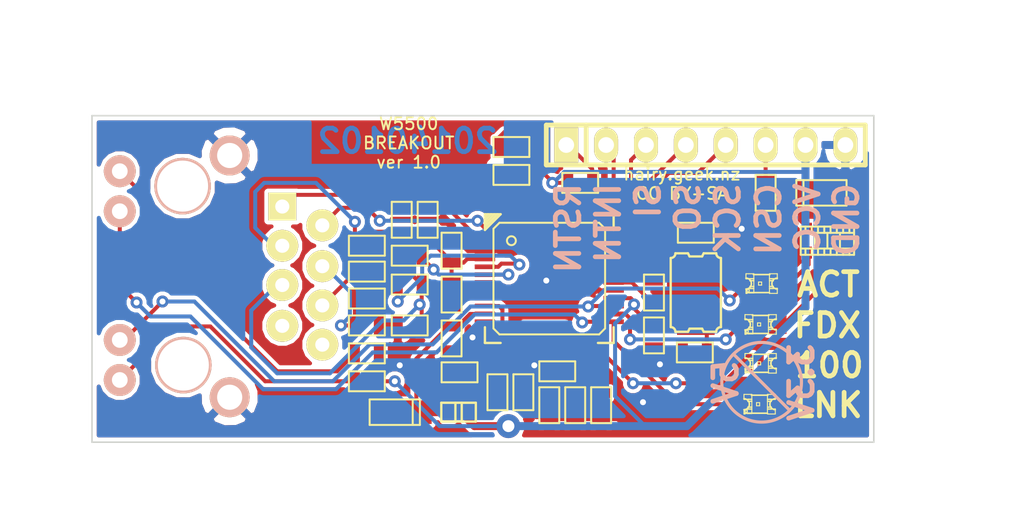
<source format=kicad_pcb>
(kicad_pcb (version 3) (host pcbnew "(2013-mar-13)-testing")

  (general
    (links 109)
    (no_connects 0)
    (area 74.7395 72.588 143.9535 105.029001)
    (thickness 1.6)
    (drawings 24)
    (tracks 395)
    (zones 0)
    (modules 41)
    (nets 42)
  )

  (page A4)
  (layers
    (15 F.Cu signal)
    (0 B.Cu signal)
    (16 B.Adhes user)
    (17 F.Adhes user)
    (18 B.Paste user)
    (19 F.Paste user)
    (20 B.SilkS user)
    (21 F.SilkS user)
    (22 B.Mask user)
    (23 F.Mask user)
    (24 Dwgs.User user)
    (25 Cmts.User user)
    (26 Eco1.User user)
    (27 Eco2.User user)
    (28 Edge.Cuts user)
  )

  (setup
    (last_trace_width 0.254)
    (user_trace_width 0.508)
    (trace_clearance 0.1778)
    (zone_clearance 0.254)
    (zone_45_only no)
    (trace_min 0.254)
    (segment_width 0.2)
    (edge_width 0.1)
    (via_size 0.762)
    (via_drill 0.381)
    (via_min_size 0.762)
    (via_min_drill 0.381)
    (user_via 1.524 0.762)
    (uvia_size 0.508)
    (uvia_drill 0.127)
    (uvias_allowed no)
    (uvia_min_size 0.508)
    (uvia_min_drill 0.127)
    (pcb_text_width 0.3)
    (pcb_text_size 1.5 1.5)
    (mod_edge_width 0.15)
    (mod_text_size 1 1)
    (mod_text_width 0.15)
    (pad_size 1.5 1.5)
    (pad_drill 0.6)
    (pad_to_mask_clearance 0)
    (pad_to_paste_clearance -0.075)
    (aux_axis_origin 0 0)
    (visible_elements 7FFFFF7F)
    (pcbplotparams
      (layerselection 284721153)
      (usegerberextensions true)
      (excludeedgelayer true)
      (linewidth 0.150000)
      (plotframeref false)
      (viasonmask false)
      (mode 1)
      (useauxorigin false)
      (hpglpennumber 1)
      (hpglpenspeed 20)
      (hpglpendiameter 15)
      (hpglpenoverlay 2)
      (psnegative false)
      (psa4output false)
      (plotreference true)
      (plotvalue true)
      (plotothertext true)
      (plotinvisibletext false)
      (padsonsilk false)
      (subtractmaskfromsilk true)
      (outputformat 1)
      (mirror false)
      (drillshape 0)
      (scaleselection 1)
      (outputdirectory ""))
  )

  (net 0 "")
  (net 1 +3.3V)
  (net 2 /ACTLED)
  (net 3 /LNKLED)
  (net 4 /NICAVDD)
  (net 5 /PMODE0)
  (net 6 /RCT)
  (net 7 /RD+)
  (net 8 /RSVD)
  (net 9 /RSVD5)
  (net 10 /RX-)
  (net 11 /RXN)
  (net 12 /RXP)
  (net 13 /SCK)
  (net 14 /SI)
  (net 15 /SO)
  (net 16 /TCT)
  (net 17 /TXN)
  (net 18 /TXP)
  (net 19 /XI)
  (net 20 /XO)
  (net 21 /nCS)
  (net 22 /nINT)
  (net 23 /nRST)
  (net 24 GND)
  (net 25 N-000001)
  (net 26 N-0000014)
  (net 27 N-0000015)
  (net 28 N-000002)
  (net 29 N-000003)
  (net 30 N-0000031)
  (net 31 N-0000033)
  (net 32 N-0000034)
  (net 33 N-0000035)
  (net 34 N-0000036)
  (net 35 N-0000037)
  (net 36 N-0000038)
  (net 37 N-0000039)
  (net 38 N-000004)
  (net 39 N-0000040)
  (net 40 N-000005)
  (net 41 N-000006)

  (net_class Default "This is the default net class."
    (clearance 0.1778)
    (trace_width 0.254)
    (via_dia 0.762)
    (via_drill 0.381)
    (uvia_dia 0.508)
    (uvia_drill 0.127)
    (add_net "")
    (add_net +3.3V)
    (add_net /ACTLED)
    (add_net /LNKLED)
    (add_net /NICAVDD)
    (add_net /PMODE0)
    (add_net /RCT)
    (add_net /RD+)
    (add_net /RSVD)
    (add_net /RSVD5)
    (add_net /RX-)
    (add_net /RXN)
    (add_net /RXP)
    (add_net /SCK)
    (add_net /SI)
    (add_net /SO)
    (add_net /TCT)
    (add_net /TXN)
    (add_net /TXP)
    (add_net /XI)
    (add_net /XO)
    (add_net /nCS)
    (add_net /nINT)
    (add_net /nRST)
    (add_net GND)
    (add_net N-000001)
    (add_net N-0000014)
    (add_net N-0000015)
    (add_net N-000002)
    (add_net N-000003)
    (add_net N-0000031)
    (add_net N-0000033)
    (add_net N-0000034)
    (add_net N-0000035)
    (add_net N-0000036)
    (add_net N-0000037)
    (add_net N-0000038)
    (add_net N-0000039)
    (add_net N-000004)
    (add_net N-0000040)
    (add_net N-000005)
    (add_net N-000006)
  )

  (module HR911105_RJ45 (layer F.Cu) (tedit 52C49C95) (tstamp 52C34CB8)
    (at 86.1695 89.789 270)
    (tags HR911105_RJ45)
    (path /52C3403B)
    (fp_text reference J2 (at -0.0508 6.59892 270) (layer F.SilkS) hide
      (effects (font (thickness 0.3048)))
    )
    (fp_text value HR911105_RJ45 (at 0.14224 -0.1016 270) (layer F.SilkS) hide
      (effects (font (size 1.00076 1.00076) (thickness 0.2032)))
    )
    (fp_line (start -7.62 7.874) (end 7.62 7.874) (layer Dwgs.User) (width 0.127))
    (fp_line (start 7.62 7.874) (end 7.62 -10.16) (layer Dwgs.User) (width 0.127))
    (fp_line (start 7.62 -10.16) (end -7.62 -10.16) (layer Dwgs.User) (width 0.127))
    (fp_line (start -7.62 -10.16) (end -7.62 7.874) (layer Dwgs.User) (width 0.127))
    (pad Hole thru_hole circle (at 5.69976 -0.24892 270) (size 3.59918 3.59918) (drill 3.2512)
      (layers *.Cu *.SilkS *.Mask)
    )
    (pad Hole thru_hole circle (at -5.69976 -0.20066 270) (size 3.59918 3.59918) (drill 3.2512)
      (layers *.Cu *.SilkS *.Mask)
    )
    (pad 1 thru_hole rect (at -4.39928 -6.55066 270) (size 1.778 1.778) (drill 0.89916)
      (layers *.Cu *.Mask F.SilkS)
      (net 18 /TXP)
    )
    (pad 2 thru_hole circle (at -3.2004 -9.10082 270) (size 2.032 2.032) (drill 0.89916)
      (layers *.Cu *.Mask F.SilkS)
      (net 17 /TXN)
    )
    (pad 3 thru_hole circle (at -1.89992 -6.55066 270) (size 2.032 2.032) (drill 0.89916)
      (layers *.Cu *.Mask F.SilkS)
      (net 7 /RD+)
    )
    (pad 4 thru_hole circle (at -0.59944 -9.10082 270) (size 2.032 2.032) (drill 0.89916)
      (layers *.Cu *.Mask F.SilkS)
      (net 16 /TCT)
    )
    (pad 5 thru_hole circle (at 0.59944 -6.55066 270) (size 2.032 2.032) (drill 0.89916)
      (layers *.Cu *.Mask F.SilkS)
      (net 6 /RCT)
    )
    (pad 6 thru_hole circle (at 1.89992 -9.10082 270) (size 2.032 2.032) (drill 0.89916)
      (layers *.Cu *.Mask F.SilkS)
      (net 10 /RX-)
    )
    (pad 7 thru_hole circle (at 3.2004 -6.55066 270) (size 2.032 2.032) (drill 0.89916)
      (layers *.Cu *.Mask F.SilkS)
    )
    (pad 8 thru_hole circle (at 4.39928 -9.10082 270) (size 2.032 2.032) (drill 0.89916)
      (layers *.Cu *.Mask F.SilkS)
    )
    (pad 9 thru_hole circle (at -6.64972 3.79984 270) (size 2.032 2.032) (drill 1.00076)
      (layers *.Cu *.SilkS *.Mask)
      (net 25 N-000001)
    )
    (pad 10 thru_hole circle (at -4.09956 3.79984 270) (size 2.032 2.032) (drill 1.00076)
      (layers *.Cu *.SilkS *.Mask)
      (net 3 /LNKLED)
    )
    (pad 11 thru_hole circle (at 4.09956 3.79984 270) (size 2.032 2.032) (drill 1.00076)
      (layers *.Cu *.SilkS *.Mask)
      (net 2 /ACTLED)
    )
    (pad 12 thru_hole circle (at 6.64972 3.79984 270) (size 2.032 2.032) (drill 1.00076)
      (layers *.Cu *.SilkS *.Mask)
      (net 28 N-000002)
    )
    (pad 0 thru_hole circle (at -7.65048 -3.2004 270) (size 2.54 2.54) (drill 1.6002)
      (layers *.Cu *.SilkS *.Mask)
      (net 24 GND)
    )
    (pad 0 thru_hole circle (at 7.74954 -3.2004 270) (size 2.54 2.54) (drill 1.6002)
      (layers *.Cu *.SilkS *.Mask)
      (net 24 GND)
    )
  )

  (module SM0603 (layer F.Cu) (tedit 52C3DF8C) (tstamp 52C34B01)
    (at 119.0625 87.0585 180)
    (path /525A41B8)
    (attr smd)
    (fp_text reference C1 (at 0 0 180) (layer F.SilkS) hide
      (effects (font (size 0.508 0.4572) (thickness 0.1143)))
    )
    (fp_text value 18pF (at 0 0 180) (layer F.SilkS) hide
      (effects (font (size 0.508 0.4572) (thickness 0.1143)))
    )
    (fp_line (start -1.143 -0.635) (end 1.143 -0.635) (layer F.SilkS) (width 0.127))
    (fp_line (start 1.143 -0.635) (end 1.143 0.635) (layer F.SilkS) (width 0.127))
    (fp_line (start 1.143 0.635) (end -1.143 0.635) (layer F.SilkS) (width 0.127))
    (fp_line (start -1.143 0.635) (end -1.143 -0.635) (layer F.SilkS) (width 0.127))
    (pad 1 smd rect (at -0.762 0 180) (size 0.635 1.143)
      (layers F.Cu F.Paste F.Mask)
      (net 20 /XO)
    )
    (pad 2 smd rect (at 0.762 0 180) (size 0.635 1.143)
      (layers F.Cu F.Paste F.Mask)
      (net 24 GND)
    )
    (model smd\resistors\R0603.wrl
      (at (xyz 0 0 0.001))
      (scale (xyz 0.5 0.5 0.5))
      (rotate (xyz 0 0 0))
    )
  )

  (module SM0603 (layer F.Cu) (tedit 52C3E032) (tstamp 52C34B0B)
    (at 98.1075 92.964 180)
    (path /525B851D)
    (attr smd)
    (fp_text reference C2 (at 0 0 180) (layer F.SilkS) hide
      (effects (font (size 0.508 0.4572) (thickness 0.1143)))
    )
    (fp_text value 22nF (at 0 0 180) (layer F.SilkS) hide
      (effects (font (size 0.508 0.4572) (thickness 0.1143)))
    )
    (fp_line (start -1.143 -0.635) (end 1.143 -0.635) (layer F.SilkS) (width 0.127))
    (fp_line (start 1.143 -0.635) (end 1.143 0.635) (layer F.SilkS) (width 0.127))
    (fp_line (start 1.143 0.635) (end -1.143 0.635) (layer F.SilkS) (width 0.127))
    (fp_line (start -1.143 0.635) (end -1.143 -0.635) (layer F.SilkS) (width 0.127))
    (pad 1 smd rect (at -0.762 0 180) (size 0.635 1.143)
      (layers F.Cu F.Paste F.Mask)
      (net 24 GND)
    )
    (pad 2 smd rect (at 0.762 0 180) (size 0.635 1.143)
      (layers F.Cu F.Paste F.Mask)
      (net 16 /TCT)
    )
    (model smd\resistors\R0603.wrl
      (at (xyz 0 0 0.001))
      (scale (xyz 0.5 0.5 0.5))
      (rotate (xyz 0 0 0))
    )
  )

  (module SM0603 (layer F.Cu) (tedit 52C3DFA1) (tstamp 52C34B15)
    (at 118.999 94.6785 180)
    (path /525A41AB)
    (attr smd)
    (fp_text reference C3 (at 0 0 180) (layer F.SilkS) hide
      (effects (font (size 0.508 0.4572) (thickness 0.1143)))
    )
    (fp_text value 18pF (at 0 0 180) (layer F.SilkS) hide
      (effects (font (size 0.508 0.4572) (thickness 0.1143)))
    )
    (fp_line (start -1.143 -0.635) (end 1.143 -0.635) (layer F.SilkS) (width 0.127))
    (fp_line (start 1.143 -0.635) (end 1.143 0.635) (layer F.SilkS) (width 0.127))
    (fp_line (start 1.143 0.635) (end -1.143 0.635) (layer F.SilkS) (width 0.127))
    (fp_line (start -1.143 0.635) (end -1.143 -0.635) (layer F.SilkS) (width 0.127))
    (pad 1 smd rect (at -0.762 0 180) (size 0.635 1.143)
      (layers F.Cu F.Paste F.Mask)
      (net 19 /XI)
    )
    (pad 2 smd rect (at 0.762 0 180) (size 0.635 1.143)
      (layers F.Cu F.Paste F.Mask)
      (net 24 GND)
    )
    (model smd\resistors\R0603.wrl
      (at (xyz 0 0 0.001))
      (scale (xyz 0.5 0.5 0.5))
      (rotate (xyz 0 0 0))
    )
  )

  (module SM0603 (layer F.Cu) (tedit 52C3E048) (tstamp 52C34B1F)
    (at 98.1075 87.884 180)
    (path /525B8AB2)
    (attr smd)
    (fp_text reference C4 (at 0 0 180) (layer F.SilkS) hide
      (effects (font (size 0.508 0.4572) (thickness 0.1143)))
    )
    (fp_text value 6.8nF (at 0 0 180) (layer F.SilkS) hide
      (effects (font (size 0.508 0.4572) (thickness 0.1143)))
    )
    (fp_line (start -1.143 -0.635) (end 1.143 -0.635) (layer F.SilkS) (width 0.127))
    (fp_line (start 1.143 -0.635) (end 1.143 0.635) (layer F.SilkS) (width 0.127))
    (fp_line (start 1.143 0.635) (end -1.143 0.635) (layer F.SilkS) (width 0.127))
    (fp_line (start -1.143 0.635) (end -1.143 -0.635) (layer F.SilkS) (width 0.127))
    (pad 1 smd rect (at -0.762 0 180) (size 0.635 1.143)
      (layers F.Cu F.Paste F.Mask)
      (net 12 /RXP)
    )
    (pad 2 smd rect (at 0.762 0 180) (size 0.635 1.143)
      (layers F.Cu F.Paste F.Mask)
      (net 7 /RD+)
    )
    (model smd\resistors\R0603.wrl
      (at (xyz 0 0 0.001))
      (scale (xyz 0.5 0.5 0.5))
      (rotate (xyz 0 0 0))
    )
  )

  (module SM0603 (layer F.Cu) (tedit 52C3E043) (tstamp 52C34B29)
    (at 98.1075 89.535 180)
    (path /525B8AE1)
    (attr smd)
    (fp_text reference C5 (at 0 0 180) (layer F.SilkS) hide
      (effects (font (size 0.508 0.4572) (thickness 0.1143)))
    )
    (fp_text value 6.8nF (at 0 0 180) (layer F.SilkS) hide
      (effects (font (size 0.508 0.4572) (thickness 0.1143)))
    )
    (fp_line (start -1.143 -0.635) (end 1.143 -0.635) (layer F.SilkS) (width 0.127))
    (fp_line (start 1.143 -0.635) (end 1.143 0.635) (layer F.SilkS) (width 0.127))
    (fp_line (start 1.143 0.635) (end -1.143 0.635) (layer F.SilkS) (width 0.127))
    (fp_line (start -1.143 0.635) (end -1.143 -0.635) (layer F.SilkS) (width 0.127))
    (pad 1 smd rect (at -0.762 0 180) (size 0.635 1.143)
      (layers F.Cu F.Paste F.Mask)
      (net 11 /RXN)
    )
    (pad 2 smd rect (at 0.762 0 180) (size 0.635 1.143)
      (layers F.Cu F.Paste F.Mask)
      (net 10 /RX-)
    )
    (model smd\resistors\R0603.wrl
      (at (xyz 0 0 0.001))
      (scale (xyz 0.5 0.5 0.5))
      (rotate (xyz 0 0 0))
    )
  )

  (module c_tant_A (layer F.Cu) (tedit 52C3DF81) (tstamp 52C34B34)
    (at 127.0635 84.5185 180)
    (descr "SMT capacitor, tantalum size A")
    (path /525A43AF)
    (fp_text reference C6 (at 0.0254 -1.2954 180) (layer F.SilkS) hide
      (effects (font (size 0.50038 0.50038) (thickness 0.11938)))
    )
    (fp_text value 10uF (at 0 1.27 180) (layer F.SilkS) hide
      (effects (font (size 0.50038 0.50038) (thickness 0.11938)))
    )
    (fp_line (start 1.143 0.8128) (end 1.143 -0.8128) (layer F.SilkS) (width 0.127))
    (fp_line (start -1.6002 -0.8128) (end -1.6002 0.8128) (layer F.SilkS) (width 0.127))
    (fp_line (start -1.6002 0.8128) (end 1.6002 0.8128) (layer F.SilkS) (width 0.127))
    (fp_line (start 1.6002 0.8128) (end 1.6002 -0.8128) (layer F.SilkS) (width 0.127))
    (fp_line (start 1.6002 -0.8128) (end -1.6002 -0.8128) (layer F.SilkS) (width 0.127))
    (pad 1 smd rect (at 1.37414 0 180) (size 1.95072 1.50114)
      (layers F.Cu F.Paste F.Mask)
      (net 1 +3.3V)
    )
    (pad 2 smd rect (at -1.37414 0 180) (size 1.95072 1.50114)
      (layers F.Cu F.Paste F.Mask)
      (net 24 GND)
    )
    (model smd/capacitors/c_tant_A.wrl
      (at (xyz 0 0 0))
      (scale (xyz 1 1 1))
      (rotate (xyz 0 0 0))
    )
  )

  (module SM0603 (layer F.Cu) (tedit 52C3DF9C) (tstamp 52C34B3E)
    (at 116.3955 93.599 90)
    (path /525A43A2)
    (attr smd)
    (fp_text reference C7 (at 0 0 90) (layer F.SilkS) hide
      (effects (font (size 0.508 0.4572) (thickness 0.1143)))
    )
    (fp_text value 100nF (at 0 0 90) (layer F.SilkS) hide
      (effects (font (size 0.508 0.4572) (thickness 0.1143)))
    )
    (fp_line (start -1.143 -0.635) (end 1.143 -0.635) (layer F.SilkS) (width 0.127))
    (fp_line (start 1.143 -0.635) (end 1.143 0.635) (layer F.SilkS) (width 0.127))
    (fp_line (start 1.143 0.635) (end -1.143 0.635) (layer F.SilkS) (width 0.127))
    (fp_line (start -1.143 0.635) (end -1.143 -0.635) (layer F.SilkS) (width 0.127))
    (pad 1 smd rect (at -0.762 0 90) (size 0.635 1.143)
      (layers F.Cu F.Paste F.Mask)
      (net 24 GND)
    )
    (pad 2 smd rect (at 0.762 0 90) (size 0.635 1.143)
      (layers F.Cu F.Paste F.Mask)
      (net 1 +3.3V)
    )
    (model smd\resistors\R0603.wrl
      (at (xyz 0 0 0.001))
      (scale (xyz 0.5 0.5 0.5))
      (rotate (xyz 0 0 0))
    )
  )

  (module SM0603 (layer F.Cu) (tedit 52C3DFF4) (tstamp 52C34B48)
    (at 109.728 98.044 90)
    (path /525A5A71)
    (attr smd)
    (fp_text reference C8 (at 0 0 90) (layer F.SilkS) hide
      (effects (font (size 0.508 0.4572) (thickness 0.1143)))
    )
    (fp_text value 4.7uF (at 0 0 90) (layer F.SilkS) hide
      (effects (font (size 0.508 0.4572) (thickness 0.1143)))
    )
    (fp_line (start -1.143 -0.635) (end 1.143 -0.635) (layer F.SilkS) (width 0.127))
    (fp_line (start 1.143 -0.635) (end 1.143 0.635) (layer F.SilkS) (width 0.127))
    (fp_line (start 1.143 0.635) (end -1.143 0.635) (layer F.SilkS) (width 0.127))
    (fp_line (start -1.143 0.635) (end -1.143 -0.635) (layer F.SilkS) (width 0.127))
    (pad 1 smd rect (at -0.762 0 90) (size 0.635 1.143)
      (layers F.Cu F.Paste F.Mask)
      (net 24 GND)
    )
    (pad 2 smd rect (at 0.762 0 90) (size 0.635 1.143)
      (layers F.Cu F.Paste F.Mask)
      (net 33 N-0000035)
    )
    (model smd\resistors\R0603.wrl
      (at (xyz 0 0 0.001))
      (scale (xyz 0.5 0.5 0.5))
      (rotate (xyz 0 0 0))
    )
  )

  (module SM0603 (layer F.Cu) (tedit 52C3DFF0) (tstamp 52C34B52)
    (at 111.379 98.044 90)
    (path /525A59A1)
    (attr smd)
    (fp_text reference C9 (at 0 0 90) (layer F.SilkS) hide
      (effects (font (size 0.508 0.4572) (thickness 0.1143)))
    )
    (fp_text value 10nF (at 0 0 90) (layer F.SilkS) hide
      (effects (font (size 0.508 0.4572) (thickness 0.1143)))
    )
    (fp_line (start -1.143 -0.635) (end 1.143 -0.635) (layer F.SilkS) (width 0.127))
    (fp_line (start 1.143 -0.635) (end 1.143 0.635) (layer F.SilkS) (width 0.127))
    (fp_line (start 1.143 0.635) (end -1.143 0.635) (layer F.SilkS) (width 0.127))
    (fp_line (start -1.143 0.635) (end -1.143 -0.635) (layer F.SilkS) (width 0.127))
    (pad 1 smd rect (at -0.762 0 90) (size 0.635 1.143)
      (layers F.Cu F.Paste F.Mask)
      (net 24 GND)
    )
    (pad 2 smd rect (at 0.762 0 90) (size 0.635 1.143)
      (layers F.Cu F.Paste F.Mask)
      (net 31 N-0000033)
    )
    (model smd\resistors\R0603.wrl
      (at (xyz 0 0 0.001))
      (scale (xyz 0.5 0.5 0.5))
      (rotate (xyz 0 0 0))
    )
  )

  (module SM0603 (layer F.Cu) (tedit 52C3E036) (tstamp 52C34B5C)
    (at 100.838 92.964)
    (path /525B8AA1)
    (attr smd)
    (fp_text reference C10 (at 0 0) (layer F.SilkS) hide
      (effects (font (size 0.508 0.4572) (thickness 0.1143)))
    )
    (fp_text value 10nF (at 0 0) (layer F.SilkS) hide
      (effects (font (size 0.508 0.4572) (thickness 0.1143)))
    )
    (fp_line (start -1.143 -0.635) (end 1.143 -0.635) (layer F.SilkS) (width 0.127))
    (fp_line (start 1.143 -0.635) (end 1.143 0.635) (layer F.SilkS) (width 0.127))
    (fp_line (start 1.143 0.635) (end -1.143 0.635) (layer F.SilkS) (width 0.127))
    (fp_line (start -1.143 0.635) (end -1.143 -0.635) (layer F.SilkS) (width 0.127))
    (pad 1 smd rect (at -0.762 0) (size 0.635 1.143)
      (layers F.Cu F.Paste F.Mask)
      (net 24 GND)
    )
    (pad 2 smd rect (at 0.762 0) (size 0.635 1.143)
      (layers F.Cu F.Paste F.Mask)
      (net 6 /RCT)
    )
    (model smd\resistors\R0603.wrl
      (at (xyz 0 0 0.001))
      (scale (xyz 0.5 0.5 0.5))
      (rotate (xyz 0 0 0))
    )
  )

  (module c_tant_A (layer F.Cu) (tedit 52C3E020) (tstamp 52C34B67)
    (at 99.8855 98.4885)
    (descr "SMT capacitor, tantalum size A")
    (path /525A5CD0)
    (fp_text reference C11 (at 0.0254 -1.2954) (layer F.SilkS) hide
      (effects (font (size 0.50038 0.50038) (thickness 0.11938)))
    )
    (fp_text value 10uF (at 0 1.27) (layer F.SilkS) hide
      (effects (font (size 0.50038 0.50038) (thickness 0.11938)))
    )
    (fp_line (start 1.143 0.8128) (end 1.143 -0.8128) (layer F.SilkS) (width 0.127))
    (fp_line (start -1.6002 -0.8128) (end -1.6002 0.8128) (layer F.SilkS) (width 0.127))
    (fp_line (start -1.6002 0.8128) (end 1.6002 0.8128) (layer F.SilkS) (width 0.127))
    (fp_line (start 1.6002 0.8128) (end 1.6002 -0.8128) (layer F.SilkS) (width 0.127))
    (fp_line (start 1.6002 -0.8128) (end -1.6002 -0.8128) (layer F.SilkS) (width 0.127))
    (pad 1 smd rect (at 1.37414 0) (size 1.95072 1.50114)
      (layers F.Cu F.Paste F.Mask)
      (net 4 /NICAVDD)
    )
    (pad 2 smd rect (at -1.37414 0) (size 1.95072 1.50114)
      (layers F.Cu F.Paste F.Mask)
      (net 24 GND)
    )
    (model smd/capacitors/c_tant_A.wrl
      (at (xyz 0 0 0))
      (scale (xyz 1 1 1))
      (rotate (xyz 0 0 0))
    )
  )

  (module SM0603 (layer F.Cu) (tedit 52C3DFFD) (tstamp 52C34B71)
    (at 110.236 95.885)
    (path /525A5CAB)
    (attr smd)
    (fp_text reference C12 (at 0 0) (layer F.SilkS) hide
      (effects (font (size 0.508 0.4572) (thickness 0.1143)))
    )
    (fp_text value 100nF (at 0 0) (layer F.SilkS) hide
      (effects (font (size 0.508 0.4572) (thickness 0.1143)))
    )
    (fp_line (start -1.143 -0.635) (end 1.143 -0.635) (layer F.SilkS) (width 0.127))
    (fp_line (start 1.143 -0.635) (end 1.143 0.635) (layer F.SilkS) (width 0.127))
    (fp_line (start 1.143 0.635) (end -1.143 0.635) (layer F.SilkS) (width 0.127))
    (fp_line (start -1.143 0.635) (end -1.143 -0.635) (layer F.SilkS) (width 0.127))
    (pad 1 smd rect (at -0.762 0) (size 0.635 1.143)
      (layers F.Cu F.Paste F.Mask)
      (net 24 GND)
    )
    (pad 2 smd rect (at 0.762 0) (size 0.635 1.143)
      (layers F.Cu F.Paste F.Mask)
      (net 4 /NICAVDD)
    )
    (model smd\resistors\R0603.wrl
      (at (xyz 0 0 0.001))
      (scale (xyz 0.5 0.5 0.5))
      (rotate (xyz 0 0 0))
    )
  )

  (module SM0603 (layer F.Cu) (tedit 52C3E00A) (tstamp 52C34B7B)
    (at 108.077 97.2185 90)
    (path /525A5CB1)
    (attr smd)
    (fp_text reference C13 (at 0 0 90) (layer F.SilkS) hide
      (effects (font (size 0.508 0.4572) (thickness 0.1143)))
    )
    (fp_text value 100nF (at 0 0 90) (layer F.SilkS) hide
      (effects (font (size 0.508 0.4572) (thickness 0.1143)))
    )
    (fp_line (start -1.143 -0.635) (end 1.143 -0.635) (layer F.SilkS) (width 0.127))
    (fp_line (start 1.143 -0.635) (end 1.143 0.635) (layer F.SilkS) (width 0.127))
    (fp_line (start 1.143 0.635) (end -1.143 0.635) (layer F.SilkS) (width 0.127))
    (fp_line (start -1.143 0.635) (end -1.143 -0.635) (layer F.SilkS) (width 0.127))
    (pad 1 smd rect (at -0.762 0 90) (size 0.635 1.143)
      (layers F.Cu F.Paste F.Mask)
      (net 24 GND)
    )
    (pad 2 smd rect (at 0.762 0 90) (size 0.635 1.143)
      (layers F.Cu F.Paste F.Mask)
      (net 4 /NICAVDD)
    )
    (model smd\resistors\R0603.wrl
      (at (xyz 0 0 0.001))
      (scale (xyz 0.5 0.5 0.5))
      (rotate (xyz 0 0 0))
    )
  )

  (module SM0603 (layer F.Cu) (tedit 52C3E00E) (tstamp 52C34B85)
    (at 106.426 97.2185 90)
    (path /525A5CB7)
    (attr smd)
    (fp_text reference C14 (at 0 0 90) (layer F.SilkS) hide
      (effects (font (size 0.508 0.4572) (thickness 0.1143)))
    )
    (fp_text value 100nF (at 0 0 90) (layer F.SilkS) hide
      (effects (font (size 0.508 0.4572) (thickness 0.1143)))
    )
    (fp_line (start -1.143 -0.635) (end 1.143 -0.635) (layer F.SilkS) (width 0.127))
    (fp_line (start 1.143 -0.635) (end 1.143 0.635) (layer F.SilkS) (width 0.127))
    (fp_line (start 1.143 0.635) (end -1.143 0.635) (layer F.SilkS) (width 0.127))
    (fp_line (start -1.143 0.635) (end -1.143 -0.635) (layer F.SilkS) (width 0.127))
    (pad 1 smd rect (at -0.762 0 90) (size 0.635 1.143)
      (layers F.Cu F.Paste F.Mask)
      (net 24 GND)
    )
    (pad 2 smd rect (at 0.762 0 90) (size 0.635 1.143)
      (layers F.Cu F.Paste F.Mask)
      (net 4 /NICAVDD)
    )
    (model smd\resistors\R0603.wrl
      (at (xyz 0 0 0.001))
      (scale (xyz 0.5 0.5 0.5))
      (rotate (xyz 0 0 0))
    )
  )

  (module SM0603 (layer F.Cu) (tedit 52C3E01B) (tstamp 52C34B8F)
    (at 103.505 93.7895 90)
    (path /525A5CBD)
    (attr smd)
    (fp_text reference C15 (at 0 0 90) (layer F.SilkS) hide
      (effects (font (size 0.508 0.4572) (thickness 0.1143)))
    )
    (fp_text value 100nF (at 0 0 90) (layer F.SilkS) hide
      (effects (font (size 0.508 0.4572) (thickness 0.1143)))
    )
    (fp_line (start -1.143 -0.635) (end 1.143 -0.635) (layer F.SilkS) (width 0.127))
    (fp_line (start 1.143 -0.635) (end 1.143 0.635) (layer F.SilkS) (width 0.127))
    (fp_line (start 1.143 0.635) (end -1.143 0.635) (layer F.SilkS) (width 0.127))
    (fp_line (start -1.143 0.635) (end -1.143 -0.635) (layer F.SilkS) (width 0.127))
    (pad 1 smd rect (at -0.762 0 90) (size 0.635 1.143)
      (layers F.Cu F.Paste F.Mask)
      (net 24 GND)
    )
    (pad 2 smd rect (at 0.762 0 90) (size 0.635 1.143)
      (layers F.Cu F.Paste F.Mask)
      (net 4 /NICAVDD)
    )
    (model smd\resistors\R0603.wrl
      (at (xyz 0 0 0.001))
      (scale (xyz 0.5 0.5 0.5))
      (rotate (xyz 0 0 0))
    )
  )

  (module SM0603 (layer F.Cu) (tedit 52C3E068) (tstamp 52C34B99)
    (at 103.505 90.9955 90)
    (path /525A5CC3)
    (attr smd)
    (fp_text reference C16 (at 0 0 90) (layer F.SilkS) hide
      (effects (font (size 0.508 0.4572) (thickness 0.1143)))
    )
    (fp_text value 100nF (at 0 0 90) (layer F.SilkS) hide
      (effects (font (size 0.508 0.4572) (thickness 0.1143)))
    )
    (fp_line (start -1.143 -0.635) (end 1.143 -0.635) (layer F.SilkS) (width 0.127))
    (fp_line (start 1.143 -0.635) (end 1.143 0.635) (layer F.SilkS) (width 0.127))
    (fp_line (start 1.143 0.635) (end -1.143 0.635) (layer F.SilkS) (width 0.127))
    (fp_line (start -1.143 0.635) (end -1.143 -0.635) (layer F.SilkS) (width 0.127))
    (pad 1 smd rect (at -0.762 0 90) (size 0.635 1.143)
      (layers F.Cu F.Paste F.Mask)
      (net 24 GND)
    )
    (pad 2 smd rect (at 0.762 0 90) (size 0.635 1.143)
      (layers F.Cu F.Paste F.Mask)
      (net 4 /NICAVDD)
    )
    (model smd\resistors\R0603.wrl
      (at (xyz 0 0 0.001))
      (scale (xyz 0.5 0.5 0.5))
      (rotate (xyz 0 0 0))
    )
  )

  (module SM0603 (layer F.Cu) (tedit 52C3E062) (tstamp 52C34BA3)
    (at 103.505 88.2015 270)
    (path /525A5CC9)
    (attr smd)
    (fp_text reference C17 (at 0 0 270) (layer F.SilkS) hide
      (effects (font (size 0.508 0.4572) (thickness 0.1143)))
    )
    (fp_text value 100nF (at 0 0 270) (layer F.SilkS) hide
      (effects (font (size 0.508 0.4572) (thickness 0.1143)))
    )
    (fp_line (start -1.143 -0.635) (end 1.143 -0.635) (layer F.SilkS) (width 0.127))
    (fp_line (start 1.143 -0.635) (end 1.143 0.635) (layer F.SilkS) (width 0.127))
    (fp_line (start 1.143 0.635) (end -1.143 0.635) (layer F.SilkS) (width 0.127))
    (fp_line (start -1.143 0.635) (end -1.143 -0.635) (layer F.SilkS) (width 0.127))
    (pad 1 smd rect (at -0.762 0 270) (size 0.635 1.143)
      (layers F.Cu F.Paste F.Mask)
      (net 24 GND)
    )
    (pad 2 smd rect (at 0.762 0 270) (size 0.635 1.143)
      (layers F.Cu F.Paste F.Mask)
      (net 4 /NICAVDD)
    )
    (model smd\resistors\R0603.wrl
      (at (xyz 0 0 0.001))
      (scale (xyz 0.5 0.5 0.5))
      (rotate (xyz 0 0 0))
    )
  )

  (module LED-0805 (layer F.Cu) (tedit 52C3DFB9) (tstamp 52C34BDE)
    (at 123.19 95.377 180)
    (descr "LED 0805 smd package")
    (tags "LED 0805 SMD")
    (path /52C3442C)
    (attr smd)
    (fp_text reference D1 (at 0 -1.27 180) (layer F.SilkS) hide
      (effects (font (size 0.762 0.762) (thickness 0.127)))
    )
    (fp_text value LED_RED (at 0 1.27 180) (layer F.SilkS) hide
      (effects (font (size 0.762 0.762) (thickness 0.127)))
    )
    (fp_line (start 0.49784 0.29972) (end 0.49784 0.62484) (layer F.SilkS) (width 0.06604))
    (fp_line (start 0.49784 0.62484) (end 0.99822 0.62484) (layer F.SilkS) (width 0.06604))
    (fp_line (start 0.99822 0.29972) (end 0.99822 0.62484) (layer F.SilkS) (width 0.06604))
    (fp_line (start 0.49784 0.29972) (end 0.99822 0.29972) (layer F.SilkS) (width 0.06604))
    (fp_line (start 0.49784 -0.32258) (end 0.49784 -0.17272) (layer F.SilkS) (width 0.06604))
    (fp_line (start 0.49784 -0.17272) (end 0.7493 -0.17272) (layer F.SilkS) (width 0.06604))
    (fp_line (start 0.7493 -0.32258) (end 0.7493 -0.17272) (layer F.SilkS) (width 0.06604))
    (fp_line (start 0.49784 -0.32258) (end 0.7493 -0.32258) (layer F.SilkS) (width 0.06604))
    (fp_line (start 0.49784 0.17272) (end 0.49784 0.32258) (layer F.SilkS) (width 0.06604))
    (fp_line (start 0.49784 0.32258) (end 0.7493 0.32258) (layer F.SilkS) (width 0.06604))
    (fp_line (start 0.7493 0.17272) (end 0.7493 0.32258) (layer F.SilkS) (width 0.06604))
    (fp_line (start 0.49784 0.17272) (end 0.7493 0.17272) (layer F.SilkS) (width 0.06604))
    (fp_line (start 0.49784 -0.19812) (end 0.49784 0.19812) (layer F.SilkS) (width 0.06604))
    (fp_line (start 0.49784 0.19812) (end 0.6731 0.19812) (layer F.SilkS) (width 0.06604))
    (fp_line (start 0.6731 -0.19812) (end 0.6731 0.19812) (layer F.SilkS) (width 0.06604))
    (fp_line (start 0.49784 -0.19812) (end 0.6731 -0.19812) (layer F.SilkS) (width 0.06604))
    (fp_line (start -0.99822 0.29972) (end -0.99822 0.62484) (layer F.SilkS) (width 0.06604))
    (fp_line (start -0.99822 0.62484) (end -0.49784 0.62484) (layer F.SilkS) (width 0.06604))
    (fp_line (start -0.49784 0.29972) (end -0.49784 0.62484) (layer F.SilkS) (width 0.06604))
    (fp_line (start -0.99822 0.29972) (end -0.49784 0.29972) (layer F.SilkS) (width 0.06604))
    (fp_line (start -0.99822 -0.62484) (end -0.99822 -0.29972) (layer F.SilkS) (width 0.06604))
    (fp_line (start -0.99822 -0.29972) (end -0.49784 -0.29972) (layer F.SilkS) (width 0.06604))
    (fp_line (start -0.49784 -0.62484) (end -0.49784 -0.29972) (layer F.SilkS) (width 0.06604))
    (fp_line (start -0.99822 -0.62484) (end -0.49784 -0.62484) (layer F.SilkS) (width 0.06604))
    (fp_line (start -0.7493 0.17272) (end -0.7493 0.32258) (layer F.SilkS) (width 0.06604))
    (fp_line (start -0.7493 0.32258) (end -0.49784 0.32258) (layer F.SilkS) (width 0.06604))
    (fp_line (start -0.49784 0.17272) (end -0.49784 0.32258) (layer F.SilkS) (width 0.06604))
    (fp_line (start -0.7493 0.17272) (end -0.49784 0.17272) (layer F.SilkS) (width 0.06604))
    (fp_line (start -0.7493 -0.32258) (end -0.7493 -0.17272) (layer F.SilkS) (width 0.06604))
    (fp_line (start -0.7493 -0.17272) (end -0.49784 -0.17272) (layer F.SilkS) (width 0.06604))
    (fp_line (start -0.49784 -0.32258) (end -0.49784 -0.17272) (layer F.SilkS) (width 0.06604))
    (fp_line (start -0.7493 -0.32258) (end -0.49784 -0.32258) (layer F.SilkS) (width 0.06604))
    (fp_line (start -0.6731 -0.19812) (end -0.6731 0.19812) (layer F.SilkS) (width 0.06604))
    (fp_line (start -0.6731 0.19812) (end -0.49784 0.19812) (layer F.SilkS) (width 0.06604))
    (fp_line (start -0.49784 -0.19812) (end -0.49784 0.19812) (layer F.SilkS) (width 0.06604))
    (fp_line (start -0.6731 -0.19812) (end -0.49784 -0.19812) (layer F.SilkS) (width 0.06604))
    (fp_line (start 0 -0.09906) (end 0 0.09906) (layer F.SilkS) (width 0.06604))
    (fp_line (start 0 0.09906) (end 0.19812 0.09906) (layer F.SilkS) (width 0.06604))
    (fp_line (start 0.19812 -0.09906) (end 0.19812 0.09906) (layer F.SilkS) (width 0.06604))
    (fp_line (start 0 -0.09906) (end 0.19812 -0.09906) (layer F.SilkS) (width 0.06604))
    (fp_line (start 0.49784 -0.59944) (end 0.49784 -0.29972) (layer F.SilkS) (width 0.06604))
    (fp_line (start 0.49784 -0.29972) (end 0.79756 -0.29972) (layer F.SilkS) (width 0.06604))
    (fp_line (start 0.79756 -0.59944) (end 0.79756 -0.29972) (layer F.SilkS) (width 0.06604))
    (fp_line (start 0.49784 -0.59944) (end 0.79756 -0.59944) (layer F.SilkS) (width 0.06604))
    (fp_line (start 0.92456 -0.62484) (end 0.92456 -0.39878) (layer F.SilkS) (width 0.06604))
    (fp_line (start 0.92456 -0.39878) (end 0.99822 -0.39878) (layer F.SilkS) (width 0.06604))
    (fp_line (start 0.99822 -0.62484) (end 0.99822 -0.39878) (layer F.SilkS) (width 0.06604))
    (fp_line (start 0.92456 -0.62484) (end 0.99822 -0.62484) (layer F.SilkS) (width 0.06604))
    (fp_line (start 0.52324 0.57404) (end -0.52324 0.57404) (layer F.SilkS) (width 0.1016))
    (fp_line (start -0.49784 -0.57404) (end 0.92456 -0.57404) (layer F.SilkS) (width 0.1016))
    (fp_circle (center 0.84836 -0.44958) (end 0.89916 -0.50038) (layer F.SilkS) (width 0.0508))
    (fp_arc (start 0.99822 0) (end 0.99822 0.34798) (angle 180) (layer F.SilkS) (width 0.1016))
    (fp_arc (start -0.99822 0) (end -0.99822 -0.34798) (angle 180) (layer F.SilkS) (width 0.1016))
    (pad 1 smd rect (at -1.04902 0 180) (size 1.19888 1.19888)
      (layers F.Cu F.Paste F.Mask)
      (net 38 N-000004)
    )
    (pad 2 smd rect (at 1.04902 0 180) (size 1.19888 1.19888)
      (layers F.Cu F.Paste F.Mask)
      (net 26 N-0000014)
    )
  )

  (module LED-0805 (layer F.Cu) (tedit 52C3DFBF) (tstamp 52C34C19)
    (at 123.1265 97.9805 180)
    (descr "LED 0805 smd package")
    (tags "LED 0805 SMD")
    (path /525A456D)
    (attr smd)
    (fp_text reference D2 (at 0 -1.27 180) (layer F.SilkS) hide
      (effects (font (size 0.762 0.762) (thickness 0.127)))
    )
    (fp_text value LED_GRN (at 0 1.27 180) (layer F.SilkS) hide
      (effects (font (size 0.762 0.762) (thickness 0.127)))
    )
    (fp_line (start 0.49784 0.29972) (end 0.49784 0.62484) (layer F.SilkS) (width 0.06604))
    (fp_line (start 0.49784 0.62484) (end 0.99822 0.62484) (layer F.SilkS) (width 0.06604))
    (fp_line (start 0.99822 0.29972) (end 0.99822 0.62484) (layer F.SilkS) (width 0.06604))
    (fp_line (start 0.49784 0.29972) (end 0.99822 0.29972) (layer F.SilkS) (width 0.06604))
    (fp_line (start 0.49784 -0.32258) (end 0.49784 -0.17272) (layer F.SilkS) (width 0.06604))
    (fp_line (start 0.49784 -0.17272) (end 0.7493 -0.17272) (layer F.SilkS) (width 0.06604))
    (fp_line (start 0.7493 -0.32258) (end 0.7493 -0.17272) (layer F.SilkS) (width 0.06604))
    (fp_line (start 0.49784 -0.32258) (end 0.7493 -0.32258) (layer F.SilkS) (width 0.06604))
    (fp_line (start 0.49784 0.17272) (end 0.49784 0.32258) (layer F.SilkS) (width 0.06604))
    (fp_line (start 0.49784 0.32258) (end 0.7493 0.32258) (layer F.SilkS) (width 0.06604))
    (fp_line (start 0.7493 0.17272) (end 0.7493 0.32258) (layer F.SilkS) (width 0.06604))
    (fp_line (start 0.49784 0.17272) (end 0.7493 0.17272) (layer F.SilkS) (width 0.06604))
    (fp_line (start 0.49784 -0.19812) (end 0.49784 0.19812) (layer F.SilkS) (width 0.06604))
    (fp_line (start 0.49784 0.19812) (end 0.6731 0.19812) (layer F.SilkS) (width 0.06604))
    (fp_line (start 0.6731 -0.19812) (end 0.6731 0.19812) (layer F.SilkS) (width 0.06604))
    (fp_line (start 0.49784 -0.19812) (end 0.6731 -0.19812) (layer F.SilkS) (width 0.06604))
    (fp_line (start -0.99822 0.29972) (end -0.99822 0.62484) (layer F.SilkS) (width 0.06604))
    (fp_line (start -0.99822 0.62484) (end -0.49784 0.62484) (layer F.SilkS) (width 0.06604))
    (fp_line (start -0.49784 0.29972) (end -0.49784 0.62484) (layer F.SilkS) (width 0.06604))
    (fp_line (start -0.99822 0.29972) (end -0.49784 0.29972) (layer F.SilkS) (width 0.06604))
    (fp_line (start -0.99822 -0.62484) (end -0.99822 -0.29972) (layer F.SilkS) (width 0.06604))
    (fp_line (start -0.99822 -0.29972) (end -0.49784 -0.29972) (layer F.SilkS) (width 0.06604))
    (fp_line (start -0.49784 -0.62484) (end -0.49784 -0.29972) (layer F.SilkS) (width 0.06604))
    (fp_line (start -0.99822 -0.62484) (end -0.49784 -0.62484) (layer F.SilkS) (width 0.06604))
    (fp_line (start -0.7493 0.17272) (end -0.7493 0.32258) (layer F.SilkS) (width 0.06604))
    (fp_line (start -0.7493 0.32258) (end -0.49784 0.32258) (layer F.SilkS) (width 0.06604))
    (fp_line (start -0.49784 0.17272) (end -0.49784 0.32258) (layer F.SilkS) (width 0.06604))
    (fp_line (start -0.7493 0.17272) (end -0.49784 0.17272) (layer F.SilkS) (width 0.06604))
    (fp_line (start -0.7493 -0.32258) (end -0.7493 -0.17272) (layer F.SilkS) (width 0.06604))
    (fp_line (start -0.7493 -0.17272) (end -0.49784 -0.17272) (layer F.SilkS) (width 0.06604))
    (fp_line (start -0.49784 -0.32258) (end -0.49784 -0.17272) (layer F.SilkS) (width 0.06604))
    (fp_line (start -0.7493 -0.32258) (end -0.49784 -0.32258) (layer F.SilkS) (width 0.06604))
    (fp_line (start -0.6731 -0.19812) (end -0.6731 0.19812) (layer F.SilkS) (width 0.06604))
    (fp_line (start -0.6731 0.19812) (end -0.49784 0.19812) (layer F.SilkS) (width 0.06604))
    (fp_line (start -0.49784 -0.19812) (end -0.49784 0.19812) (layer F.SilkS) (width 0.06604))
    (fp_line (start -0.6731 -0.19812) (end -0.49784 -0.19812) (layer F.SilkS) (width 0.06604))
    (fp_line (start 0 -0.09906) (end 0 0.09906) (layer F.SilkS) (width 0.06604))
    (fp_line (start 0 0.09906) (end 0.19812 0.09906) (layer F.SilkS) (width 0.06604))
    (fp_line (start 0.19812 -0.09906) (end 0.19812 0.09906) (layer F.SilkS) (width 0.06604))
    (fp_line (start 0 -0.09906) (end 0.19812 -0.09906) (layer F.SilkS) (width 0.06604))
    (fp_line (start 0.49784 -0.59944) (end 0.49784 -0.29972) (layer F.SilkS) (width 0.06604))
    (fp_line (start 0.49784 -0.29972) (end 0.79756 -0.29972) (layer F.SilkS) (width 0.06604))
    (fp_line (start 0.79756 -0.59944) (end 0.79756 -0.29972) (layer F.SilkS) (width 0.06604))
    (fp_line (start 0.49784 -0.59944) (end 0.79756 -0.59944) (layer F.SilkS) (width 0.06604))
    (fp_line (start 0.92456 -0.62484) (end 0.92456 -0.39878) (layer F.SilkS) (width 0.06604))
    (fp_line (start 0.92456 -0.39878) (end 0.99822 -0.39878) (layer F.SilkS) (width 0.06604))
    (fp_line (start 0.99822 -0.62484) (end 0.99822 -0.39878) (layer F.SilkS) (width 0.06604))
    (fp_line (start 0.92456 -0.62484) (end 0.99822 -0.62484) (layer F.SilkS) (width 0.06604))
    (fp_line (start 0.52324 0.57404) (end -0.52324 0.57404) (layer F.SilkS) (width 0.1016))
    (fp_line (start -0.49784 -0.57404) (end 0.92456 -0.57404) (layer F.SilkS) (width 0.1016))
    (fp_circle (center 0.84836 -0.44958) (end 0.89916 -0.50038) (layer F.SilkS) (width 0.0508))
    (fp_arc (start 0.99822 0) (end 0.99822 0.34798) (angle 180) (layer F.SilkS) (width 0.1016))
    (fp_arc (start -0.99822 0) (end -0.99822 -0.34798) (angle 180) (layer F.SilkS) (width 0.1016))
    (pad 1 smd rect (at -1.04902 0 180) (size 1.19888 1.19888)
      (layers F.Cu F.Paste F.Mask)
      (net 27 N-0000015)
    )
    (pad 2 smd rect (at 1.04902 0 180) (size 1.19888 1.19888)
      (layers F.Cu F.Paste F.Mask)
      (net 3 /LNKLED)
    )
  )

  (module LED-0805 (layer F.Cu) (tedit 52C3DFB4) (tstamp 52C34C54)
    (at 123.19 92.9005 180)
    (descr "LED 0805 smd package")
    (tags "LED 0805 SMD")
    (path /52C3445A)
    (attr smd)
    (fp_text reference D3 (at 0 -1.27 180) (layer F.SilkS) hide
      (effects (font (size 0.762 0.762) (thickness 0.127)))
    )
    (fp_text value LED_RED (at 0 1.27 180) (layer F.SilkS) hide
      (effects (font (size 0.762 0.762) (thickness 0.127)))
    )
    (fp_line (start 0.49784 0.29972) (end 0.49784 0.62484) (layer F.SilkS) (width 0.06604))
    (fp_line (start 0.49784 0.62484) (end 0.99822 0.62484) (layer F.SilkS) (width 0.06604))
    (fp_line (start 0.99822 0.29972) (end 0.99822 0.62484) (layer F.SilkS) (width 0.06604))
    (fp_line (start 0.49784 0.29972) (end 0.99822 0.29972) (layer F.SilkS) (width 0.06604))
    (fp_line (start 0.49784 -0.32258) (end 0.49784 -0.17272) (layer F.SilkS) (width 0.06604))
    (fp_line (start 0.49784 -0.17272) (end 0.7493 -0.17272) (layer F.SilkS) (width 0.06604))
    (fp_line (start 0.7493 -0.32258) (end 0.7493 -0.17272) (layer F.SilkS) (width 0.06604))
    (fp_line (start 0.49784 -0.32258) (end 0.7493 -0.32258) (layer F.SilkS) (width 0.06604))
    (fp_line (start 0.49784 0.17272) (end 0.49784 0.32258) (layer F.SilkS) (width 0.06604))
    (fp_line (start 0.49784 0.32258) (end 0.7493 0.32258) (layer F.SilkS) (width 0.06604))
    (fp_line (start 0.7493 0.17272) (end 0.7493 0.32258) (layer F.SilkS) (width 0.06604))
    (fp_line (start 0.49784 0.17272) (end 0.7493 0.17272) (layer F.SilkS) (width 0.06604))
    (fp_line (start 0.49784 -0.19812) (end 0.49784 0.19812) (layer F.SilkS) (width 0.06604))
    (fp_line (start 0.49784 0.19812) (end 0.6731 0.19812) (layer F.SilkS) (width 0.06604))
    (fp_line (start 0.6731 -0.19812) (end 0.6731 0.19812) (layer F.SilkS) (width 0.06604))
    (fp_line (start 0.49784 -0.19812) (end 0.6731 -0.19812) (layer F.SilkS) (width 0.06604))
    (fp_line (start -0.99822 0.29972) (end -0.99822 0.62484) (layer F.SilkS) (width 0.06604))
    (fp_line (start -0.99822 0.62484) (end -0.49784 0.62484) (layer F.SilkS) (width 0.06604))
    (fp_line (start -0.49784 0.29972) (end -0.49784 0.62484) (layer F.SilkS) (width 0.06604))
    (fp_line (start -0.99822 0.29972) (end -0.49784 0.29972) (layer F.SilkS) (width 0.06604))
    (fp_line (start -0.99822 -0.62484) (end -0.99822 -0.29972) (layer F.SilkS) (width 0.06604))
    (fp_line (start -0.99822 -0.29972) (end -0.49784 -0.29972) (layer F.SilkS) (width 0.06604))
    (fp_line (start -0.49784 -0.62484) (end -0.49784 -0.29972) (layer F.SilkS) (width 0.06604))
    (fp_line (start -0.99822 -0.62484) (end -0.49784 -0.62484) (layer F.SilkS) (width 0.06604))
    (fp_line (start -0.7493 0.17272) (end -0.7493 0.32258) (layer F.SilkS) (width 0.06604))
    (fp_line (start -0.7493 0.32258) (end -0.49784 0.32258) (layer F.SilkS) (width 0.06604))
    (fp_line (start -0.49784 0.17272) (end -0.49784 0.32258) (layer F.SilkS) (width 0.06604))
    (fp_line (start -0.7493 0.17272) (end -0.49784 0.17272) (layer F.SilkS) (width 0.06604))
    (fp_line (start -0.7493 -0.32258) (end -0.7493 -0.17272) (layer F.SilkS) (width 0.06604))
    (fp_line (start -0.7493 -0.17272) (end -0.49784 -0.17272) (layer F.SilkS) (width 0.06604))
    (fp_line (start -0.49784 -0.32258) (end -0.49784 -0.17272) (layer F.SilkS) (width 0.06604))
    (fp_line (start -0.7493 -0.32258) (end -0.49784 -0.32258) (layer F.SilkS) (width 0.06604))
    (fp_line (start -0.6731 -0.19812) (end -0.6731 0.19812) (layer F.SilkS) (width 0.06604))
    (fp_line (start -0.6731 0.19812) (end -0.49784 0.19812) (layer F.SilkS) (width 0.06604))
    (fp_line (start -0.49784 -0.19812) (end -0.49784 0.19812) (layer F.SilkS) (width 0.06604))
    (fp_line (start -0.6731 -0.19812) (end -0.49784 -0.19812) (layer F.SilkS) (width 0.06604))
    (fp_line (start 0 -0.09906) (end 0 0.09906) (layer F.SilkS) (width 0.06604))
    (fp_line (start 0 0.09906) (end 0.19812 0.09906) (layer F.SilkS) (width 0.06604))
    (fp_line (start 0.19812 -0.09906) (end 0.19812 0.09906) (layer F.SilkS) (width 0.06604))
    (fp_line (start 0 -0.09906) (end 0.19812 -0.09906) (layer F.SilkS) (width 0.06604))
    (fp_line (start 0.49784 -0.59944) (end 0.49784 -0.29972) (layer F.SilkS) (width 0.06604))
    (fp_line (start 0.49784 -0.29972) (end 0.79756 -0.29972) (layer F.SilkS) (width 0.06604))
    (fp_line (start 0.79756 -0.59944) (end 0.79756 -0.29972) (layer F.SilkS) (width 0.06604))
    (fp_line (start 0.49784 -0.59944) (end 0.79756 -0.59944) (layer F.SilkS) (width 0.06604))
    (fp_line (start 0.92456 -0.62484) (end 0.92456 -0.39878) (layer F.SilkS) (width 0.06604))
    (fp_line (start 0.92456 -0.39878) (end 0.99822 -0.39878) (layer F.SilkS) (width 0.06604))
    (fp_line (start 0.99822 -0.62484) (end 0.99822 -0.39878) (layer F.SilkS) (width 0.06604))
    (fp_line (start 0.92456 -0.62484) (end 0.99822 -0.62484) (layer F.SilkS) (width 0.06604))
    (fp_line (start 0.52324 0.57404) (end -0.52324 0.57404) (layer F.SilkS) (width 0.1016))
    (fp_line (start -0.49784 -0.57404) (end 0.92456 -0.57404) (layer F.SilkS) (width 0.1016))
    (fp_circle (center 0.84836 -0.44958) (end 0.89916 -0.50038) (layer F.SilkS) (width 0.0508))
    (fp_arc (start 0.99822 0) (end 0.99822 0.34798) (angle 180) (layer F.SilkS) (width 0.1016))
    (fp_arc (start -0.99822 0) (end -0.99822 -0.34798) (angle 180) (layer F.SilkS) (width 0.1016))
    (pad 1 smd rect (at -1.04902 0 180) (size 1.19888 1.19888)
      (layers F.Cu F.Paste F.Mask)
      (net 41 N-000006)
    )
    (pad 2 smd rect (at 1.04902 0 180) (size 1.19888 1.19888)
      (layers F.Cu F.Paste F.Mask)
      (net 29 N-000003)
    )
  )

  (module LED-0805 (layer F.Cu) (tedit 52C3DFAD) (tstamp 52C34C8F)
    (at 123.2535 90.297 180)
    (descr "LED 0805 smd package")
    (tags "LED 0805 SMD")
    (path /525A4560)
    (attr smd)
    (fp_text reference D4 (at 0 -1.27 180) (layer F.SilkS) hide
      (effects (font (size 0.762 0.762) (thickness 0.127)))
    )
    (fp_text value LED_YLW (at 0 1.27 180) (layer F.SilkS) hide
      (effects (font (size 0.762 0.762) (thickness 0.127)))
    )
    (fp_line (start 0.49784 0.29972) (end 0.49784 0.62484) (layer F.SilkS) (width 0.06604))
    (fp_line (start 0.49784 0.62484) (end 0.99822 0.62484) (layer F.SilkS) (width 0.06604))
    (fp_line (start 0.99822 0.29972) (end 0.99822 0.62484) (layer F.SilkS) (width 0.06604))
    (fp_line (start 0.49784 0.29972) (end 0.99822 0.29972) (layer F.SilkS) (width 0.06604))
    (fp_line (start 0.49784 -0.32258) (end 0.49784 -0.17272) (layer F.SilkS) (width 0.06604))
    (fp_line (start 0.49784 -0.17272) (end 0.7493 -0.17272) (layer F.SilkS) (width 0.06604))
    (fp_line (start 0.7493 -0.32258) (end 0.7493 -0.17272) (layer F.SilkS) (width 0.06604))
    (fp_line (start 0.49784 -0.32258) (end 0.7493 -0.32258) (layer F.SilkS) (width 0.06604))
    (fp_line (start 0.49784 0.17272) (end 0.49784 0.32258) (layer F.SilkS) (width 0.06604))
    (fp_line (start 0.49784 0.32258) (end 0.7493 0.32258) (layer F.SilkS) (width 0.06604))
    (fp_line (start 0.7493 0.17272) (end 0.7493 0.32258) (layer F.SilkS) (width 0.06604))
    (fp_line (start 0.49784 0.17272) (end 0.7493 0.17272) (layer F.SilkS) (width 0.06604))
    (fp_line (start 0.49784 -0.19812) (end 0.49784 0.19812) (layer F.SilkS) (width 0.06604))
    (fp_line (start 0.49784 0.19812) (end 0.6731 0.19812) (layer F.SilkS) (width 0.06604))
    (fp_line (start 0.6731 -0.19812) (end 0.6731 0.19812) (layer F.SilkS) (width 0.06604))
    (fp_line (start 0.49784 -0.19812) (end 0.6731 -0.19812) (layer F.SilkS) (width 0.06604))
    (fp_line (start -0.99822 0.29972) (end -0.99822 0.62484) (layer F.SilkS) (width 0.06604))
    (fp_line (start -0.99822 0.62484) (end -0.49784 0.62484) (layer F.SilkS) (width 0.06604))
    (fp_line (start -0.49784 0.29972) (end -0.49784 0.62484) (layer F.SilkS) (width 0.06604))
    (fp_line (start -0.99822 0.29972) (end -0.49784 0.29972) (layer F.SilkS) (width 0.06604))
    (fp_line (start -0.99822 -0.62484) (end -0.99822 -0.29972) (layer F.SilkS) (width 0.06604))
    (fp_line (start -0.99822 -0.29972) (end -0.49784 -0.29972) (layer F.SilkS) (width 0.06604))
    (fp_line (start -0.49784 -0.62484) (end -0.49784 -0.29972) (layer F.SilkS) (width 0.06604))
    (fp_line (start -0.99822 -0.62484) (end -0.49784 -0.62484) (layer F.SilkS) (width 0.06604))
    (fp_line (start -0.7493 0.17272) (end -0.7493 0.32258) (layer F.SilkS) (width 0.06604))
    (fp_line (start -0.7493 0.32258) (end -0.49784 0.32258) (layer F.SilkS) (width 0.06604))
    (fp_line (start -0.49784 0.17272) (end -0.49784 0.32258) (layer F.SilkS) (width 0.06604))
    (fp_line (start -0.7493 0.17272) (end -0.49784 0.17272) (layer F.SilkS) (width 0.06604))
    (fp_line (start -0.7493 -0.32258) (end -0.7493 -0.17272) (layer F.SilkS) (width 0.06604))
    (fp_line (start -0.7493 -0.17272) (end -0.49784 -0.17272) (layer F.SilkS) (width 0.06604))
    (fp_line (start -0.49784 -0.32258) (end -0.49784 -0.17272) (layer F.SilkS) (width 0.06604))
    (fp_line (start -0.7493 -0.32258) (end -0.49784 -0.32258) (layer F.SilkS) (width 0.06604))
    (fp_line (start -0.6731 -0.19812) (end -0.6731 0.19812) (layer F.SilkS) (width 0.06604))
    (fp_line (start -0.6731 0.19812) (end -0.49784 0.19812) (layer F.SilkS) (width 0.06604))
    (fp_line (start -0.49784 -0.19812) (end -0.49784 0.19812) (layer F.SilkS) (width 0.06604))
    (fp_line (start -0.6731 -0.19812) (end -0.49784 -0.19812) (layer F.SilkS) (width 0.06604))
    (fp_line (start 0 -0.09906) (end 0 0.09906) (layer F.SilkS) (width 0.06604))
    (fp_line (start 0 0.09906) (end 0.19812 0.09906) (layer F.SilkS) (width 0.06604))
    (fp_line (start 0.19812 -0.09906) (end 0.19812 0.09906) (layer F.SilkS) (width 0.06604))
    (fp_line (start 0 -0.09906) (end 0.19812 -0.09906) (layer F.SilkS) (width 0.06604))
    (fp_line (start 0.49784 -0.59944) (end 0.49784 -0.29972) (layer F.SilkS) (width 0.06604))
    (fp_line (start 0.49784 -0.29972) (end 0.79756 -0.29972) (layer F.SilkS) (width 0.06604))
    (fp_line (start 0.79756 -0.59944) (end 0.79756 -0.29972) (layer F.SilkS) (width 0.06604))
    (fp_line (start 0.49784 -0.59944) (end 0.79756 -0.59944) (layer F.SilkS) (width 0.06604))
    (fp_line (start 0.92456 -0.62484) (end 0.92456 -0.39878) (layer F.SilkS) (width 0.06604))
    (fp_line (start 0.92456 -0.39878) (end 0.99822 -0.39878) (layer F.SilkS) (width 0.06604))
    (fp_line (start 0.99822 -0.62484) (end 0.99822 -0.39878) (layer F.SilkS) (width 0.06604))
    (fp_line (start 0.92456 -0.62484) (end 0.99822 -0.62484) (layer F.SilkS) (width 0.06604))
    (fp_line (start 0.52324 0.57404) (end -0.52324 0.57404) (layer F.SilkS) (width 0.1016))
    (fp_line (start -0.49784 -0.57404) (end 0.92456 -0.57404) (layer F.SilkS) (width 0.1016))
    (fp_circle (center 0.84836 -0.44958) (end 0.89916 -0.50038) (layer F.SilkS) (width 0.0508))
    (fp_arc (start 0.99822 0) (end 0.99822 0.34798) (angle 180) (layer F.SilkS) (width 0.1016))
    (fp_arc (start -0.99822 0) (end -0.99822 -0.34798) (angle 180) (layer F.SilkS) (width 0.1016))
    (pad 1 smd rect (at -1.04902 0 180) (size 1.19888 1.19888)
      (layers F.Cu F.Paste F.Mask)
      (net 40 N-000005)
    )
    (pad 2 smd rect (at 1.04902 0 180) (size 1.19888 1.19888)
      (layers F.Cu F.Paste F.Mask)
      (net 2 /ACTLED)
    )
  )

  (module pin_strip_8 (layer F.Cu) (tedit 52C3DFCC) (tstamp 52C34CA0)
    (at 119.6975 81.4705)
    (descr "Pin strip 8pin")
    (tags "CONN DEV")
    (path /52C352B8)
    (fp_text reference J1 (at 0 -2.159) (layer F.SilkS) hide
      (effects (font (size 1.016 1.016) (thickness 0.2032)))
    )
    (fp_text value HEADER_8 (at 0.254 -3.556) (layer F.SilkS) hide
      (effects (font (size 1.016 0.889) (thickness 0.2032)))
    )
    (fp_line (start -7.62 -1.27) (end -7.62 1.27) (layer F.SilkS) (width 0.3048))
    (fp_line (start -10.16 -1.27) (end 10.16 -1.27) (layer F.SilkS) (width 0.3048))
    (fp_line (start 10.16 -1.27) (end 10.16 1.27) (layer F.SilkS) (width 0.3048))
    (fp_line (start 10.16 1.27) (end -10.16 1.27) (layer F.SilkS) (width 0.3048))
    (fp_line (start -10.16 1.27) (end -10.16 -1.27) (layer F.SilkS) (width 0.3048))
    (pad 1 thru_hole rect (at -8.89 0) (size 1.524 2.19964) (drill 1.00076)
      (layers *.Cu *.Mask F.SilkS)
      (net 23 /nRST)
    )
    (pad 2 thru_hole oval (at -6.35 0) (size 1.524 2.19964) (drill 1.00076)
      (layers *.Cu *.Mask F.SilkS)
      (net 22 /nINT)
    )
    (pad 3 thru_hole oval (at -3.81 0) (size 1.524 2.19964) (drill 1.00076)
      (layers *.Cu *.Mask F.SilkS)
      (net 14 /SI)
    )
    (pad 4 thru_hole oval (at -1.27 0) (size 1.524 2.19964) (drill 1.00076)
      (layers *.Cu *.Mask F.SilkS)
      (net 15 /SO)
    )
    (pad 5 thru_hole oval (at 1.27 0) (size 1.524 2.19964) (drill 1.00076)
      (layers *.Cu *.Mask F.SilkS)
      (net 13 /SCK)
    )
    (pad 6 thru_hole oval (at 3.81 0) (size 1.524 2.19964) (drill 1.00076)
      (layers *.Cu *.Mask F.SilkS)
      (net 21 /nCS)
    )
    (pad 7 thru_hole oval (at 6.35 0) (size 1.524 2.19964) (drill 1.00076)
      (layers *.Cu *.Mask F.SilkS)
      (net 1 +3.3V)
    )
    (pad 8 thru_hole oval (at 8.89 0) (size 1.524 2.19964) (drill 1.00076)
      (layers *.Cu *.Mask F.SilkS)
      (net 24 GND)
    )
    (model walter/pin_strip/pin_strip_8.wrl
      (at (xyz 0 0 0))
      (scale (xyz 1 1 1))
      (rotate (xyz 0 0 0))
    )
  )

  (module SM0603 (layer F.Cu) (tedit 52C3DFD3) (tstamp 52C34CC2)
    (at 111.6965 83.8835)
    (path /525AAEC5)
    (attr smd)
    (fp_text reference R1 (at 0 0) (layer F.SilkS) hide
      (effects (font (size 0.508 0.4572) (thickness 0.1143)))
    )
    (fp_text value 10k (at 0 0) (layer F.SilkS) hide
      (effects (font (size 0.508 0.4572) (thickness 0.1143)))
    )
    (fp_line (start -1.143 -0.635) (end 1.143 -0.635) (layer F.SilkS) (width 0.127))
    (fp_line (start 1.143 -0.635) (end 1.143 0.635) (layer F.SilkS) (width 0.127))
    (fp_line (start 1.143 0.635) (end -1.143 0.635) (layer F.SilkS) (width 0.127))
    (fp_line (start -1.143 0.635) (end -1.143 -0.635) (layer F.SilkS) (width 0.127))
    (pad 1 smd rect (at -0.762 0) (size 0.635 1.143)
      (layers F.Cu F.Paste F.Mask)
      (net 1 +3.3V)
    )
    (pad 2 smd rect (at 0.762 0) (size 0.635 1.143)
      (layers F.Cu F.Paste F.Mask)
      (net 23 /nRST)
    )
    (model smd\resistors\R0603.wrl
      (at (xyz 0 0 0.001))
      (scale (xyz 0.5 0.5 0.5))
      (rotate (xyz 0 0 0))
    )
  )

  (module SM0603 (layer F.Cu) (tedit 52C3DF86) (tstamp 52C34CCC)
    (at 123.5075 84.5185 270)
    (path /52C34C5E)
    (attr smd)
    (fp_text reference R2 (at 0 0 270) (layer F.SilkS) hide
      (effects (font (size 0.508 0.4572) (thickness 0.1143)))
    )
    (fp_text value 10k (at 0 0 270) (layer F.SilkS) hide
      (effects (font (size 0.508 0.4572) (thickness 0.1143)))
    )
    (fp_line (start -1.143 -0.635) (end 1.143 -0.635) (layer F.SilkS) (width 0.127))
    (fp_line (start 1.143 -0.635) (end 1.143 0.635) (layer F.SilkS) (width 0.127))
    (fp_line (start 1.143 0.635) (end -1.143 0.635) (layer F.SilkS) (width 0.127))
    (fp_line (start -1.143 0.635) (end -1.143 -0.635) (layer F.SilkS) (width 0.127))
    (pad 1 smd rect (at -0.762 0 270) (size 0.635 1.143)
      (layers F.Cu F.Paste F.Mask)
      (net 21 /nCS)
    )
    (pad 2 smd rect (at 0.762 0 270) (size 0.635 1.143)
      (layers F.Cu F.Paste F.Mask)
      (net 1 +3.3V)
    )
    (model smd\resistors\R0603.wrl
      (at (xyz 0 0 0.001))
      (scale (xyz 0.5 0.5 0.5))
      (rotate (xyz 0 0 0))
    )
  )

  (module SM0603 (layer F.Cu) (tedit 52C3E03B) (tstamp 52C34CD6)
    (at 98.1075 91.2495 180)
    (path /525B84C8)
    (attr smd)
    (fp_text reference R3 (at 0 0 180) (layer F.SilkS) hide
      (effects (font (size 0.508 0.4572) (thickness 0.1143)))
    )
    (fp_text value 10 (at 0 0 180) (layer F.SilkS) hide
      (effects (font (size 0.508 0.4572) (thickness 0.1143)))
    )
    (fp_line (start -1.143 -0.635) (end 1.143 -0.635) (layer F.SilkS) (width 0.127))
    (fp_line (start 1.143 -0.635) (end 1.143 0.635) (layer F.SilkS) (width 0.127))
    (fp_line (start 1.143 0.635) (end -1.143 0.635) (layer F.SilkS) (width 0.127))
    (fp_line (start -1.143 0.635) (end -1.143 -0.635) (layer F.SilkS) (width 0.127))
    (pad 1 smd rect (at -0.762 0 180) (size 0.635 1.143)
      (layers F.Cu F.Paste F.Mask)
      (net 4 /NICAVDD)
    )
    (pad 2 smd rect (at 0.762 0 180) (size 0.635 1.143)
      (layers F.Cu F.Paste F.Mask)
      (net 16 /TCT)
    )
    (model smd\resistors\R0603.wrl
      (at (xyz 0 0 0.001))
      (scale (xyz 0.5 0.5 0.5))
      (rotate (xyz 0 0 0))
    )
  )

  (module SM0603 (layer F.Cu) (tedit 52C3E054) (tstamp 52C34CE0)
    (at 101.981 86.233 90)
    (path /525B84BD)
    (attr smd)
    (fp_text reference R4 (at 0 0 90) (layer F.SilkS) hide
      (effects (font (size 0.508 0.4572) (thickness 0.1143)))
    )
    (fp_text value 49.9 (at 0 0 90) (layer F.SilkS) hide
      (effects (font (size 0.508 0.4572) (thickness 0.1143)))
    )
    (fp_line (start -1.143 -0.635) (end 1.143 -0.635) (layer F.SilkS) (width 0.127))
    (fp_line (start 1.143 -0.635) (end 1.143 0.635) (layer F.SilkS) (width 0.127))
    (fp_line (start 1.143 0.635) (end -1.143 0.635) (layer F.SilkS) (width 0.127))
    (fp_line (start -1.143 0.635) (end -1.143 -0.635) (layer F.SilkS) (width 0.127))
    (pad 1 smd rect (at -0.762 0 90) (size 0.635 1.143)
      (layers F.Cu F.Paste F.Mask)
      (net 4 /NICAVDD)
    )
    (pad 2 smd rect (at 0.762 0 90) (size 0.635 1.143)
      (layers F.Cu F.Paste F.Mask)
      (net 18 /TXP)
    )
    (model smd\resistors\R0603.wrl
      (at (xyz 0 0 0.001))
      (scale (xyz 0.5 0.5 0.5))
      (rotate (xyz 0 0 0))
    )
  )

  (module SM0603 (layer F.Cu) (tedit 52C3E04D) (tstamp 52C34CEA)
    (at 100.33 86.233 90)
    (path /525B84B1)
    (attr smd)
    (fp_text reference R5 (at 0 0 90) (layer F.SilkS) hide
      (effects (font (size 0.508 0.4572) (thickness 0.1143)))
    )
    (fp_text value 49.9 (at 0 0 90) (layer F.SilkS) hide
      (effects (font (size 0.508 0.4572) (thickness 0.1143)))
    )
    (fp_line (start -1.143 -0.635) (end 1.143 -0.635) (layer F.SilkS) (width 0.127))
    (fp_line (start 1.143 -0.635) (end 1.143 0.635) (layer F.SilkS) (width 0.127))
    (fp_line (start 1.143 0.635) (end -1.143 0.635) (layer F.SilkS) (width 0.127))
    (fp_line (start -1.143 0.635) (end -1.143 -0.635) (layer F.SilkS) (width 0.127))
    (pad 1 smd rect (at -0.762 0 90) (size 0.635 1.143)
      (layers F.Cu F.Paste F.Mask)
      (net 4 /NICAVDD)
    )
    (pad 2 smd rect (at 0.762 0 90) (size 0.635 1.143)
      (layers F.Cu F.Paste F.Mask)
      (net 17 /TXN)
    )
    (model smd\resistors\R0603.wrl
      (at (xyz 0 0 0.001))
      (scale (xyz 0.5 0.5 0.5))
      (rotate (xyz 0 0 0))
    )
  )

  (module SM0603 (layer F.Cu) (tedit 52C3E025) (tstamp 52C34CF4)
    (at 98.1075 96.52 180)
    (path /52C34D36)
    (attr smd)
    (fp_text reference R6 (at 0 0 180) (layer F.SilkS) hide
      (effects (font (size 0.508 0.4572) (thickness 0.1143)))
    )
    (fp_text value 1k (at 0 0 180) (layer F.SilkS) hide
      (effects (font (size 0.508 0.4572) (thickness 0.1143)))
    )
    (fp_line (start -1.143 -0.635) (end 1.143 -0.635) (layer F.SilkS) (width 0.127))
    (fp_line (start 1.143 -0.635) (end 1.143 0.635) (layer F.SilkS) (width 0.127))
    (fp_line (start 1.143 0.635) (end -1.143 0.635) (layer F.SilkS) (width 0.127))
    (fp_line (start -1.143 0.635) (end -1.143 -0.635) (layer F.SilkS) (width 0.127))
    (pad 1 smd rect (at -0.762 0 180) (size 0.635 1.143)
      (layers F.Cu F.Paste F.Mask)
      (net 1 +3.3V)
    )
    (pad 2 smd rect (at 0.762 0 180) (size 0.635 1.143)
      (layers F.Cu F.Paste F.Mask)
      (net 28 N-000002)
    )
    (model smd\resistors\R0603.wrl
      (at (xyz 0 0 0.001))
      (scale (xyz 0.5 0.5 0.5))
      (rotate (xyz 0 0 0))
    )
  )

  (module SM0603 (layer F.Cu) (tedit 52C3E02B) (tstamp 52C34CFE)
    (at 98.1075 94.742 180)
    (path /52C34D3C)
    (attr smd)
    (fp_text reference R7 (at 0 0 180) (layer F.SilkS) hide
      (effects (font (size 0.508 0.4572) (thickness 0.1143)))
    )
    (fp_text value 1k (at 0 0 180) (layer F.SilkS) hide
      (effects (font (size 0.508 0.4572) (thickness 0.1143)))
    )
    (fp_line (start -1.143 -0.635) (end 1.143 -0.635) (layer F.SilkS) (width 0.127))
    (fp_line (start 1.143 -0.635) (end 1.143 0.635) (layer F.SilkS) (width 0.127))
    (fp_line (start 1.143 0.635) (end -1.143 0.635) (layer F.SilkS) (width 0.127))
    (fp_line (start -1.143 0.635) (end -1.143 -0.635) (layer F.SilkS) (width 0.127))
    (pad 1 smd rect (at -0.762 0 180) (size 0.635 1.143)
      (layers F.Cu F.Paste F.Mask)
      (net 1 +3.3V)
    )
    (pad 2 smd rect (at 0.762 0 180) (size 0.635 1.143)
      (layers F.Cu F.Paste F.Mask)
      (net 25 N-000001)
    )
    (model smd\resistors\R0603.wrl
      (at (xyz 0 0 0.001))
      (scale (xyz 0.5 0.5 0.5))
      (rotate (xyz 0 0 0))
    )
  )

  (module SM0603 (layer F.Cu) (tedit 52C3DF92) (tstamp 52C34D08)
    (at 116.3955 90.8685 270)
    (path /525A41DB)
    (attr smd)
    (fp_text reference R8 (at 0 0 270) (layer F.SilkS) hide
      (effects (font (size 0.508 0.4572) (thickness 0.1143)))
    )
    (fp_text value 1M (at 0 0 270) (layer F.SilkS) hide
      (effects (font (size 0.508 0.4572) (thickness 0.1143)))
    )
    (fp_line (start -1.143 -0.635) (end 1.143 -0.635) (layer F.SilkS) (width 0.127))
    (fp_line (start 1.143 -0.635) (end 1.143 0.635) (layer F.SilkS) (width 0.127))
    (fp_line (start 1.143 0.635) (end -1.143 0.635) (layer F.SilkS) (width 0.127))
    (fp_line (start -1.143 0.635) (end -1.143 -0.635) (layer F.SilkS) (width 0.127))
    (pad 1 smd rect (at -0.762 0 270) (size 0.635 1.143)
      (layers F.Cu F.Paste F.Mask)
      (net 20 /XO)
    )
    (pad 2 smd rect (at 0.762 0 270) (size 0.635 1.143)
      (layers F.Cu F.Paste F.Mask)
      (net 19 /XI)
    )
    (model smd\resistors\R0603.wrl
      (at (xyz 0 0 0.001))
      (scale (xyz 0.5 0.5 0.5))
      (rotate (xyz 0 0 0))
    )
  )

  (module SM0603 (layer F.Cu) (tedit 52C3E058) (tstamp 52C34D12)
    (at 100.838 88.519)
    (path /525B89E7)
    (attr smd)
    (fp_text reference R9 (at 0 0) (layer F.SilkS) hide
      (effects (font (size 0.508 0.4572) (thickness 0.1143)))
    )
    (fp_text value 82 (at 0 0) (layer F.SilkS) hide
      (effects (font (size 0.508 0.4572) (thickness 0.1143)))
    )
    (fp_line (start -1.143 -0.635) (end 1.143 -0.635) (layer F.SilkS) (width 0.127))
    (fp_line (start 1.143 -0.635) (end 1.143 0.635) (layer F.SilkS) (width 0.127))
    (fp_line (start 1.143 0.635) (end -1.143 0.635) (layer F.SilkS) (width 0.127))
    (fp_line (start -1.143 0.635) (end -1.143 -0.635) (layer F.SilkS) (width 0.127))
    (pad 1 smd rect (at -0.762 0) (size 0.635 1.143)
      (layers F.Cu F.Paste F.Mask)
      (net 6 /RCT)
    )
    (pad 2 smd rect (at 0.762 0) (size 0.635 1.143)
      (layers F.Cu F.Paste F.Mask)
      (net 12 /RXP)
    )
    (model smd\resistors\R0603.wrl
      (at (xyz 0 0 0.001))
      (scale (xyz 0.5 0.5 0.5))
      (rotate (xyz 0 0 0))
    )
  )

  (module SM0603 (layer F.Cu) (tedit 52C3E016) (tstamp 52C34D1C)
    (at 104.013 95.9485 180)
    (path /525A5B4A)
    (attr smd)
    (fp_text reference R10 (at 0 0 180) (layer F.SilkS) hide
      (effects (font (size 0.508 0.4572) (thickness 0.1143)))
    )
    (fp_text value 12.4k (at 0 0 180) (layer F.SilkS) hide
      (effects (font (size 0.508 0.4572) (thickness 0.1143)))
    )
    (fp_line (start -1.143 -0.635) (end 1.143 -0.635) (layer F.SilkS) (width 0.127))
    (fp_line (start 1.143 -0.635) (end 1.143 0.635) (layer F.SilkS) (width 0.127))
    (fp_line (start 1.143 0.635) (end -1.143 0.635) (layer F.SilkS) (width 0.127))
    (fp_line (start -1.143 0.635) (end -1.143 -0.635) (layer F.SilkS) (width 0.127))
    (pad 1 smd rect (at -0.762 0 180) (size 0.635 1.143)
      (layers F.Cu F.Paste F.Mask)
      (net 39 N-0000040)
    )
    (pad 2 smd rect (at 0.762 0 180) (size 0.635 1.143)
      (layers F.Cu F.Paste F.Mask)
      (net 24 GND)
    )
    (model smd\resistors\R0603.wrl
      (at (xyz 0 0 0.001))
      (scale (xyz 0.5 0.5 0.5))
      (rotate (xyz 0 0 0))
    )
  )

  (module SM0603 (layer F.Cu) (tedit 52C3E05D) (tstamp 52C34D26)
    (at 100.838 90.3605)
    (path /525B89ED)
    (attr smd)
    (fp_text reference R11 (at 0 0) (layer F.SilkS) hide
      (effects (font (size 0.508 0.4572) (thickness 0.1143)))
    )
    (fp_text value 82 (at 0 0) (layer F.SilkS) hide
      (effects (font (size 0.508 0.4572) (thickness 0.1143)))
    )
    (fp_line (start -1.143 -0.635) (end 1.143 -0.635) (layer F.SilkS) (width 0.127))
    (fp_line (start 1.143 -0.635) (end 1.143 0.635) (layer F.SilkS) (width 0.127))
    (fp_line (start 1.143 0.635) (end -1.143 0.635) (layer F.SilkS) (width 0.127))
    (fp_line (start -1.143 0.635) (end -1.143 -0.635) (layer F.SilkS) (width 0.127))
    (pad 1 smd rect (at -0.762 0) (size 0.635 1.143)
      (layers F.Cu F.Paste F.Mask)
      (net 11 /RXN)
    )
    (pad 2 smd rect (at 0.762 0) (size 0.635 1.143)
      (layers F.Cu F.Paste F.Mask)
      (net 6 /RCT)
    )
    (model smd\resistors\R0603.wrl
      (at (xyz 0 0 0.001))
      (scale (xyz 0.5 0.5 0.5))
      (rotate (xyz 0 0 0))
    )
  )

  (module SM0603 (layer F.Cu) (tedit 52C3DFEB) (tstamp 52C34D30)
    (at 113.03 98.044 270)
    (path /525A4267)
    (attr smd)
    (fp_text reference R12 (at 0 0 270) (layer F.SilkS) hide
      (effects (font (size 0.508 0.4572) (thickness 0.1143)))
    )
    (fp_text value 10k (at 0 0 270) (layer F.SilkS) hide
      (effects (font (size 0.508 0.4572) (thickness 0.1143)))
    )
    (fp_line (start -1.143 -0.635) (end 1.143 -0.635) (layer F.SilkS) (width 0.127))
    (fp_line (start 1.143 -0.635) (end 1.143 0.635) (layer F.SilkS) (width 0.127))
    (fp_line (start 1.143 0.635) (end -1.143 0.635) (layer F.SilkS) (width 0.127))
    (fp_line (start -1.143 0.635) (end -1.143 -0.635) (layer F.SilkS) (width 0.127))
    (pad 1 smd rect (at -0.762 0 270) (size 0.635 1.143)
      (layers F.Cu F.Paste F.Mask)
      (net 9 /RSVD5)
    )
    (pad 2 smd rect (at 0.762 0 270) (size 0.635 1.143)
      (layers F.Cu F.Paste F.Mask)
      (net 24 GND)
    )
    (model smd\resistors\R0603.wrl
      (at (xyz 0 0 0.001))
      (scale (xyz 0.5 0.5 0.5))
      (rotate (xyz 0 0 0))
    )
  )

  (module r_cat16-4 (layer F.Cu) (tedit 52C49B50) (tstamp 52C34D9F)
    (at 127.4445 87.5665 270)
    (descr "SMT resistor net, Bourns CAT16 series, 4 way")
    (path /52C34460)
    (fp_text reference RP3 (at 0 -2.10058 270) (layer F.SilkS) hide
      (effects (font (size 0.20066 0.20066) (thickness 0.04064)))
    )
    (fp_text value 1k (at 0 1.99898 270) (layer F.SilkS) hide
      (effects (font (size 0.20066 0.20066) (thickness 0.04064)))
    )
    (fp_line (start 0.50038 -1.69926) (end 0.50038 1.69926) (layer F.SilkS) (width 0.127))
    (fp_line (start -0.50038 1.69926) (end -0.50038 -1.69926) (layer F.SilkS) (width 0.127))
    (fp_line (start -0.89916 -1.69926) (end -0.89916 1.69926) (layer F.SilkS) (width 0.127))
    (fp_line (start 0.89916 1.69926) (end 0.89916 -1.69926) (layer F.SilkS) (width 0.127))
    (fp_line (start -0.89916 -1.69926) (end 0.89916 -1.69926) (layer F.SilkS) (width 0.127))
    (fp_line (start -0.89916 1.69926) (end 0.89916 1.69926) (layer F.SilkS) (width 0.127))
    (fp_line (start -0.50038 -0.8001) (end 0.50038 -0.8001) (layer F.SilkS) (width 0.127))
    (fp_line (start -0.50038 0) (end 0.50038 0) (layer F.SilkS) (width 0.127))
    (fp_line (start -0.50038 0.8001) (end 0.50038 0.8001) (layer F.SilkS) (width 0.127))
    (fp_line (start -0.89916 -1.39954) (end -0.50038 -1.39954) (layer F.SilkS) (width 0.127))
    (fp_line (start 0.50038 -1.39954) (end 0.89916 -1.39954) (layer F.SilkS) (width 0.127))
    (fp_line (start -0.89916 -1.00076) (end -0.50038 -1.00076) (layer F.SilkS) (width 0.127))
    (fp_line (start 0.50038 -1.00076) (end 0.89916 -1.00076) (layer F.SilkS) (width 0.127))
    (fp_line (start 0.89916 -0.59944) (end 0.50038 -0.59944) (layer F.SilkS) (width 0.127))
    (fp_line (start -0.50038 -0.59944) (end -0.89916 -0.59944) (layer F.SilkS) (width 0.127))
    (fp_line (start -0.89916 -0.20066) (end -0.50038 -0.20066) (layer F.SilkS) (width 0.127))
    (fp_line (start 0.50038 -0.20066) (end 0.89916 -0.20066) (layer F.SilkS) (width 0.127))
    (fp_line (start 0.89916 0.20066) (end 0.50038 0.20066) (layer F.SilkS) (width 0.127))
    (fp_line (start -0.50038 0.20066) (end -0.89916 0.20066) (layer F.SilkS) (width 0.127))
    (fp_line (start -0.89916 0.59944) (end -0.50038 0.59944) (layer F.SilkS) (width 0.127))
    (fp_line (start 0.50038 0.59944) (end 0.89916 0.59944) (layer F.SilkS) (width 0.127))
    (fp_line (start 0.50038 1.39954) (end 0.89916 1.39954) (layer F.SilkS) (width 0.127))
    (fp_line (start 0.50038 1.00076) (end 0.89916 1.00076) (layer F.SilkS) (width 0.127))
    (fp_line (start -0.89916 1.00076) (end -0.50038 1.00076) (layer F.SilkS) (width 0.127))
    (fp_line (start -0.89916 1.39954) (end -0.50038 1.39954) (layer F.SilkS) (width 0.127))
    (pad 2 smd rect (at 0.762 0.39878 270) (size 0.762 0.4318)
      (layers F.Cu F.Paste F.Mask)
      (net 41 N-000006)
    )
    (pad 7 smd rect (at -0.762 0.39878 270) (size 0.762 0.4318)
      (layers F.Cu F.Paste F.Mask)
      (net 1 +3.3V)
    )
    (pad 3 smd rect (at 0.762 -0.39878 270) (size 0.762 0.4318)
      (layers F.Cu F.Paste F.Mask)
      (net 38 N-000004)
    )
    (pad 6 smd rect (at -0.762 -0.39878 270) (size 0.762 0.4318)
      (layers F.Cu F.Paste F.Mask)
      (net 1 +3.3V)
    )
    (pad 1 smd rect (at 0.762 1.19888 270) (size 0.762 0.4318)
      (layers F.Cu F.Paste F.Mask)
      (net 40 N-000005)
    )
    (pad 4 smd rect (at 0.762 -1.19888 270) (size 0.762 0.4318)
      (layers F.Cu F.Paste F.Mask)
      (net 27 N-0000015)
    )
    (pad 5 smd rect (at -0.762 -1.19888 270) (size 0.762 0.4318)
      (layers F.Cu F.Paste F.Mask)
      (net 1 +3.3V)
    )
    (pad 8 smd rect (at -0.762 1.19888 270) (size 0.762 0.4318)
      (layers F.Cu F.Paste F.Mask)
      (net 1 +3.3V)
    )
    (model smd/resistors/r_cat16-4.wrl
      (at (xyz 0 0 0))
      (scale (xyz 1 1 1))
      (rotate (xyz 0 0 0))
    )
  )

  (module crystal_smd_5x3.2mm (layer F.Cu) (tedit 52C3DF97) (tstamp 52C352CE)
    (at 119.0625 90.8685 90)
    (descr "5x3.2mm SMD glass Crystal")
    (path /525A419C)
    (fp_text reference X1 (at 0 -2 90) (layer F.SilkS) hide
      (effects (font (size 0.49784 0.49784) (thickness 0.09906)))
    )
    (fp_text value 25MHz (at 0 2.1 90) (layer F.SilkS) hide
      (effects (font (size 0.49784 0.49784) (thickness 0.09906)))
    )
    (fp_arc (start 2.5 -1.6) (end 2.5 -1.3) (angle 90) (layer F.SilkS) (width 0.15))
    (fp_arc (start -2.5 -1.6) (end -2.2 -1.6) (angle 90) (layer F.SilkS) (width 0.15))
    (fp_line (start -2.2 -1.6) (end 2.2 -1.6) (layer F.SilkS) (width 0.15))
    (fp_line (start -2.5 -0.5) (end -2.5 -1.3) (layer F.SilkS) (width 0.15))
    (fp_line (start 2.5 -0.5) (end 2.5 -1.3) (layer F.SilkS) (width 0.15))
    (fp_line (start 2.3 0.4) (end 2.3 -0.4) (layer F.SilkS) (width 0.15))
    (fp_line (start 2.3 0.4) (end 2.5 0.5) (layer F.SilkS) (width 0.15))
    (fp_line (start 2.3 -0.4) (end 2.5 -0.5) (layer F.SilkS) (width 0.15))
    (fp_line (start 2.5 1.3) (end 2.5 0.5) (layer F.SilkS) (width 0.15))
    (fp_arc (start 2.5 1.6) (end 2.2 1.6) (angle 90) (layer F.SilkS) (width 0.15))
    (fp_line (start -2.2 1.6) (end 2.2 1.6) (layer F.SilkS) (width 0.15))
    (fp_line (start -2.5 1.3) (end -2.5 0.5) (layer F.SilkS) (width 0.15))
    (fp_arc (start -2.5 1.6) (end -2.5 1.3) (angle 90) (layer F.SilkS) (width 0.15))
    (fp_line (start -2.5 0.5) (end -2.3 0.4) (layer F.SilkS) (width 0.15))
    (fp_line (start -2.5 -0.5) (end -2.3 -0.4) (layer F.SilkS) (width 0.15))
    (fp_line (start -2.3 0.4) (end -2.3 -0.4) (layer F.SilkS) (width 0.15))
    (pad 1 smd rect (at -1.85 0 90) (size 1.7 2.4)
      (layers F.Cu F.Paste F.Mask)
      (net 19 /XI)
      (solder_mask_margin 0.06858)
    )
    (pad 2 smd rect (at 1.85 0 90) (size 1.7 2.4)
      (layers F.Cu F.Paste F.Mask)
      (net 20 /XO)
      (solder_mask_margin 0.06858)
    )
    (model walter/crystal/crystal_smd_5x3.2mm.wrl
      (at (xyz 0 0 0))
      (scale (xyz 1 1 1))
      (rotate (xyz 0 0 0))
    )
  )

  (module lqfp48 (layer F.Cu) (tedit 52C3DFE5) (tstamp 52C3588F)
    (at 109.728 89.9795 270)
    (descr LQFP-48)
    (path /525A0949)
    (fp_text reference IC1 (at 0 1.143 270) (layer F.SilkS) hide
      (effects (font (size 0.7493 0.7493) (thickness 0.14986)))
    )
    (fp_text value W5500 (at 0 -1.143 270) (layer F.SilkS) hide
      (effects (font (size 0.7493 0.7493) (thickness 0.14986)))
    )
    (fp_line (start -4.09956 3.8989) (end -3.8989 4.09956) (layer F.SilkS) (width 0.14986))
    (fp_line (start -3.70078 4.09956) (end -4.09956 3.70078) (layer F.SilkS) (width 0.14986))
    (fp_line (start -4.09956 3.50012) (end -3.50012 4.09956) (layer F.SilkS) (width 0.14986))
    (fp_line (start -3.29946 4.09956) (end -4.09956 3.29946) (layer F.SilkS) (width 0.14986))
    (fp_line (start -3.0988 4.09956) (end -4.09956 4.09956) (layer F.SilkS) (width 0.14986))
    (fp_line (start -4.09956 4.09956) (end -4.09956 3.0988) (layer F.SilkS) (width 0.14986))
    (fp_line (start -4.09956 3.0988) (end -3.0988 4.09956) (layer F.SilkS) (width 0.14986))
    (fp_line (start 4.09956 3.0988) (end 4.09956 4.09956) (layer F.SilkS) (width 0.14986))
    (fp_line (start 4.09956 4.09956) (end 3.0988 4.09956) (layer F.SilkS) (width 0.14986))
    (fp_line (start 3.0988 -4.09956) (end 4.09956 -4.09956) (layer F.SilkS) (width 0.14986))
    (fp_line (start 4.09956 -4.09956) (end 4.09956 -3.0988) (layer F.SilkS) (width 0.14986))
    (fp_line (start -4.09956 -3.0988) (end -4.09956 -4.09956) (layer F.SilkS) (width 0.14986))
    (fp_line (start -4.09956 -4.09956) (end -3.0988 -4.09956) (layer F.SilkS) (width 0.14986))
    (fp_circle (center -2.413 2.413) (end -2.667 2.54) (layer F.SilkS) (width 0.127))
    (fp_line (start 3.556 3.175) (end 3.175 3.556) (layer F.SilkS) (width 0.127))
    (fp_line (start 3.175 3.556) (end -3.175 3.556) (layer F.SilkS) (width 0.127))
    (fp_line (start -3.175 3.556) (end -3.556 3.175) (layer F.SilkS) (width 0.127))
    (fp_line (start -3.556 3.175) (end -3.556 -3.175) (layer F.SilkS) (width 0.127))
    (fp_line (start -3.556 -3.175) (end -3.175 -3.556) (layer F.SilkS) (width 0.127))
    (fp_line (start -3.175 -3.556) (end 3.175 -3.556) (layer F.SilkS) (width 0.127))
    (fp_line (start 3.175 -3.556) (end 3.556 -3.175) (layer F.SilkS) (width 0.127))
    (fp_line (start 3.556 -3.175) (end 3.556 3.175) (layer F.SilkS) (width 0.127))
    (pad 4 smd rect (at -1.24968 4.09956 270) (size 0.29972 1.30048)
      (layers F.Cu F.Paste F.Mask)
      (net 4 /NICAVDD)
    )
    (pad 5 smd rect (at -0.7493 4.09956 270) (size 0.29972 1.30048)
      (layers F.Cu F.Paste F.Mask)
      (net 11 /RXN)
    )
    (pad 6 smd rect (at -0.24892 4.09956 270) (size 0.29972 1.30048)
      (layers F.Cu F.Paste F.Mask)
      (net 12 /RXP)
    )
    (pad 7 smd rect (at 0.24892 4.09956 270) (size 0.29972 1.30048)
      (layers F.Cu F.Paste F.Mask)
      (net 34 N-0000036)
    )
    (pad 8 smd rect (at 0.7493 4.09956 270) (size 0.29972 1.30048)
      (layers F.Cu F.Paste F.Mask)
      (net 4 /NICAVDD)
    )
    (pad 1 smd rect (at -2.75082 4.09956 270) (size 0.29972 1.30048)
      (layers F.Cu F.Paste F.Mask)
      (net 17 /TXN)
    )
    (pad 2 smd rect (at -2.25044 4.09956 270) (size 0.29972 1.30048)
      (layers F.Cu F.Paste F.Mask)
      (net 18 /TXP)
    )
    (pad 3 smd rect (at -1.75006 4.09956 270) (size 0.29972 1.30048)
      (layers F.Cu F.Paste F.Mask)
      (net 24 GND)
    )
    (pad 13 smd rect (at 4.09956 2.75082 270) (size 1.30048 0.29972)
      (layers F.Cu F.Paste F.Mask)
      (net 30 N-0000031)
    )
    (pad 14 smd rect (at 4.09956 2.25044 270) (size 1.30048 0.29972)
      (layers F.Cu F.Paste F.Mask)
      (net 24 GND)
    )
    (pad 15 smd rect (at 4.09956 1.75006 270) (size 1.30048 0.29972)
      (layers F.Cu F.Paste F.Mask)
      (net 4 /NICAVDD)
    )
    (pad 16 smd rect (at 4.09956 1.24968 270) (size 1.30048 0.29972)
      (layers F.Cu F.Paste F.Mask)
      (net 24 GND)
    )
    (pad 17 smd rect (at 4.09956 0.7493 270) (size 1.30048 0.29972)
      (layers F.Cu F.Paste F.Mask)
      (net 4 /NICAVDD)
    )
    (pad 18 smd rect (at 4.09956 0.24892 270) (size 1.30048 0.29972)
      (layers F.Cu F.Paste F.Mask)
      (net 35 N-0000037)
    )
    (pad 19 smd rect (at 4.09956 -0.24892 270) (size 1.30048 0.29972)
      (layers F.Cu F.Paste F.Mask)
      (net 24 GND)
    )
    (pad 20 smd rect (at 4.09956 -0.7493 270) (size 1.30048 0.29972)
      (layers F.Cu F.Paste F.Mask)
      (net 33 N-0000035)
    )
    (pad 25 smd rect (at 2.75082 -4.09956 270) (size 0.29972 1.30048)
      (layers F.Cu F.Paste F.Mask)
      (net 3 /LNKLED)
    )
    (pad 26 smd rect (at 2.25044 -4.09956 270) (size 0.29972 1.30048)
      (layers F.Cu F.Paste F.Mask)
      (net 29 N-000003)
    )
    (pad 27 smd rect (at 1.75006 -4.09956 270) (size 0.29972 1.30048)
      (layers F.Cu F.Paste F.Mask)
      (net 2 /ACTLED)
    )
    (pad 28 smd rect (at 1.24968 -4.09956 270) (size 0.29972 1.30048)
      (layers F.Cu F.Paste F.Mask)
      (net 1 +3.3V)
    )
    (pad 29 smd rect (at 0.7493 -4.09956 270) (size 0.29972 1.30048)
      (layers F.Cu F.Paste F.Mask)
      (net 24 GND)
    )
    (pad 30 smd rect (at 0.24892 -4.09956 270) (size 0.29972 1.30048)
      (layers F.Cu F.Paste F.Mask)
      (net 19 /XI)
    )
    (pad 31 smd rect (at -0.24892 -4.09956 270) (size 0.29972 1.30048)
      (layers F.Cu F.Paste F.Mask)
      (net 20 /XO)
    )
    (pad 32 smd rect (at -0.7493 -4.09956 270) (size 0.29972 1.30048)
      (layers F.Cu F.Paste F.Mask)
      (net 21 /nCS)
    )
    (pad 37 smd rect (at -4.09956 -2.75082 270) (size 1.30048 0.29972)
      (layers F.Cu F.Paste F.Mask)
      (net 23 /nRST)
    )
    (pad 38 smd rect (at -4.09956 -2.25044 270) (size 1.30048 0.29972)
      (layers F.Cu F.Paste F.Mask)
      (net 8 /RSVD)
    )
    (pad 39 smd rect (at -4.09956 -1.75006 270) (size 1.30048 0.29972)
      (layers F.Cu F.Paste F.Mask)
      (net 8 /RSVD)
    )
    (pad 40 smd rect (at -4.09956 -1.24968 270) (size 1.30048 0.29972)
      (layers F.Cu F.Paste F.Mask)
      (net 8 /RSVD)
    )
    (pad 41 smd rect (at -4.09956 -0.7493 270) (size 1.30048 0.29972)
      (layers F.Cu F.Paste F.Mask)
      (net 8 /RSVD)
    )
    (pad 42 smd rect (at -4.09956 -0.24892 270) (size 1.30048 0.29972)
      (layers F.Cu F.Paste F.Mask)
      (net 8 /RSVD)
    )
    (pad 43 smd rect (at -4.09956 0.24892 270) (size 1.30048 0.29972)
      (layers F.Cu F.Paste F.Mask)
      (net 5 /PMODE0)
    )
    (pad 44 smd rect (at -4.09956 0.7493 270) (size 1.30048 0.29972)
      (layers F.Cu F.Paste F.Mask)
      (net 5 /PMODE0)
    )
    (pad 9 smd rect (at 1.24968 4.09956 270) (size 0.29972 1.30048)
      (layers F.Cu F.Paste F.Mask)
      (net 24 GND)
    )
    (pad 10 smd rect (at 1.75006 4.09956 270) (size 0.29972 1.30048)
      (layers F.Cu F.Paste F.Mask)
      (net 39 N-0000040)
    )
    (pad 11 smd rect (at 2.25044 4.09956 270) (size 0.29972 1.30048)
      (layers F.Cu F.Paste F.Mask)
      (net 4 /NICAVDD)
    )
    (pad 12 smd rect (at 2.75082 4.09956 270) (size 0.29972 1.30048)
      (layers F.Cu F.Paste F.Mask)
      (net 32 N-0000034)
    )
    (pad 21 smd rect (at 4.09956 -1.24968 270) (size 1.30048 0.29972)
      (layers F.Cu F.Paste F.Mask)
      (net 4 /NICAVDD)
    )
    (pad 22 smd rect (at 4.09956 -1.75006 270) (size 1.30048 0.29972)
      (layers F.Cu F.Paste F.Mask)
      (net 31 N-0000033)
    )
    (pad 23 smd rect (at 4.09956 -2.25044 270) (size 1.30048 0.29972)
      (layers F.Cu F.Paste F.Mask)
      (net 9 /RSVD5)
    )
    (pad 24 smd rect (at 4.09956 -2.75082 270) (size 1.30048 0.29972)
      (layers F.Cu F.Paste F.Mask)
      (net 26 N-0000014)
    )
    (pad 33 smd rect (at -1.24968 -4.09956 270) (size 0.29972 1.30048)
      (layers F.Cu F.Paste F.Mask)
      (net 13 /SCK)
    )
    (pad 34 smd rect (at -1.75006 -4.09956 270) (size 0.29972 1.30048)
      (layers F.Cu F.Paste F.Mask)
      (net 15 /SO)
    )
    (pad 35 smd rect (at -2.25044 -4.09956 270) (size 0.29972 1.30048)
      (layers F.Cu F.Paste F.Mask)
      (net 14 /SI)
    )
    (pad 36 smd rect (at -2.75082 -4.09956 270) (size 0.29972 1.30048)
      (layers F.Cu F.Paste F.Mask)
      (net 22 /nINT)
    )
    (pad 45 smd rect (at -4.09956 1.24968 270) (size 1.30048 0.29972)
      (layers F.Cu F.Paste F.Mask)
      (net 5 /PMODE0)
    )
    (pad 46 smd rect (at -4.09956 1.75006 270) (size 1.30048 0.29972)
      (layers F.Cu F.Paste F.Mask)
      (net 37 N-0000039)
    )
    (pad 47 smd rect (at -4.09956 2.25044 270) (size 1.30048 0.29972)
      (layers F.Cu F.Paste F.Mask)
      (net 36 N-0000038)
    )
    (pad 48 smd rect (at -4.09956 2.75082 270) (size 1.30048 0.29972)
      (layers F.Cu F.Paste F.Mask)
      (net 24 GND)
    )
    (model walter/smd_lqfp/lqfp-48.wrl
      (at (xyz 0 0 0))
      (scale (xyz 1 1 1))
      (rotate (xyz 0 0 0))
    )
  )

  (module inductor_smd_0603 (layer F.Cu) (tedit 52C3E012) (tstamp 52C35B86)
    (at 103.9495 98.4885)
    (descr "Inductor SMD, 0603")
    (path /525A5BC2)
    (fp_text reference L1 (at 0 -1.09982) (layer F.SilkS) hide
      (effects (font (size 0.49784 0.49784) (thickness 0.09906)))
    )
    (fp_text value INDUCTOR (at 0 1.19888) (layer F.SilkS) hide
      (effects (font (size 0.49784 0.49784) (thickness 0.09906)))
    )
    (fp_line (start 0.20066 0.59944) (end 0.20066 -0.59944) (layer F.SilkS) (width 0.14986))
    (fp_line (start -0.20066 -0.59944) (end -0.20066 0.59944) (layer F.SilkS) (width 0.14986))
    (fp_line (start -1.09982 -0.59944) (end 1.09982 -0.59944) (layer F.SilkS) (width 0.14986))
    (fp_line (start 1.09982 -0.59944) (end 1.09982 0.59944) (layer F.SilkS) (width 0.14986))
    (fp_line (start 1.09982 0.59944) (end -1.09982 0.59944) (layer F.SilkS) (width 0.14986))
    (fp_line (start -1.09982 0.59944) (end -1.09982 -0.59944) (layer F.SilkS) (width 0.14986))
    (pad 1 smd rect (at -0.63754 0) (size 0.635 1.016)
      (layers F.Cu F.Paste F.Mask)
      (net 4 /NICAVDD)
    )
    (pad 2 smd rect (at 0.63754 0) (size 0.635 1.016)
      (layers F.Cu F.Paste F.Mask)
      (net 1 +3.3V)
    )
    (model walter/smd_inductors/inductor_smd_0603.wrl
      (at (xyz 0 0 0))
      (scale (xyz 1 1 1))
      (rotate (xyz 0 0 0))
    )
  )

  (module SM0603 (layer F.Cu) (tedit 52C3DFD8) (tstamp 52C36A90)
    (at 107.315 81.5975)
    (path /52C3691E)
    (attr smd)
    (fp_text reference R13 (at 0 0) (layer F.SilkS) hide
      (effects (font (size 0.508 0.4572) (thickness 0.1143)))
    )
    (fp_text value 10k (at 0 0) (layer F.SilkS) hide
      (effects (font (size 0.508 0.4572) (thickness 0.1143)))
    )
    (fp_line (start -1.143 -0.635) (end 1.143 -0.635) (layer F.SilkS) (width 0.127))
    (fp_line (start 1.143 -0.635) (end 1.143 0.635) (layer F.SilkS) (width 0.127))
    (fp_line (start 1.143 0.635) (end -1.143 0.635) (layer F.SilkS) (width 0.127))
    (fp_line (start -1.143 0.635) (end -1.143 -0.635) (layer F.SilkS) (width 0.127))
    (pad 1 smd rect (at -0.762 0) (size 0.635 1.143)
      (layers F.Cu F.Paste F.Mask)
      (net 1 +3.3V)
    )
    (pad 2 smd rect (at 0.762 0) (size 0.635 1.143)
      (layers F.Cu F.Paste F.Mask)
      (net 5 /PMODE0)
    )
    (model smd\resistors\R0603.wrl
      (at (xyz 0 0 0.001))
      (scale (xyz 0.5 0.5 0.5))
      (rotate (xyz 0 0 0))
    )
  )

  (module SM0603 (layer F.Cu) (tedit 52C3DFE0) (tstamp 52C36A9A)
    (at 107.315 83.3755)
    (path /52C364A0)
    (attr smd)
    (fp_text reference R14 (at 0 0) (layer F.SilkS) hide
      (effects (font (size 0.508 0.4572) (thickness 0.1143)))
    )
    (fp_text value 10k (at 0 0) (layer F.SilkS) hide
      (effects (font (size 0.508 0.4572) (thickness 0.1143)))
    )
    (fp_line (start -1.143 -0.635) (end 1.143 -0.635) (layer F.SilkS) (width 0.127))
    (fp_line (start 1.143 -0.635) (end 1.143 0.635) (layer F.SilkS) (width 0.127))
    (fp_line (start 1.143 0.635) (end -1.143 0.635) (layer F.SilkS) (width 0.127))
    (fp_line (start -1.143 0.635) (end -1.143 -0.635) (layer F.SilkS) (width 0.127))
    (pad 1 smd rect (at -0.762 0) (size 0.635 1.143)
      (layers F.Cu F.Paste F.Mask)
      (net 24 GND)
    )
    (pad 2 smd rect (at 0.762 0) (size 0.635 1.143)
      (layers F.Cu F.Paste F.Mask)
      (net 8 /RSVD)
    )
    (model smd\resistors\R0603.wrl
      (at (xyz 0 0 0.001))
      (scale (xyz 0.5 0.5 0.5))
      (rotate (xyz 0 0 0))
    )
  )

  (dimension 49.8475 (width 0.3) (layer Dwgs.User)
    (gr_text "49.847 mm" (at 105.50525 74.088) (layer Dwgs.User)
      (effects (font (size 1.5 1.5) (thickness 0.3)))
    )
    (feature1 (pts (xy 130.429 79.5655) (xy 130.429 72.738)))
    (feature2 (pts (xy 80.5815 79.5655) (xy 80.5815 72.738)))
    (crossbar (pts (xy 80.5815 75.438) (xy 130.429 75.438)))
    (arrow1a (pts (xy 130.429 75.438) (xy 129.302496 76.024421)))
    (arrow1b (pts (xy 130.429 75.438) (xy 129.302496 74.851579)))
    (arrow2a (pts (xy 80.5815 75.438) (xy 81.708004 76.024421)))
    (arrow2b (pts (xy 80.5815 75.438) (xy 81.708004 74.851579)))
  )
  (dimension 20.828 (width 0.3) (layer Dwgs.User)
    (gr_text "20.828 mm" (at 137.3035 89.9795 270) (layer Dwgs.User)
      (effects (font (size 1.5 1.5) (thickness 0.3)))
    )
    (feature1 (pts (xy 130.429 100.3935) (xy 138.6535 100.3935)))
    (feature2 (pts (xy 130.429 79.5655) (xy 138.6535 79.5655)))
    (crossbar (pts (xy 135.9535 79.5655) (xy 135.9535 100.3935)))
    (arrow1a (pts (xy 135.9535 100.3935) (xy 135.367079 99.266996)))
    (arrow1b (pts (xy 135.9535 100.3935) (xy 136.539921 99.266996)))
    (arrow2a (pts (xy 135.9535 79.5655) (xy 135.367079 80.692004)))
    (arrow2b (pts (xy 135.9535 79.5655) (xy 136.539921 80.692004)))
  )
  (gr_line (start 121.4755 94.8055) (end 125.0315 98.3615) (angle 90) (layer B.SilkS) (width 0.2))
  (gr_text 20140102 (at 100.711 81.2165) (layer B.Cu)
    (effects (font (size 1.5 1.5) (thickness 0.3)) (justify mirror))
  )
  (gr_circle (center 123.2535 96.5835) (end 125.4125 97.917) (layer B.SilkS) (width 0.2))
  (gr_text "5V\n\n3.3V" (at 123.3805 96.5835 90) (layer B.SilkS)
    (effects (font (size 1.5 1.5) (thickness 0.3)) (justify mirror))
  )
  (gr_text RSTN (at 110.9345 83.75 90) (layer B.SilkS)
    (effects (font (size 1.5 1.5) (thickness 0.3)) (justify left mirror))
  )
  (gr_text INTN (at 113.4745 83.75 90) (layer B.SilkS)
    (effects (font (size 1.5 1.5) (thickness 0.3)) (justify left mirror))
  )
  (gr_text SI (at 116.0145 83.75 90) (layer B.SilkS)
    (effects (font (size 1.5 1.5) (thickness 0.3)) (justify left mirror))
  )
  (gr_text SO (at 118.5545 83.75 90) (layer B.SilkS)
    (effects (font (size 1.5 1.5) (thickness 0.3)) (justify left mirror))
  )
  (gr_text SCK (at 121.0945 83.75 90) (layer B.SilkS)
    (effects (font (size 1.5 1.5) (thickness 0.3)) (justify left mirror))
  )
  (gr_text CSN (at 123.698 83.75 90) (layer B.SilkS)
    (effects (font (size 1.5 1.5) (thickness 0.3)) (justify left mirror))
  )
  (gr_text VCC (at 126.1745 83.75 90) (layer B.SilkS)
    (effects (font (size 1.5 1.5) (thickness 0.3)) (justify left mirror))
  )
  (gr_text GND (at 128.651 83.75 90) (layer B.SilkS)
    (effects (font (size 1.5 1.5) (thickness 0.3)) (justify left mirror))
  )
  (gr_text "W5500\nBREAKOUT\nver 1.0" (at 100.7745 81.3435) (layer F.SilkS)
    (effects (font (size 0.762 0.762) (thickness 0.12)))
  )
  (gr_text "hairy.geek.nz\nCC BY-SA" (at 118.1735 83.947) (layer F.SilkS)
    (effects (font (size 0.762 0.762) (thickness 0.12)))
  )
  (gr_line (start 80.6 79.6) (end 80.6 100.4) (angle 90) (layer Edge.Cuts) (width 0.1))
  (gr_line (start 80.6 100.4) (end 130.4 100.4) (angle 90) (layer Edge.Cuts) (width 0.1))
  (gr_line (start 130.4 79.6) (end 130.4 100.4) (angle 90) (layer Edge.Cuts) (width 0.1))
  (gr_line (start 80.6 79.6) (end 130.4 79.6) (angle 90) (layer Edge.Cuts) (width 0.1))
  (gr_text 100 (at 127.5715 95.504) (layer F.SilkS)
    (effects (font (size 1.5 1.5) (thickness 0.3)))
  )
  (gr_text LNK (at 127.508 98.044) (layer F.SilkS)
    (effects (font (size 1.5 1.5) (thickness 0.3)))
  )
  (gr_text FDX (at 127.4445 92.964) (layer F.SilkS)
    (effects (font (size 1.5 1.5) (thickness 0.3)))
  )
  (gr_text ACT (at 127.508 90.3605) (layer F.SilkS)
    (effects (font (size 1.5 1.5) (thickness 0.3)))
  )

  (segment (start 109.9185 83.8835) (end 109.982 83.8835) (width 0.254) (layer B.Cu) (net 1))
  (segment (start 109.982 83.8835) (end 110.6805 83.185) (width 0.254) (layer B.Cu) (net 1) (tstamp 52C49139))
  (segment (start 109.9185 83.8835) (end 109.9185 83.82) (width 0.254) (layer F.Cu) (net 1))
  (segment (start 106.553 80.9625) (end 106.553 81.5975) (width 0.254) (layer F.Cu) (net 1) (tstamp 52C49112) (status 800000))
  (segment (start 106.8705 80.645) (end 106.553 80.9625) (width 0.254) (layer F.Cu) (net 1) (tstamp 52C4910E))
  (segment (start 108.585 80.645) (end 106.8705 80.645) (width 0.254) (layer F.Cu) (net 1) (tstamp 52C4910A))
  (segment (start 108.966 81.026) (end 108.585 80.645) (width 0.254) (layer F.Cu) (net 1) (tstamp 52C49108))
  (segment (start 108.966 82.8675) (end 108.966 81.026) (width 0.254) (layer F.Cu) (net 1) (tstamp 52C49105))
  (segment (start 109.9185 83.82) (end 108.966 82.8675) (width 0.254) (layer F.Cu) (net 1) (tstamp 52C49103))
  (segment (start 109.9185 83.8835) (end 110.9345 83.8835) (width 0.254) (layer F.Cu) (net 1) (tstamp 52C490EE) (status 800000))
  (via (at 109.9185 83.8835) (size 0.762) (layers F.Cu B.Cu) (net 1))
  (segment (start 98.8695 96.52) (end 99.8855 96.52) (width 0.254) (layer F.Cu) (net 1))
  (segment (start 102.743 99.3775) (end 107.1245 99.3775) (width 0.254) (layer B.Cu) (net 1) (tstamp 52C3B3C0))
  (segment (start 99.8855 96.52) (end 102.743 99.3775) (width 0.254) (layer B.Cu) (net 1) (tstamp 52C3B3BF))
  (via (at 99.8855 96.52) (size 0.762) (layers F.Cu B.Cu) (net 1))
  (segment (start 126.0475 83.185) (end 110.6805 83.185) (width 0.254) (layer B.Cu) (net 1))
  (via (at 115.1255 91.6305) (size 0.762) (layers F.Cu B.Cu) (net 1))
  (segment (start 115.824 99.3775) (end 113.919 97.4725) (width 0.254) (layer B.Cu) (net 1) (tstamp 52C3AB48))
  (segment (start 113.919 92.837) (end 113.919 97.4725) (width 0.254) (layer B.Cu) (net 1) (tstamp 52C3AB3E))
  (segment (start 113.919 92.837) (end 115.1255 91.6305) (width 0.254) (layer B.Cu) (net 1) (tstamp 52C3AB3D))
  (segment (start 126.0475 81.4705) (end 126.0475 83.185) (width 0.508) (layer B.Cu) (net 1))
  (segment (start 126.0475 83.185) (end 126.0475 91.821) (width 0.508) (layer B.Cu) (net 1) (tstamp 52C3ABF4))
  (segment (start 104.58704 98.99904) (end 104.58704 98.4885) (width 0.508) (layer F.Cu) (net 1) (tstamp 52C3AB03))
  (via (at 107.1245 99.3775) (size 1.524) (drill 0.762) (layers F.Cu B.Cu) (net 1))
  (segment (start 107.1245 99.3775) (end 104.9655 99.3775) (width 0.508) (layer F.Cu) (net 1) (tstamp 52C3AB01))
  (segment (start 104.9655 99.3775) (end 104.58704 98.99904) (width 0.508) (layer F.Cu) (net 1) (tstamp 52C3AB02))
  (segment (start 118.491 99.3775) (end 115.824 99.3775) (width 0.508) (layer B.Cu) (net 1) (tstamp 52C3AAFD))
  (segment (start 115.824 99.3775) (end 107.1245 99.3775) (width 0.508) (layer B.Cu) (net 1) (tstamp 52C3AB4D))
  (segment (start 126.0475 91.821) (end 118.491 99.3775) (width 0.508) (layer B.Cu) (net 1) (tstamp 52C3AAEB))
  (segment (start 116.3955 92.837) (end 116.078 92.837) (width 0.254) (layer F.Cu) (net 1))
  (segment (start 116.078 92.837) (end 115.1255 91.8845) (width 0.254) (layer F.Cu) (net 1) (tstamp 52C3AA28))
  (segment (start 115.1255 91.8845) (end 115.1255 91.6305) (width 0.254) (layer F.Cu) (net 1) (tstamp 52C3AA2A))
  (segment (start 114.91468 91.22918) (end 113.82756 91.22918) (width 0.254) (layer F.Cu) (net 1) (tstamp 52C3AA2C))
  (segment (start 115.1255 91.6305) (end 115.1255 91.44) (width 0.254) (layer F.Cu) (net 1) (tstamp 52C3AB3A))
  (segment (start 115.1255 91.44) (end 114.91468 91.22918) (width 0.254) (layer F.Cu) (net 1) (tstamp 52C3AA2B))
  (segment (start 126.0475 81.4705) (end 126.0475 84.16036) (width 0.508) (layer F.Cu) (net 1))
  (segment (start 126.0475 84.16036) (end 125.68936 84.5185) (width 0.508) (layer F.Cu) (net 1) (tstamp 52C3A82F))
  (segment (start 98.8695 94.742) (end 98.8695 96.52) (width 0.254) (layer F.Cu) (net 1))
  (segment (start 123.5075 85.2805) (end 124.92736 85.2805) (width 0.254) (layer F.Cu) (net 1))
  (segment (start 124.92736 85.2805) (end 125.68936 84.5185) (width 0.254) (layer F.Cu) (net 1) (tstamp 52C3A0EF))
  (segment (start 125.68936 84.5185) (end 125.68936 86.24824) (width 0.254) (layer F.Cu) (net 1))
  (segment (start 125.68936 86.24824) (end 126.24562 86.8045) (width 0.254) (layer F.Cu) (net 1) (tstamp 52C3A0EB))
  (segment (start 126.24562 86.8045) (end 127.04572 86.8045) (width 0.254) (layer F.Cu) (net 1) (tstamp 52C3A0EC))
  (segment (start 128.64338 86.8045) (end 127.84328 86.8045) (width 0.254) (layer F.Cu) (net 1))
  (segment (start 127.84328 86.8045) (end 127.04572 86.8045) (width 0.254) (layer F.Cu) (net 1) (tstamp 52C3A0E8))
  (segment (start 98.6155 94.1705) (end 98.298 94.1705) (width 0.254) (layer B.Cu) (net 2))
  (segment (start 98.298 94.1705) (end 97.2185 95.25) (width 0.254) (layer B.Cu) (net 2) (tstamp 52C3DAAF))
  (segment (start 102.2985 94.1705) (end 102.5525 93.9165) (width 0.254) (layer B.Cu) (net 2) (tstamp 52C3B3D0))
  (segment (start 98.6155 94.1705) (end 102.2985 94.1705) (width 0.254) (layer B.Cu) (net 2) (tstamp 52C3DAAD))
  (segment (start 97.2185 95.25) (end 95.9485 96.52) (width 0.254) (layer B.Cu) (net 2) (tstamp 52C3DAB2))
  (segment (start 112.2045 91.7575) (end 104.7115 91.7575) (width 0.254) (layer B.Cu) (net 2))
  (segment (start 104.7115 91.7575) (end 102.5525 93.9165) (width 0.254) (layer B.Cu) (net 2) (tstamp 52C3B39A))
  (segment (start 82.64144 93.88856) (end 82.36966 93.88856) (width 0.254) (layer F.Cu) (net 2) (tstamp 52C3B3A4))
  (segment (start 85.09 91.44) (end 82.64144 93.88856) (width 0.254) (layer F.Cu) (net 2) (tstamp 52C3B3A3))
  (via (at 85.09 91.44) (size 0.762) (layers F.Cu B.Cu) (net 2))
  (segment (start 87.122 91.44) (end 85.09 91.44) (width 0.254) (layer B.Cu) (net 2) (tstamp 52C3B3A0))
  (segment (start 92.202 96.52) (end 87.122 91.44) (width 0.254) (layer B.Cu) (net 2) (tstamp 52C3B39E))
  (segment (start 95.9485 96.52) (end 92.202 96.52) (width 0.254) (layer B.Cu) (net 2) (tstamp 52C3B3AE))
  (segment (start 122.20448 90.17) (end 122.20448 90.39352) (width 0.254) (layer F.Cu) (net 2))
  (segment (start 112.23244 91.72956) (end 113.82756 91.72956) (width 0.254) (layer F.Cu) (net 2) (tstamp 52C3ABCF))
  (segment (start 112.2045 91.7575) (end 112.23244 91.72956) (width 0.254) (layer F.Cu) (net 2) (tstamp 52C3ABCE))
  (via (at 112.2045 91.7575) (size 0.762) (layers F.Cu B.Cu) (net 2))
  (segment (start 113.3475 90.6145) (end 112.2045 91.7575) (width 0.254) (layer B.Cu) (net 2) (tstamp 52C3ABC8))
  (segment (start 120.4595 90.6145) (end 113.3475 90.6145) (width 0.254) (layer B.Cu) (net 2) (tstamp 52C3ABC2))
  (segment (start 121.2215 91.3765) (end 120.4595 90.6145) (width 0.254) (layer B.Cu) (net 2) (tstamp 52C3ABC1))
  (via (at 121.2215 91.3765) (size 0.762) (layers F.Cu B.Cu) (net 2))
  (segment (start 122.20448 90.39352) (end 121.2215 91.3765) (width 0.254) (layer F.Cu) (net 2) (tstamp 52C3ABBC))
  (segment (start 113.82756 92.73032) (end 111.86668 92.73032) (width 0.254) (layer F.Cu) (net 3))
  (segment (start 104.394 92.837) (end 102.5525 94.6785) (width 0.254) (layer B.Cu) (net 3) (tstamp 52C3B3FB))
  (segment (start 102.5525 94.6785) (end 98.4885 94.6785) (width 0.254) (layer B.Cu) (net 3) (tstamp 52C3B3DD))
  (segment (start 98.4885 94.6785) (end 96.139 97.028) (width 0.254) (layer B.Cu) (net 3) (tstamp 52C3B3DF))
  (segment (start 96.139 97.028) (end 91.5035 97.028) (width 0.254) (layer B.Cu) (net 3) (tstamp 52C3B3E1))
  (segment (start 91.5035 97.028) (end 86.868 92.3925) (width 0.254) (layer B.Cu) (net 3) (tstamp 52C3B3E3))
  (segment (start 86.868 92.3925) (end 84.328 92.3925) (width 0.254) (layer B.Cu) (net 3) (tstamp 52C3B3E5))
  (segment (start 84.328 92.3925) (end 83.439 91.5035) (width 0.254) (layer B.Cu) (net 3) (tstamp 52C3B3E7))
  (via (at 83.439 91.5035) (size 0.762) (layers F.Cu B.Cu) (net 3))
  (segment (start 83.439 91.5035) (end 82.36966 90.43416) (width 0.254) (layer F.Cu) (net 3) (tstamp 52C3B3E9))
  (segment (start 82.36966 90.43416) (end 82.36966 85.68944) (width 0.254) (layer F.Cu) (net 3) (tstamp 52C3B3EA))
  (segment (start 104.4575 92.7735) (end 104.394 92.837) (width 0.254) (layer B.Cu) (net 3) (tstamp 52C3B3F8))
  (segment (start 104.9655 92.2655) (end 104.4575 92.7735) (width 0.254) (layer B.Cu) (net 3) (tstamp 52C3B453))
  (segment (start 111.3155 92.2655) (end 104.9655 92.2655) (width 0.254) (layer B.Cu) (net 3) (tstamp 52C3B452))
  (segment (start 111.8235 92.7735) (end 111.3155 92.2655) (width 0.254) (layer B.Cu) (net 3) (tstamp 52C3B451))
  (via (at 111.8235 92.7735) (size 0.762) (layers F.Cu B.Cu) (net 3))
  (segment (start 111.86668 92.73032) (end 111.8235 92.7735) (width 0.254) (layer F.Cu) (net 3) (tstamp 52C3B44F))
  (segment (start 122.07748 97.9805) (end 117.856 97.9805) (width 0.254) (layer F.Cu) (net 3))
  (segment (start 113.82756 93.95206) (end 113.82756 92.73032) (width 0.254) (layer F.Cu) (net 3) (tstamp 52C3A1BB))
  (segment (start 117.856 97.9805) (end 113.82756 93.95206) (width 0.254) (layer F.Cu) (net 3) (tstamp 52C3A1B9))
  (segment (start 103.31196 98.4885) (end 101.25964 98.4885) (width 0.508) (layer F.Cu) (net 4))
  (segment (start 100.33 86.995) (end 98.425 86.995) (width 0.254) (layer F.Cu) (net 4))
  (segment (start 98.1075 90.4875) (end 98.8695 91.2495) (width 0.254) (layer F.Cu) (net 4) (tstamp 52C3DED8))
  (segment (start 98.1075 87.3125) (end 98.1075 90.4875) (width 0.254) (layer F.Cu) (net 4) (tstamp 52C3DED5))
  (segment (start 98.425 86.995) (end 98.1075 87.3125) (width 0.254) (layer F.Cu) (net 4) (tstamp 52C3DED1))
  (segment (start 110.97768 94.07906) (end 110.97768 93.19768) (width 0.254) (layer F.Cu) (net 4))
  (segment (start 110.744 92.964) (end 108.5215 92.964) (width 0.254) (layer F.Cu) (net 4) (tstamp 52C3B444))
  (segment (start 110.97768 93.19768) (end 110.744 92.964) (width 0.254) (layer F.Cu) (net 4) (tstamp 52C3B443))
  (segment (start 106.426 96.4565) (end 105.7275 96.4565) (width 0.254) (layer F.Cu) (net 4))
  (segment (start 103.31196 97.60204) (end 103.31196 98.4885) (width 0.254) (layer F.Cu) (net 4) (tstamp 52C3A89E))
  (segment (start 103.9495 96.9645) (end 103.31196 97.60204) (width 0.254) (layer F.Cu) (net 4) (tstamp 52C3A89D))
  (segment (start 105.2195 96.9645) (end 103.9495 96.9645) (width 0.254) (layer F.Cu) (net 4) (tstamp 52C3A89A))
  (segment (start 105.7275 96.4565) (end 105.2195 96.9645) (width 0.254) (layer F.Cu) (net 4) (tstamp 52C3A898))
  (segment (start 103.505 88.9635) (end 103.505 88.9) (width 0.254) (layer F.Cu) (net 4))
  (segment (start 101.981 87.376) (end 101.981 86.995) (width 0.254) (layer F.Cu) (net 4) (tstamp 52C3A77F))
  (segment (start 103.505 88.9) (end 101.981 87.376) (width 0.254) (layer F.Cu) (net 4) (tstamp 52C3A77E))
  (segment (start 100.33 86.995) (end 101.981 86.995) (width 0.254) (layer F.Cu) (net 4))
  (segment (start 103.505 88.9635) (end 103.505 90.2335) (width 0.254) (layer F.Cu) (net 4))
  (segment (start 103.505 93.0275) (end 103.251 93.0275) (width 0.254) (layer F.Cu) (net 4))
  (segment (start 103.251 93.0275) (end 102.743 92.5195) (width 0.254) (layer F.Cu) (net 4) (tstamp 52C3A636))
  (segment (start 102.743 92.5195) (end 102.4255 92.202) (width 0.254) (layer F.Cu) (net 4) (tstamp 52C3DBA0))
  (segment (start 102.4255 92.202) (end 102.4255 91.313) (width 0.254) (layer F.Cu) (net 4) (tstamp 52C3A63A))
  (segment (start 102.4255 91.313) (end 103.505 90.2335) (width 0.254) (layer F.Cu) (net 4) (tstamp 52C3A63C))
  (segment (start 103.505 93.0275) (end 103.3145 93.0275) (width 0.254) (layer F.Cu) (net 4))
  (segment (start 103.3145 93.0275) (end 101.25964 95.08236) (width 0.254) (layer F.Cu) (net 4) (tstamp 52C3A598))
  (segment (start 101.25964 95.08236) (end 101.25964 98.4885) (width 0.254) (layer F.Cu) (net 4) (tstamp 52C3A59A))
  (segment (start 108.077 96.4565) (end 106.426 96.4565) (width 0.254) (layer F.Cu) (net 4))
  (segment (start 105.62844 92.22994) (end 104.68356 92.22994) (width 0.254) (layer F.Cu) (net 4))
  (segment (start 103.886 93.0275) (end 103.505 93.0275) (width 0.254) (layer F.Cu) (net 4) (tstamp 52C3A191))
  (segment (start 104.68356 92.22994) (end 103.886 93.0275) (width 0.254) (layer F.Cu) (net 4) (tstamp 52C3A190))
  (segment (start 105.62844 90.7288) (end 104.0003 90.7288) (width 0.254) (layer F.Cu) (net 4))
  (segment (start 104.0003 90.7288) (end 103.505 90.2335) (width 0.254) (layer F.Cu) (net 4) (tstamp 52C3A17D))
  (segment (start 105.62844 88.72982) (end 104.50068 88.72982) (width 0.254) (layer F.Cu) (net 4))
  (segment (start 104.267 88.9635) (end 103.505 88.9635) (width 0.254) (layer F.Cu) (net 4) (tstamp 52C3A17A))
  (segment (start 104.50068 88.72982) (end 104.267 88.9635) (width 0.254) (layer F.Cu) (net 4) (tstamp 52C3A179))
  (segment (start 108.9787 94.07906) (end 108.9787 93.0402) (width 0.254) (layer F.Cu) (net 4))
  (segment (start 108.9025 92.964) (end 108.5215 92.964) (width 0.254) (layer F.Cu) (net 4) (tstamp 52C3A153))
  (segment (start 108.9787 93.0402) (end 108.9025 92.964) (width 0.254) (layer F.Cu) (net 4) (tstamp 52C3A152))
  (segment (start 107.97794 93.06306) (end 107.97794 94.07906) (width 0.254) (layer F.Cu) (net 4) (tstamp 52C3A155))
  (segment (start 108.077 92.964) (end 107.97794 93.06306) (width 0.254) (layer F.Cu) (net 4) (tstamp 52C3A154))
  (segment (start 108.5215 92.964) (end 108.077 92.964) (width 0.254) (layer F.Cu) (net 4) (tstamp 52C3B447))
  (segment (start 106.426 96.4565) (end 107.95 94.9325) (width 0.254) (layer F.Cu) (net 4))
  (segment (start 107.95 94.107) (end 107.97794 94.07906) (width 0.254) (layer F.Cu) (net 4) (tstamp 52C3A13D))
  (segment (start 107.95 94.9325) (end 107.95 94.107) (width 0.254) (layer F.Cu) (net 4) (tstamp 52C3A13C))
  (segment (start 110.97768 94.07906) (end 110.97768 95.86468) (width 0.254) (layer F.Cu) (net 4))
  (segment (start 110.97768 95.86468) (end 110.998 95.885) (width 0.254) (layer F.Cu) (net 4) (tstamp 52C3A121))
  (segment (start 107.823 84.5185) (end 107.95 84.5185) (width 0.254) (layer F.Cu) (net 5))
  (segment (start 107.95 84.5185) (end 108.47832 85.04682) (width 0.254) (layer F.Cu) (net 5) (tstamp 52C490A6))
  (segment (start 108.966 86.995) (end 108.966 85.89264) (width 0.254) (layer F.Cu) (net 5))
  (segment (start 108.966 85.89264) (end 108.9787 85.87994) (width 0.254) (layer F.Cu) (net 5) (tstamp 52C48E69))
  (segment (start 108.47832 85.87994) (end 108.47832 86.82482) (width 0.254) (layer F.Cu) (net 5))
  (segment (start 109.47908 86.86292) (end 109.47908 85.87994) (width 0.254) (layer F.Cu) (net 5) (tstamp 52C48E4B))
  (segment (start 109.347 86.995) (end 109.47908 86.86292) (width 0.254) (layer F.Cu) (net 5) (tstamp 52C48E49))
  (segment (start 108.6485 86.995) (end 108.966 86.995) (width 0.254) (layer F.Cu) (net 5) (tstamp 52C48E45))
  (segment (start 108.966 86.995) (end 109.347 86.995) (width 0.254) (layer F.Cu) (net 5) (tstamp 52C48E51))
  (segment (start 108.47832 86.82482) (end 108.6485 86.995) (width 0.254) (layer F.Cu) (net 5) (tstamp 52C48E3F))
  (segment (start 108.47832 85.87994) (end 108.47832 85.04682) (width 0.254) (layer F.Cu) (net 5))
  (segment (start 107.315 82.3595) (end 108.077 81.5975) (width 0.254) (layer F.Cu) (net 5) (tstamp 52C39DE9))
  (segment (start 107.315 84.201) (end 107.315 82.3595) (width 0.254) (layer F.Cu) (net 5) (tstamp 52C39DE8))
  (segment (start 107.6325 84.5185) (end 107.315 84.201) (width 0.254) (layer F.Cu) (net 5) (tstamp 52C39DE7))
  (segment (start 107.823 84.5185) (end 107.6325 84.5185) (width 0.254) (layer F.Cu) (net 5) (tstamp 52C490A4))
  (segment (start 101.6 92.964) (end 101.6 91.7575) (width 0.254) (layer F.Cu) (net 6))
  (segment (start 101.6 91.7575) (end 101.473 91.6305) (width 0.254) (layer F.Cu) (net 6) (tstamp 52C3DEC0))
  (segment (start 92.72016 90.38844) (end 92.36456 90.38844) (width 0.254) (layer B.Cu) (net 6))
  (segment (start 101.6 91.5035) (end 101.6 90.3605) (width 0.254) (layer F.Cu) (net 6) (tstamp 52C3DEB3))
  (segment (start 101.473 91.6305) (end 101.6 91.5035) (width 0.254) (layer F.Cu) (net 6) (tstamp 52C3DEB2))
  (via (at 101.473 91.6305) (size 0.762) (layers F.Cu B.Cu) (net 6))
  (segment (start 100.457 92.6465) (end 101.473 91.6305) (width 0.254) (layer B.Cu) (net 6) (tstamp 52C3DEAE))
  (segment (start 99.1235 92.6465) (end 100.457 92.6465) (width 0.254) (layer B.Cu) (net 6) (tstamp 52C3DEAB))
  (segment (start 95.758 96.012) (end 99.1235 92.6465) (width 0.254) (layer B.Cu) (net 6) (tstamp 52C3DE9E))
  (segment (start 92.3925 96.012) (end 95.758 96.012) (width 0.254) (layer B.Cu) (net 6) (tstamp 52C3DE9B))
  (segment (start 90.7415 94.361) (end 92.3925 96.012) (width 0.254) (layer B.Cu) (net 6) (tstamp 52C3DE99))
  (segment (start 90.7415 92.0115) (end 90.7415 94.361) (width 0.254) (layer B.Cu) (net 6) (tstamp 52C3DE91))
  (segment (start 92.36456 90.38844) (end 90.7415 92.0115) (width 0.254) (layer B.Cu) (net 6) (tstamp 52C3DE90))
  (segment (start 100.076 88.519) (end 100.076 88.8365) (width 0.254) (layer F.Cu) (net 6))
  (segment (start 100.076 88.8365) (end 101.6 90.3605) (width 0.254) (layer F.Cu) (net 6) (tstamp 52C3DE49))
  (segment (start 92.72016 87.88908) (end 92.14358 87.88908) (width 0.254) (layer B.Cu) (net 7))
  (segment (start 97.3455 86.36) (end 97.3455 87.884) (width 0.254) (layer F.Cu) (net 7) (tstamp 52C3A4AD))
  (via (at 97.3455 86.36) (size 0.762) (layers F.Cu B.Cu) (net 7))
  (segment (start 94.869 83.8835) (end 97.3455 86.36) (width 0.254) (layer B.Cu) (net 7) (tstamp 52C3A4A3))
  (segment (start 91.567 83.8835) (end 94.869 83.8835) (width 0.254) (layer B.Cu) (net 7) (tstamp 52C3A49F))
  (segment (start 90.9955 84.455) (end 91.567 83.8835) (width 0.254) (layer B.Cu) (net 7) (tstamp 52C3A49C))
  (segment (start 90.9955 86.741) (end 90.9955 84.455) (width 0.254) (layer B.Cu) (net 7) (tstamp 52C3A499))
  (segment (start 92.14358 87.88908) (end 90.9955 86.741) (width 0.254) (layer B.Cu) (net 7) (tstamp 52C3A496))
  (segment (start 108.077 83.3755) (end 108.331 83.3755) (width 0.254) (layer F.Cu) (net 8) (status C00000))
  (segment (start 108.331 83.3755) (end 109.97692 85.02142) (width 0.254) (layer F.Cu) (net 8) (tstamp 52C49046) (status 400000))
  (segment (start 109.97692 85.87994) (end 109.97692 85.02142) (width 0.254) (layer F.Cu) (net 8) (status 400000))
  (segment (start 111.506 86.995) (end 111.506 85.90788) (width 0.254) (layer F.Cu) (net 8))
  (segment (start 111.506 85.90788) (end 111.47806 85.87994) (width 0.254) (layer F.Cu) (net 8) (tstamp 52C48E91))
  (segment (start 110.998 86.995) (end 110.998 85.90026) (width 0.254) (layer F.Cu) (net 8))
  (segment (start 110.998 85.90026) (end 110.97768 85.87994) (width 0.254) (layer F.Cu) (net 8) (tstamp 52C48E8C))
  (segment (start 110.49 86.995) (end 110.49 85.89264) (width 0.254) (layer F.Cu) (net 8))
  (segment (start 110.49 85.89264) (end 110.4773 85.87994) (width 0.254) (layer F.Cu) (net 8) (tstamp 52C48E87))
  (segment (start 109.97692 85.87994) (end 109.97692 86.86292) (width 0.254) (layer F.Cu) (net 8))
  (segment (start 111.97844 86.90356) (end 111.97844 85.87994) (width 0.254) (layer F.Cu) (net 8) (tstamp 52C48E78))
  (segment (start 111.887 86.995) (end 111.97844 86.90356) (width 0.254) (layer F.Cu) (net 8) (tstamp 52C48E75))
  (segment (start 110.109 86.995) (end 110.49 86.995) (width 0.254) (layer F.Cu) (net 8) (tstamp 52C48E70))
  (segment (start 110.49 86.995) (end 110.998 86.995) (width 0.254) (layer F.Cu) (net 8) (tstamp 52C48E85))
  (segment (start 110.998 86.995) (end 111.506 86.995) (width 0.254) (layer F.Cu) (net 8) (tstamp 52C48E8A))
  (segment (start 111.506 86.995) (end 111.887 86.995) (width 0.254) (layer F.Cu) (net 8) (tstamp 52C48E8F))
  (segment (start 109.97692 86.86292) (end 110.109 86.995) (width 0.254) (layer F.Cu) (net 8) (tstamp 52C48E6E))
  (segment (start 111.97844 94.07906) (end 111.97844 94.89694) (width 0.254) (layer F.Cu) (net 9))
  (segment (start 113.03 95.9485) (end 113.03 97.282) (width 0.254) (layer F.Cu) (net 9) (tstamp 52C3A11D))
  (segment (start 111.97844 94.89694) (end 113.03 95.9485) (width 0.254) (layer F.Cu) (net 9) (tstamp 52C3A11C))
  (segment (start 97.3455 89.535) (end 97.3455 89.61374) (width 0.254) (layer F.Cu) (net 10))
  (segment (start 97.3455 89.61374) (end 95.27032 91.68892) (width 0.254) (layer F.Cu) (net 10) (tstamp 52C3A401))
  (segment (start 101.63175 89.05875) (end 101.63175 89.88425) (width 0.254) (layer B.Cu) (net 11))
  (segment (start 101.63175 89.88425) (end 100.9015 90.6145) (width 0.254) (layer B.Cu) (net 11) (tstamp 52C3DF36))
  (segment (start 101.63175 89.05875) (end 102.1715 88.519) (width 0.254) (layer B.Cu) (net 11) (tstamp 52C3DF34))
  (segment (start 102.1715 88.519) (end 102.235 88.519) (width 0.254) (layer B.Cu) (net 11) (tstamp 52C3DF2C))
  (segment (start 100.076 90.3605) (end 100.076 91.44) (width 0.254) (layer F.Cu) (net 11))
  (via (at 100.076 91.44) (size 0.762) (layers F.Cu B.Cu) (net 11))
  (segment (start 100.076 91.44) (end 100.9015 90.6145) (width 0.254) (layer B.Cu) (net 11) (tstamp 52C3DE57))
  (segment (start 106.4768 89.2302) (end 105.62844 89.2302) (width 0.254) (layer F.Cu) (net 11) (tstamp 52C3DE73))
  (segment (start 106.68 89.027) (end 106.4768 89.2302) (width 0.254) (layer F.Cu) (net 11) (tstamp 52C3DE72))
  (segment (start 107.7595 89.027) (end 106.68 89.027) (width 0.254) (layer F.Cu) (net 11) (tstamp 52C3DE71))
  (segment (start 107.823 89.0905) (end 107.7595 89.027) (width 0.254) (layer F.Cu) (net 11) (tstamp 52C3DE70))
  (via (at 107.823 89.0905) (size 0.762) (layers F.Cu B.Cu) (net 11))
  (segment (start 107.2515 88.519) (end 107.823 89.0905) (width 0.254) (layer B.Cu) (net 11) (tstamp 52C3DE6B))
  (segment (start 102.235 88.519) (end 107.2515 88.519) (width 0.254) (layer B.Cu) (net 11) (tstamp 52C3DF2F))
  (segment (start 98.8695 89.535) (end 99.2505 89.535) (width 0.254) (layer F.Cu) (net 11))
  (segment (start 99.2505 89.535) (end 100.076 90.3605) (width 0.254) (layer F.Cu) (net 11) (tstamp 52C3DE4D))
  (segment (start 101.6 88.519) (end 101.6 88.646) (width 0.254) (layer F.Cu) (net 12))
  (segment (start 107.11942 89.73058) (end 105.62844 89.73058) (width 0.254) (layer F.Cu) (net 12) (tstamp 52C3DF19))
  (segment (start 107.1245 89.7255) (end 107.11942 89.73058) (width 0.254) (layer F.Cu) (net 12) (tstamp 52C3DF18))
  (via (at 107.1245 89.7255) (size 0.762) (layers F.Cu B.Cu) (net 12))
  (segment (start 102.6795 89.7255) (end 107.1245 89.7255) (width 0.254) (layer B.Cu) (net 12) (tstamp 52C3DF14))
  (segment (start 102.362 89.408) (end 102.6795 89.7255) (width 0.254) (layer B.Cu) (net 12) (tstamp 52C3DF13))
  (via (at 102.362 89.408) (size 0.762) (layers F.Cu B.Cu) (net 12))
  (segment (start 101.6 88.646) (end 102.362 89.408) (width 0.254) (layer F.Cu) (net 12) (tstamp 52C3DF0C))
  (segment (start 101.6 88.519) (end 101.6 88.4555) (width 0.254) (layer F.Cu) (net 12))
  (segment (start 99.1235 87.63) (end 98.8695 87.884) (width 0.254) (layer F.Cu) (net 12) (tstamp 52C3DD15))
  (segment (start 100.7745 87.63) (end 99.1235 87.63) (width 0.254) (layer F.Cu) (net 12) (tstamp 52C3DD14))
  (segment (start 101.6 88.4555) (end 100.7745 87.63) (width 0.254) (layer F.Cu) (net 12) (tstamp 52C3DD13))
  (segment (start 113.82756 88.72982) (end 115.04168 88.72982) (width 0.254) (layer F.Cu) (net 13))
  (segment (start 119.1895 83.2485) (end 120.9675 81.4705) (width 0.254) (layer F.Cu) (net 13) (tstamp 52C39E07))
  (segment (start 117.348 83.2485) (end 119.1895 83.2485) (width 0.254) (layer F.Cu) (net 13) (tstamp 52C39E05))
  (segment (start 115.8875 84.709) (end 117.348 83.2485) (width 0.254) (layer F.Cu) (net 13) (tstamp 52C39E03))
  (segment (start 115.8875 87.884) (end 115.8875 84.709) (width 0.254) (layer F.Cu) (net 13) (tstamp 52C39E02))
  (segment (start 115.04168 88.72982) (end 115.8875 87.884) (width 0.254) (layer F.Cu) (net 13) (tstamp 52C39E01))
  (segment (start 113.82756 87.72906) (end 114.77244 87.72906) (width 0.254) (layer F.Cu) (net 14))
  (segment (start 114.935 82.423) (end 115.8875 81.4705) (width 0.254) (layer F.Cu) (net 14) (tstamp 52C39DF8))
  (segment (start 114.935 87.5665) (end 114.935 82.423) (width 0.254) (layer F.Cu) (net 14) (tstamp 52C39DF7))
  (segment (start 114.77244 87.72906) (end 114.935 87.5665) (width 0.254) (layer F.Cu) (net 14) (tstamp 52C39DF6))
  (segment (start 113.82756 88.22944) (end 114.90706 88.22944) (width 0.254) (layer F.Cu) (net 15))
  (segment (start 115.366802 84.531198) (end 118.4275 81.4705) (width 0.254) (layer F.Cu) (net 15) (tstamp 52C39DFD))
  (segment (start 115.366802 87.769698) (end 115.366802 84.531198) (width 0.254) (layer F.Cu) (net 15) (tstamp 52C39DFC))
  (segment (start 114.90706 88.22944) (end 115.366802 87.769698) (width 0.254) (layer F.Cu) (net 15) (tstamp 52C39DFB))
  (segment (start 97.3455 91.2495) (end 97.3455 92.964) (width 0.254) (layer F.Cu) (net 16))
  (segment (start 95.27032 89.18956) (end 95.41256 89.18956) (width 0.254) (layer B.Cu) (net 16))
  (segment (start 96.4565 92.964) (end 97.3455 92.964) (width 0.254) (layer F.Cu) (net 16) (tstamp 52C3A488))
  (via (at 96.4565 92.964) (size 0.762) (layers F.Cu B.Cu) (net 16))
  (segment (start 97.028 92.3925) (end 96.4565 92.964) (width 0.254) (layer B.Cu) (net 16) (tstamp 52C3A483))
  (segment (start 97.028 90.805) (end 97.028 92.3925) (width 0.254) (layer B.Cu) (net 16) (tstamp 52C3A480))
  (segment (start 95.41256 89.18956) (end 97.028 90.805) (width 0.254) (layer B.Cu) (net 16) (tstamp 52C3A47B))
  (segment (start 105.62844 87.22868) (end 105.62844 86.76894) (width 0.254) (layer F.Cu) (net 17))
  (segment (start 98.933 86.2965) (end 98.1075 85.471) (width 0.254) (layer F.Cu) (net 17) (tstamp 52C3A3B4))
  (via (at 98.933 86.2965) (size 0.762) (layers F.Cu B.Cu) (net 17))
  (segment (start 105.156 86.2965) (end 98.933 86.2965) (width 0.254) (layer B.Cu) (net 17) (tstamp 52C3A3B0))
  (via (at 105.156 86.2965) (size 0.762) (layers F.Cu B.Cu) (net 17))
  (segment (start 105.62844 86.76894) (end 105.156 86.2965) (width 0.254) (layer F.Cu) (net 17) (tstamp 52C3A3AD))
  (segment (start 100.33 85.471) (end 98.1075 85.471) (width 0.254) (layer F.Cu) (net 17))
  (segment (start 98.1075 85.471) (end 96.38792 85.471) (width 0.254) (layer F.Cu) (net 17) (tstamp 52C3A3B8))
  (segment (start 96.38792 85.471) (end 95.27032 86.5886) (width 0.254) (layer F.Cu) (net 17) (tstamp 52C3A36E))
  (segment (start 101.981 85.471) (end 101.981 85.4075) (width 0.254) (layer F.Cu) (net 18))
  (segment (start 93.46438 84.6455) (end 92.72016 85.38972) (width 0.254) (layer F.Cu) (net 18) (tstamp 52C3A36B))
  (segment (start 101.219 84.6455) (end 93.46438 84.6455) (width 0.254) (layer F.Cu) (net 18) (tstamp 52C3A369))
  (segment (start 101.981 85.4075) (end 101.219 84.6455) (width 0.254) (layer F.Cu) (net 18) (tstamp 52C3A368))
  (segment (start 105.62844 87.72906) (end 104.81056 87.72906) (width 0.254) (layer F.Cu) (net 18))
  (segment (start 103.251 85.471) (end 101.981 85.471) (width 0.254) (layer F.Cu) (net 18) (tstamp 52C3A364))
  (segment (start 104.521 86.741) (end 103.251 85.471) (width 0.254) (layer F.Cu) (net 18) (tstamp 52C3A360))
  (segment (start 104.521 87.4395) (end 104.521 86.741) (width 0.254) (layer F.Cu) (net 18) (tstamp 52C3A35E))
  (segment (start 104.81056 87.72906) (end 104.521 87.4395) (width 0.254) (layer F.Cu) (net 18) (tstamp 52C3A35B))
  (segment (start 119.761 94.6785) (end 119.761 93.417) (width 0.254) (layer F.Cu) (net 19))
  (segment (start 119.761 93.417) (end 119.0625 92.7185) (width 0.254) (layer F.Cu) (net 19) (tstamp 52C3A105))
  (segment (start 116.3955 91.6305) (end 117.9745 91.6305) (width 0.254) (layer F.Cu) (net 19))
  (segment (start 117.9745 91.6305) (end 119.0625 92.7185) (width 0.254) (layer F.Cu) (net 19) (tstamp 52C3A0FE))
  (segment (start 113.82756 90.22842) (end 114.99342 90.22842) (width 0.254) (layer F.Cu) (net 19))
  (segment (start 114.99342 90.22842) (end 116.3955 91.6305) (width 0.254) (layer F.Cu) (net 19) (tstamp 52C3A0F5))
  (segment (start 119.8245 87.0585) (end 119.8245 88.2565) (width 0.254) (layer F.Cu) (net 20))
  (segment (start 119.8245 88.2565) (end 119.0625 89.0185) (width 0.254) (layer F.Cu) (net 20) (tstamp 52C3A102))
  (segment (start 116.3955 90.1065) (end 116.5225 90.1065) (width 0.254) (layer F.Cu) (net 20))
  (segment (start 117.6105 89.0185) (end 119.0625 89.0185) (width 0.254) (layer F.Cu) (net 20) (tstamp 52C3A0FA))
  (segment (start 116.5225 90.1065) (end 117.6105 89.0185) (width 0.254) (layer F.Cu) (net 20) (tstamp 52C3A0F9))
  (segment (start 113.82756 89.73058) (end 116.01958 89.73058) (width 0.254) (layer F.Cu) (net 20))
  (segment (start 116.01958 89.73058) (end 116.3955 90.1065) (width 0.254) (layer F.Cu) (net 20) (tstamp 52C3A0F2))
  (segment (start 123.5075 81.4705) (end 123.5075 83.7565) (width 0.254) (layer F.Cu) (net 21) (status C00000))
  (segment (start 121.285 83.693) (end 123.444 83.693) (width 0.254) (layer F.Cu) (net 21))
  (segment (start 123.444 83.693) (end 123.5075 83.7565) (width 0.254) (layer F.Cu) (net 21) (tstamp 52C39E17))
  (segment (start 113.82756 89.2302) (end 115.1763 89.2302) (width 0.254) (layer F.Cu) (net 21))
  (segment (start 117.602 83.693) (end 121.285 83.693) (width 0.254) (layer F.Cu) (net 21) (tstamp 52C39E11))
  (segment (start 116.3955 84.8995) (end 117.602 83.693) (width 0.254) (layer F.Cu) (net 21) (tstamp 52C39E0F))
  (segment (start 116.3955 88.011) (end 116.3955 84.8995) (width 0.254) (layer F.Cu) (net 21) (tstamp 52C39E0D))
  (segment (start 115.1763 89.2302) (end 116.3955 88.011) (width 0.254) (layer F.Cu) (net 21) (tstamp 52C39E0B))
  (segment (start 113.82756 87.22868) (end 113.82756 81.95056) (width 0.254) (layer F.Cu) (net 22))
  (segment (start 113.82756 81.95056) (end 113.3475 81.4705) (width 0.254) (layer F.Cu) (net 22) (tstamp 52C39DF3))
  (segment (start 110.8075 81.4705) (end 110.9345 81.4705) (width 0.254) (layer F.Cu) (net 23) (status C00000))
  (segment (start 112.4585 82.9945) (end 112.4585 83.8835) (width 0.254) (layer F.Cu) (net 23) (tstamp 52C48F54) (status 800000))
  (segment (start 110.9345 81.4705) (end 112.4585 82.9945) (width 0.254) (layer F.Cu) (net 23) (tstamp 52C48F51) (status 400000))
  (segment (start 112.47882 85.87994) (end 112.47882 83.90382) (width 0.254) (layer F.Cu) (net 23) (status C00000))
  (segment (start 112.47882 83.90382) (end 112.4585 83.8835) (width 0.254) (layer F.Cu) (net 23) (tstamp 52C48F4A) (status C00000))
  (segment (start 118.3005 87.0585) (end 118.3005 86.2965) (width 0.254) (layer F.Cu) (net 24))
  (via (at 121.9835 86.8045) (size 0.762) (layers F.Cu B.Cu) (net 24))
  (segment (start 120.7135 85.5345) (end 121.9835 86.8045) (width 0.254) (layer F.Cu) (net 24) (tstamp 52C3E276))
  (segment (start 119.0625 85.5345) (end 120.7135 85.5345) (width 0.254) (layer F.Cu) (net 24) (tstamp 52C3E275))
  (segment (start 118.3005 86.2965) (end 119.0625 85.5345) (width 0.254) (layer F.Cu) (net 24) (tstamp 52C3E274))
  (segment (start 109.97692 94.07906) (end 109.97692 94.87408) (width 0.254) (layer F.Cu) (net 24))
  (segment (start 109.474 95.377) (end 109.474 95.885) (width 0.254) (layer F.Cu) (net 24) (tstamp 52C3B437))
  (segment (start 109.97692 94.87408) (end 109.474 95.377) (width 0.254) (layer F.Cu) (net 24) (tstamp 52C3B436))
  (segment (start 113.03 98.806) (end 114.7445 98.806) (width 0.254) (layer F.Cu) (net 24))
  (via (at 115.697 97.8535) (size 0.762) (layers F.Cu B.Cu) (net 24))
  (segment (start 114.7445 98.806) (end 115.697 97.8535) (width 0.254) (layer F.Cu) (net 24) (tstamp 52C3B3EF))
  (segment (start 100.076 92.964) (end 100.076 95.377) (width 0.254) (layer F.Cu) (net 24))
  (via (at 100.203 95.504) (size 0.762) (layers F.Cu B.Cu) (net 24))
  (segment (start 100.076 95.377) (end 100.203 95.504) (width 0.254) (layer F.Cu) (net 24) (tstamp 52C3B3B9))
  (segment (start 109.5375 90.7288) (end 109.5375 90.1065) (width 0.254) (layer F.Cu) (net 24))
  (via (at 109.5375 90.1065) (size 0.762) (layers F.Cu B.Cu) (net 24))
  (segment (start 116.3955 94.361) (end 116.3955 95.0595) (width 0.254) (layer F.Cu) (net 24))
  (via (at 116.7765 95.4405) (size 0.762) (layers F.Cu B.Cu) (net 24))
  (segment (start 116.3955 95.0595) (end 116.7765 95.4405) (width 0.254) (layer F.Cu) (net 24) (tstamp 52C3AA15))
  (segment (start 118.237 94.6785) (end 116.713 94.6785) (width 0.254) (layer F.Cu) (net 24))
  (segment (start 116.713 94.6785) (end 116.3955 94.361) (width 0.254) (layer F.Cu) (net 24) (tstamp 52C3AA0E))
  (segment (start 112.0267 90.7288) (end 109.5375 90.7288) (width 0.254) (layer F.Cu) (net 24))
  (segment (start 109.5375 90.7288) (end 107.9627 90.7288) (width 0.254) (layer F.Cu) (net 24) (tstamp 52C3B3B1))
  (segment (start 107.9627 90.7288) (end 107.3785 91.313) (width 0.254) (layer F.Cu) (net 24) (tstamp 52C3A676))
  (segment (start 107.3785 91.313) (end 107.3785 91.3765) (width 0.254) (layer F.Cu) (net 24))
  (segment (start 107.3785 91.3765) (end 108.204 92.202) (width 0.254) (layer F.Cu) (net 24) (tstamp 52C3A673))
  (segment (start 107.47756 92.92844) (end 107.47756 94.07906) (width 0.254) (layer F.Cu) (net 24))
  (segment (start 107.47756 92.92844) (end 108.204 92.202) (width 0.254) (layer F.Cu) (net 24) (tstamp 52C3A196))
  (segment (start 107.29468 91.22918) (end 107.3785 91.313) (width 0.254) (layer F.Cu) (net 24) (tstamp 52C3A183))
  (segment (start 105.62844 91.22918) (end 107.29468 91.22918) (width 0.254) (layer F.Cu) (net 24))
  (segment (start 103.251 95.9485) (end 103.251 94.8055) (width 0.254) (layer F.Cu) (net 24))
  (segment (start 103.251 94.8055) (end 103.505 94.5515) (width 0.254) (layer F.Cu) (net 24) (tstamp 52C3A5B5))
  (segment (start 103.505 94.5515) (end 104.013 94.5515) (width 0.254) (layer F.Cu) (net 24))
  (via (at 104.8385 93.726) (size 0.762) (layers F.Cu B.Cu) (net 24))
  (segment (start 104.013 94.5515) (end 104.8385 93.726) (width 0.254) (layer F.Cu) (net 24) (tstamp 52C3A5AC))
  (segment (start 106.97718 85.87994) (end 106.97718 88.11768) (width 0.254) (layer F.Cu) (net 24))
  (segment (start 107.08894 88.22944) (end 107.2515 88.392) (width 0.254) (layer F.Cu) (net 24) (tstamp 52C3A186))
  (segment (start 107.08894 88.22944) (end 105.62844 88.22944) (width 0.254) (layer F.Cu) (net 24))
  (segment (start 106.97718 88.11768) (end 107.2515 88.392) (width 0.254) (layer F.Cu) (net 24) (tstamp 52C3A189))
  (segment (start 105.62844 91.22918) (end 104.03332 91.22918) (width 0.254) (layer F.Cu) (net 24))
  (segment (start 104.03332 91.22918) (end 103.505 91.7575) (width 0.254) (layer F.Cu) (net 24) (tstamp 52C3A180))
  (segment (start 103.505 87.4395) (end 103.759 87.4395) (width 0.254) (layer F.Cu) (net 24))
  (segment (start 103.759 87.4395) (end 104.54894 88.22944) (width 0.254) (layer F.Cu) (net 24) (tstamp 52C3A175))
  (segment (start 104.54894 88.22944) (end 105.62844 88.22944) (width 0.254) (layer F.Cu) (net 24) (tstamp 52C3A176))
  (segment (start 106.97718 85.87994) (end 106.19994 85.87994) (width 0.254) (layer F.Cu) (net 24))
  (segment (start 106.19994 85.87994) (end 106.1085 85.7885) (width 0.254) (layer F.Cu) (net 24) (tstamp 52C3A171))
  (segment (start 113.82756 90.7288) (end 112.0267 90.7288) (width 0.254) (layer F.Cu) (net 24))
  (segment (start 108.47832 94.07906) (end 108.47832 95.20682) (width 0.254) (layer F.Cu) (net 24))
  (segment (start 109.1565 95.885) (end 108.7755 95.504) (width 0.254) (layer F.Cu) (net 24) (tstamp 52C3A149))
  (via (at 108.7755 95.504) (size 0.762) (layers F.Cu B.Cu) (net 24))
  (segment (start 109.1565 95.885) (end 109.474 95.885) (width 0.254) (layer F.Cu) (net 24))
  (segment (start 108.47832 95.20682) (end 108.7755 95.504) (width 0.254) (layer F.Cu) (net 24) (tstamp 52C3A14F))
  (segment (start 109.728 98.806) (end 108.9025 98.806) (width 0.254) (layer F.Cu) (net 24))
  (segment (start 108.9025 98.806) (end 108.077 97.9805) (width 0.254) (layer F.Cu) (net 24) (tstamp 52C3A141))
  (segment (start 97.3455 94.742) (end 96.2025 95.885) (width 0.254) (layer F.Cu) (net 25))
  (segment (start 83.947 84.71662) (end 82.36966 83.13928) (width 0.254) (layer F.Cu) (net 25) (tstamp 52C3A229))
  (segment (start 83.947 87.4395) (end 83.947 84.71662) (width 0.254) (layer F.Cu) (net 25) (tstamp 52C3A226))
  (segment (start 92.3925 95.885) (end 83.947 87.4395) (width 0.254) (layer F.Cu) (net 25) (tstamp 52C3A21C))
  (segment (start 96.2025 95.885) (end 92.3925 95.885) (width 0.254) (layer F.Cu) (net 25) (tstamp 52C3A21A))
  (segment (start 122.14098 95.377) (end 122.047 95.377) (width 0.254) (layer F.Cu) (net 26))
  (segment (start 112.49406 94.07906) (end 112.47882 94.07906) (width 0.254) (layer F.Cu) (net 26) (tstamp 52C3A1C8))
  (segment (start 115.062 96.647) (end 112.49406 94.07906) (width 0.254) (layer F.Cu) (net 26) (tstamp 52C3A1C7))
  (via (at 115.062 96.647) (size 0.762) (layers F.Cu B.Cu) (net 26))
  (segment (start 117.7925 96.647) (end 115.062 96.647) (width 0.254) (layer B.Cu) (net 26) (tstamp 52C3A1C4))
  (via (at 117.7925 96.647) (size 0.762) (layers F.Cu B.Cu) (net 26))
  (segment (start 120.777 96.647) (end 117.7925 96.647) (width 0.254) (layer F.Cu) (net 26) (tstamp 52C3A1C0))
  (segment (start 122.047 95.377) (end 120.777 96.647) (width 0.254) (layer F.Cu) (net 26) (tstamp 52C3A1BF))
  (segment (start 124.17552 97.9805) (end 124.17552 97.94748) (width 0.254) (layer F.Cu) (net 27))
  (segment (start 128.64338 93.47962) (end 128.64338 88.3285) (width 0.254) (layer F.Cu) (net 27) (tstamp 52C3A0E0))
  (segment (start 124.17552 97.94748) (end 128.64338 93.47962) (width 0.254) (layer F.Cu) (net 27) (tstamp 52C3A0DF))
  (segment (start 97.3455 96.52) (end 91.6305 96.52) (width 0.254) (layer F.Cu) (net 28))
  (segment (start 83.82 94.98838) (end 82.36966 96.43872) (width 0.254) (layer F.Cu) (net 28) (tstamp 52C3A215))
  (segment (start 83.82 94.4245) (end 83.82 94.98838) (width 0.254) (layer F.Cu) (net 28) (tstamp 52C3A214))
  (segment (start 85.217 93.0275) (end 83.82 94.4245) (width 0.254) (layer F.Cu) (net 28) (tstamp 52C3A211))
  (segment (start 88.138 93.0275) (end 85.217 93.0275) (width 0.254) (layer F.Cu) (net 28) (tstamp 52C3A20E))
  (segment (start 91.6305 96.52) (end 88.138 93.0275) (width 0.254) (layer F.Cu) (net 28) (tstamp 52C3A208))
  (segment (start 122.14098 92.9005) (end 121.92 92.9005) (width 0.254) (layer F.Cu) (net 29))
  (segment (start 113.86312 92.2655) (end 113.82756 92.22994) (width 0.254) (layer F.Cu) (net 29) (tstamp 52C3A1D3))
  (segment (start 114.6175 92.2655) (end 113.86312 92.2655) (width 0.254) (layer F.Cu) (net 29) (tstamp 52C3A1D2))
  (segment (start 114.8715 92.5195) (end 114.6175 92.2655) (width 0.254) (layer F.Cu) (net 29) (tstamp 52C3A1D1))
  (segment (start 114.8715 93.853) (end 114.8715 92.5195) (width 0.254) (layer F.Cu) (net 29) (tstamp 52C3A1D0))
  (via (at 114.8715 93.853) (size 0.762) (layers F.Cu B.Cu) (net 29))
  (segment (start 120.9675 93.853) (end 114.8715 93.853) (width 0.254) (layer B.Cu) (net 29) (tstamp 52C3A1CD))
  (via (at 120.9675 93.853) (size 0.762) (layers F.Cu B.Cu) (net 29))
  (segment (start 121.92 92.9005) (end 120.9675 93.853) (width 0.254) (layer F.Cu) (net 29) (tstamp 52C3A1CB))
  (segment (start 111.47806 94.07906) (end 111.47806 95.00722) (width 0.254) (layer F.Cu) (net 31))
  (segment (start 111.76 96.901) (end 111.379 97.282) (width 0.254) (layer F.Cu) (net 31) (tstamp 52C3B44C))
  (segment (start 111.76 95.28916) (end 111.76 96.901) (width 0.254) (layer F.Cu) (net 31) (tstamp 52C3B44B))
  (segment (start 111.47806 95.00722) (end 111.76 95.28916) (width 0.254) (layer F.Cu) (net 31) (tstamp 52C3B44A))
  (segment (start 110.4773 94.07906) (end 110.4773 95.0087) (width 0.254) (layer F.Cu) (net 33))
  (segment (start 110.236 96.774) (end 109.728 97.282) (width 0.254) (layer F.Cu) (net 33) (tstamp 52C3B43C))
  (segment (start 110.236 95.25) (end 110.236 96.774) (width 0.254) (layer F.Cu) (net 33) (tstamp 52C3B43B))
  (segment (start 110.4773 95.0087) (end 110.236 95.25) (width 0.254) (layer F.Cu) (net 33) (tstamp 52C3B43A))
  (segment (start 124.23902 95.377) (end 124.23902 95.34398) (width 0.254) (layer F.Cu) (net 38))
  (segment (start 127.84328 91.73972) (end 127.84328 88.3285) (width 0.254) (layer F.Cu) (net 38) (tstamp 52C3A0DB))
  (segment (start 124.23902 95.34398) (end 127.84328 91.73972) (width 0.254) (layer F.Cu) (net 38) (tstamp 52C3A0DA))
  (segment (start 105.62844 91.72956) (end 106.52506 91.72956) (width 0.254) (layer F.Cu) (net 39))
  (segment (start 104.775 94.9325) (end 104.775 95.9485) (width 0.254) (layer F.Cu) (net 39) (tstamp 52C3A1A6))
  (segment (start 106.7435 92.964) (end 104.775 94.9325) (width 0.254) (layer F.Cu) (net 39) (tstamp 52C3A1A4))
  (segment (start 106.7435 91.948) (end 106.7435 92.964) (width 0.254) (layer F.Cu) (net 39) (tstamp 52C3A1A3))
  (segment (start 106.52506 91.72956) (end 106.7435 91.948) (width 0.254) (layer F.Cu) (net 39) (tstamp 52C3A1A2))
  (segment (start 124.30252 90.17) (end 125.1585 90.17) (width 0.254) (layer F.Cu) (net 40))
  (segment (start 126.24562 89.08288) (end 126.24562 88.3285) (width 0.254) (layer F.Cu) (net 40) (tstamp 52C39E1B))
  (segment (start 125.1585 90.17) (end 126.24562 89.08288) (width 0.254) (layer F.Cu) (net 40) (tstamp 52C39E1A))
  (segment (start 124.23902 92.9005) (end 124.6505 92.9005) (width 0.254) (layer F.Cu) (net 41))
  (segment (start 127.04572 90.50528) (end 127.04572 88.3285) (width 0.254) (layer F.Cu) (net 41) (tstamp 52C39E1F))
  (segment (start 124.6505 92.9005) (end 127.04572 90.50528) (width 0.254) (layer F.Cu) (net 41) (tstamp 52C39E1E))

  (zone (net 24) (net_name GND) (layer F.Cu) (tstamp 52C3A0E4) (hatch edge 0.508)
    (connect_pads (clearance 0.254))
    (min_thickness 0.254)
    (fill (arc_segments 16) (thermal_gap 0.508) (thermal_bridge_width 0.508))
    (polygon
      (pts
        (xy 76.581 77.7875) (xy 133.4135 77.7875) (xy 133.4135 102.6795) (xy 76.581 102.6795)
      )
    )
    (filled_polygon
      (pts
        (xy 101.70708 93.9165) (xy 100.90043 94.72315) (xy 100.790309 94.887957) (xy 100.75164 95.08236) (xy 100.75164 97.35693)
        (xy 100.208494 97.35693) (xy 100.06846 97.414934) (xy 100.048512 97.434881) (xy 100.025047 97.378231) (xy 99.928853 97.282037)
        (xy 100.036406 97.282132) (xy 100.316574 97.166368) (xy 100.531115 96.952202) (xy 100.647367 96.672236) (xy 100.647632 96.369094)
        (xy 100.531868 96.088926) (xy 100.317702 95.874385) (xy 100.037736 95.758133) (xy 99.734594 95.757868) (xy 99.551727 95.833427)
        (xy 99.509996 95.73268) (xy 99.408315 95.631) (xy 99.509996 95.529319) (xy 99.568 95.389285) (xy 99.568 95.237714)
        (xy 99.568 94.143911) (xy 99.632191 94.1705) (xy 99.79025 94.1705) (xy 99.949 94.01175) (xy 99.949 93.091)
        (xy 99.66325 93.091) (xy 99.28225 93.091) (xy 98.9965 93.091) (xy 98.9965 93.111) (xy 98.7425 93.111)
        (xy 98.7425 93.091) (xy 98.7225 93.091) (xy 98.7225 92.837) (xy 98.7425 92.837) (xy 98.7425 92.817)
        (xy 98.9965 92.817) (xy 98.9965 92.837) (xy 99.28225 92.837) (xy 99.66325 92.837) (xy 99.949 92.837)
        (xy 99.949 92.817) (xy 100.203 92.817) (xy 100.203 92.837) (xy 100.223 92.837) (xy 100.223 93.091)
        (xy 100.203 93.091) (xy 100.203 94.01175) (xy 100.36175 94.1705) (xy 100.519809 94.1705) (xy 100.753198 94.073827)
        (xy 100.931827 93.895199) (xy 100.982074 93.77389) (xy 101.066681 93.858496) (xy 101.206715 93.9165) (xy 101.358286 93.9165)
        (xy 101.70708 93.9165)
      )
    )
    (filled_polygon
      (pts
        (xy 103.398 96.0755) (xy 103.378 96.0755) (xy 103.378 96.0955) (xy 103.124 96.0955) (xy 103.124 96.0755)
        (xy 102.45725 96.0755) (xy 102.2985 96.23425) (xy 102.2985 96.393691) (xy 102.2985 96.64631) (xy 102.395173 96.879699)
        (xy 102.573802 97.058327) (xy 102.807191 97.155) (xy 102.96525 97.155) (xy 103.123998 96.996252) (xy 103.123998 97.071582)
        (xy 102.95275 97.24283) (xy 102.842629 97.407637) (xy 102.80396 97.60204) (xy 102.80396 97.647016) (xy 102.77864 97.657504)
        (xy 102.671464 97.764681) (xy 102.634673 97.8535) (xy 102.616 97.8535) (xy 102.616 97.662144) (xy 102.557996 97.52211)
        (xy 102.450819 97.414934) (xy 102.310785 97.35693) (xy 102.159214 97.35693) (xy 101.76764 97.35693) (xy 101.76764 95.29278)
        (xy 102.381918 94.678502) (xy 102.457248 94.678502) (xy 102.2985 94.83725) (xy 102.2985 94.995309) (xy 102.351391 95.122999)
        (xy 102.2985 95.25069) (xy 102.2985 95.503309) (xy 102.2985 95.66275) (xy 102.45725 95.8215) (xy 103.124 95.8215)
        (xy 103.124 95.8015) (xy 103.378 95.8015) (xy 103.378 95.8215) (xy 103.398 95.8215) (xy 103.398 96.0755)
      )
    )
    (filled_polygon
      (pts
        (xy 103.652 91.8845) (xy 103.632 91.8845) (xy 103.632 91.9045) (xy 103.378 91.9045) (xy 103.378 91.8845)
        (xy 103.358 91.8845) (xy 103.358 91.6305) (xy 103.378 91.6305) (xy 103.378 91.6105) (xy 103.632 91.6105)
        (xy 103.632 91.6305) (xy 103.652 91.6305) (xy 103.652 91.8845)
      )
    )
    (filled_polygon
      (pts
        (xy 103.652 94.6785) (xy 103.632 94.6785) (xy 103.632 94.6985) (xy 103.378 94.6985) (xy 103.378 94.6785)
        (xy 103.358 94.6785) (xy 103.358 94.4245) (xy 103.378 94.4245) (xy 103.378 94.4045) (xy 103.632 94.4045)
        (xy 103.632 94.4245) (xy 103.652 94.4245) (xy 103.652 94.6785)
      )
    )
    (filled_polygon
      (pts
        (xy 103.669665 86.608085) (xy 103.632 86.64575) (xy 103.632 87.3125) (xy 103.652 87.3125) (xy 103.652 87.5665)
        (xy 103.632 87.5665) (xy 103.632 87.5865) (xy 103.378 87.5865) (xy 103.378 87.5665) (xy 103.358 87.5665)
        (xy 103.358 87.3125) (xy 103.378 87.3125) (xy 103.378 86.64575) (xy 103.21925 86.487) (xy 103.059809 86.487)
        (xy 102.885983 86.487) (xy 102.875496 86.46168) (xy 102.768319 86.354504) (xy 102.628285 86.2965) (xy 102.476714 86.2965)
        (xy 101.333714 86.2965) (xy 101.19368 86.354504) (xy 101.155499 86.392684) (xy 101.117319 86.354504) (xy 100.977285 86.2965)
        (xy 100.825714 86.2965) (xy 99.695 86.2965) (xy 99.695111 86.1695) (xy 99.834286 86.1695) (xy 100.977286 86.1695)
        (xy 101.11732 86.111496) (xy 101.1555 86.073315) (xy 101.193681 86.111496) (xy 101.333715 86.1695) (xy 101.485286 86.1695)
        (xy 102.628286 86.1695) (xy 102.76832 86.111496) (xy 102.875496 86.004319) (xy 102.885983 85.979) (xy 103.04058 85.979)
        (xy 103.669665 86.608085)
      )
    )
    (filled_polygon
      (pts
        (xy 104.746807 99.969) (xy 98.38436 99.969) (xy 98.38436 99.71532) (xy 98.38436 98.6155) (xy 97.05975 98.6155)
        (xy 96.901 98.77425) (xy 96.901 99.112761) (xy 96.901 99.36538) (xy 96.997673 99.598769) (xy 97.176302 99.777397)
        (xy 97.409691 99.87407) (xy 98.22561 99.87407) (xy 98.38436 99.71532) (xy 98.38436 99.969) (xy 90.538072 99.969)
        (xy 90.538072 98.886317) (xy 89.3699 97.718145) (xy 88.201728 98.886317) (xy 88.33342 99.181197) (xy 89.040936 99.452801)
        (xy 89.798532 99.432976) (xy 90.40638 99.181197) (xy 90.538072 98.886317) (xy 90.538072 99.969) (xy 81.031 99.969)
        (xy 81.031 96.85716) (xy 81.18465 97.229023) (xy 81.57729 97.622349) (xy 82.09056 97.835477) (xy 82.646321 97.835962)
        (xy 83.159963 97.62373) (xy 83.553289 97.23109) (xy 83.766417 96.71782) (xy 83.766902 96.162059) (xy 83.649317 95.877482)
        (xy 84.17921 95.347591) (xy 84.17921 95.34759) (xy 84.238029 95.25956) (xy 84.237453 95.920603) (xy 84.568728 96.722351)
        (xy 85.181602 97.336296) (xy 85.982771 97.66897) (xy 86.850263 97.669727) (xy 87.461075 97.417344) (xy 87.475464 97.967172)
        (xy 87.727243 98.57502) (xy 88.022123 98.706712) (xy 89.190295 97.53854) (xy 89.176152 97.524397) (xy 89.355757 97.344792)
        (xy 89.3699 97.358935) (xy 89.384042 97.344792) (xy 89.563647 97.524397) (xy 89.549505 97.53854) (xy 90.717677 98.706712)
        (xy 91.012557 98.57502) (xy 91.284161 97.867504) (xy 91.264336 97.109908) (xy 91.09629 96.70421) (xy 91.27129 96.87921)
        (xy 91.436097 96.989331) (xy 91.6305 97.028) (xy 96.647 97.028) (xy 96.647 97.167286) (xy 96.705004 97.30732)
        (xy 96.812181 97.414496) (xy 96.952215 97.4725) (xy 96.958625 97.4725) (xy 96.901 97.61162) (xy 96.901 97.864239)
        (xy 96.901 98.20275) (xy 97.05975 98.3615) (xy 98.38436 98.3615) (xy 98.38436 98.3415) (xy 98.63836 98.3415)
        (xy 98.63836 98.3615) (xy 98.65836 98.3615) (xy 98.65836 98.6155) (xy 98.63836 98.6155) (xy 98.63836 99.71532)
        (xy 98.79711 99.87407) (xy 99.613029 99.87407) (xy 99.846418 99.777397) (xy 100.025047 99.598769) (xy 100.048512 99.542117)
        (xy 100.068461 99.562066) (xy 100.208495 99.62007) (xy 100.360066 99.62007) (xy 102.310786 99.62007) (xy 102.45082 99.562066)
        (xy 102.557996 99.454889) (xy 102.616 99.314855) (xy 102.616 99.163284) (xy 102.616 99.1235) (xy 102.634673 99.1235)
        (xy 102.671464 99.21232) (xy 102.778641 99.319496) (xy 102.918675 99.3775) (xy 103.070246 99.3775) (xy 103.705246 99.3775)
        (xy 103.84528 99.319496) (xy 103.949499 99.215275) (xy 104.048919 99.314694) (xy 104.138027 99.448053) (xy 104.516487 99.826513)
        (xy 104.722495 99.964164) (xy 104.722496 99.964164) (xy 104.746807 99.969)
      )
    )
    (filled_polygon
      (pts
        (xy 105.727899 93.26118) (xy 104.564581 94.424498) (xy 104.552752 94.424498) (xy 104.7115 94.26575) (xy 104.7115 94.107691)
        (xy 104.614827 93.874302) (xy 104.436199 93.695673) (xy 104.31489 93.645425) (xy 104.399496 93.560819) (xy 104.4575 93.420785)
        (xy 104.4575 93.269214) (xy 104.4575 93.17442) (xy 104.620266 93.011653) (xy 104.655204 93.096) (xy 104.762381 93.203176)
        (xy 104.902415 93.26118) (xy 105.053986 93.26118) (xy 105.727899 93.26118)
      )
    )
    (filled_polygon
      (pts
        (xy 108.224 98.1075) (xy 108.204 98.1075) (xy 108.204 98.1275) (xy 107.95 98.1275) (xy 107.95 98.1075)
        (xy 107.47375 98.1075) (xy 107.02925 98.1075) (xy 106.553 98.1075) (xy 106.553 98.1275) (xy 106.299 98.1275)
        (xy 106.299 98.1075) (xy 106.279 98.1075) (xy 106.279 97.8535) (xy 106.299 97.8535) (xy 106.299 97.8335)
        (xy 106.553 97.8335) (xy 106.553 97.8535) (xy 107.02925 97.8535) (xy 107.47375 97.8535) (xy 107.95 97.8535)
        (xy 107.95 97.8335) (xy 108.204 97.8335) (xy 108.204 97.8535) (xy 108.224 97.8535) (xy 108.224 98.1075)
      )
    )
    (filled_polygon
      (pts
        (xy 108.680248 95.757998) (xy 108.5215 95.757998) (xy 108.5215 95.758) (xy 107.84292 95.758) (xy 108.23662 95.3643)
        (xy 108.24464 95.3643) (xy 108.40339 95.20555) (xy 108.40339 95.15076) (xy 108.41933 95.126904) (xy 108.419331 95.126903)
        (xy 108.457999 94.9325) (xy 108.458 94.9325) (xy 108.458 94.927727) (xy 108.478319 94.87867) (xy 108.505844 94.94512)
        (xy 108.55325 94.992525) (xy 108.55325 95.110538) (xy 108.5215 95.18719) (xy 108.5215 95.3643) (xy 108.5215 95.439809)
        (xy 108.5215 95.59925) (xy 108.680248 95.757998)
      )
    )
    (filled_polygon
      (pts
        (xy 109.621 96.012) (xy 109.601 96.012) (xy 109.601 96.032) (xy 109.347 96.032) (xy 109.347 96.012)
        (xy 109.327 96.012) (xy 109.327 95.758) (xy 109.347 95.758) (xy 109.347 95.738) (xy 109.601 95.738)
        (xy 109.601 95.758) (xy 109.621 95.758) (xy 109.621 96.012)
      )
    )
    (filled_polygon
      (pts
        (xy 113.31956 86.69782) (xy 113.101534 86.69782) (xy 112.9615 86.755824) (xy 112.854324 86.863001) (xy 112.79632 87.003035)
        (xy 112.79632 87.154606) (xy 112.79632 87.454326) (xy 112.806486 87.47887) (xy 112.79632 87.503415) (xy 112.79632 87.654986)
        (xy 112.79632 87.954706) (xy 112.806486 87.97925) (xy 112.79632 88.003795) (xy 112.79632 88.155366) (xy 112.79632 88.455086)
        (xy 112.806486 88.47963) (xy 112.79632 88.504175) (xy 112.79632 88.655746) (xy 112.79632 88.955466) (xy 112.806486 88.98001)
        (xy 112.79632 89.004555) (xy 112.79632 89.156126) (xy 112.79632 89.455846) (xy 112.806486 89.48039) (xy 112.79632 89.504935)
        (xy 112.79632 89.656506) (xy 112.79632 89.956226) (xy 112.80596 89.9795) (xy 112.79632 90.002775) (xy 112.79632 90.061914)
        (xy 112.638993 90.219242) (xy 112.54232 90.452631) (xy 112.54232 90.49512) (xy 112.70107 90.65387) (xy 112.914094 90.65387)
        (xy 112.961501 90.701276) (xy 113.027949 90.728799) (xy 112.9615 90.756324) (xy 112.914094 90.80373) (xy 112.70107 90.80373)
        (xy 112.54232 90.96248) (xy 112.54232 91.004969) (xy 112.576199 91.086762) (xy 112.356736 90.995633) (xy 112.053594 90.995368)
        (xy 111.773426 91.111132) (xy 111.558885 91.325298) (xy 111.442633 91.605264) (xy 111.442368 91.908406) (xy 111.512281 92.077608)
        (xy 111.392426 92.127132) (xy 111.177885 92.341298) (xy 111.076018 92.58662) (xy 110.938403 92.494669) (xy 110.744 92.456)
        (xy 108.9025 92.456) (xy 108.5215 92.456) (xy 108.077 92.456) (xy 107.882597 92.494669) (xy 107.71779 92.60479)
        (xy 107.61873 92.70385) (xy 107.558613 92.79382) (xy 107.508609 92.868657) (xy 107.46994 93.06306) (xy 107.46994 93.261052)
        (xy 107.450036 93.213) (xy 107.40263 93.165594) (xy 107.40263 92.95257) (xy 107.2515 92.80144) (xy 107.2515 92.79382)
        (xy 107.2515 91.948) (xy 107.212831 91.753597) (xy 107.10271 91.58879) (xy 106.88427 91.37035) (xy 106.719463 91.260229)
        (xy 106.52506 91.22156) (xy 106.446447 91.22156) (xy 106.4945 91.201656) (xy 106.541905 91.15425) (xy 106.75493 91.15425)
        (xy 106.91368 90.9955) (xy 106.91368 90.953011) (xy 106.817007 90.719622) (xy 106.65968 90.562294) (xy 106.65968 90.503154)
        (xy 106.649513 90.478609) (xy 106.65968 90.454065) (xy 106.65968 90.338439) (xy 106.692298 90.371115) (xy 106.972264 90.487367)
        (xy 107.275406 90.487632) (xy 107.555574 90.371868) (xy 107.770115 90.157702) (xy 107.886367 89.877736) (xy 107.886389 89.852555)
        (xy 107.973906 89.852632) (xy 108.254074 89.736868) (xy 108.468615 89.522702) (xy 108.584867 89.242736) (xy 108.585132 88.939594)
        (xy 108.469368 88.659426) (xy 108.255202 88.444885) (xy 107.975236 88.328633) (xy 107.672094 88.328368) (xy 107.391926 88.444132)
        (xy 107.316926 88.519) (xy 106.908133 88.519) (xy 106.91368 88.505609) (xy 106.91368 88.46312) (xy 106.75493 88.30437)
        (xy 106.541905 88.30437) (xy 106.494499 88.256964) (xy 106.42805 88.22944) (xy 106.4945 88.201916) (xy 106.541905 88.15451)
        (xy 106.75493 88.15451) (xy 106.91368 87.99576) (xy 106.91368 87.953271) (xy 106.817007 87.719882) (xy 106.65968 87.562554)
        (xy 106.65968 87.503414) (xy 106.649513 87.478869) (xy 106.65968 87.454325) (xy 106.65968 87.302754) (xy 106.65968 87.14806)
        (xy 106.70101 87.16518) (xy 106.7435 87.16518) (xy 106.90225 87.00643) (xy 106.90225 86.00694) (xy 106.90225 85.75294)
        (xy 106.90225 84.75345) (xy 106.7435 84.5947) (xy 106.70101 84.5947) (xy 106.467621 84.691373) (xy 106.426 84.732994)
        (xy 106.426 84.42325) (xy 106.426 83.5025) (xy 105.75925 83.5025) (xy 105.6005 83.66125) (xy 105.6005 83.820691)
        (xy 105.6005 84.07331) (xy 105.697173 84.306699) (xy 105.875802 84.485327) (xy 106.109191 84.582) (xy 106.26725 84.582)
        (xy 106.426 84.42325) (xy 106.426 84.732994) (xy 106.288993 84.870002) (xy 106.19232 85.103391) (xy 106.19232 85.59419)
        (xy 106.35107 85.75294) (xy 106.90225 85.75294) (xy 106.90225 86.00694) (xy 106.35107 86.00694) (xy 106.19232 86.16569)
        (xy 106.19232 86.656489) (xy 106.209439 86.69782) (xy 106.202894 86.69782) (xy 106.122293 86.69782) (xy 106.097771 86.574537)
        (xy 105.98765 86.40973) (xy 105.917962 86.340042) (xy 105.918132 86.145594) (xy 105.802368 85.865426) (xy 105.588202 85.650885)
        (xy 105.308236 85.534633) (xy 105.005094 85.534368) (xy 104.724926 85.650132) (xy 104.510385 85.864298) (xy 104.467058 85.968638)
        (xy 103.61021 85.11179) (xy 103.445403 85.001669) (xy 103.251 84.963) (xy 102.885983 84.963) (xy 102.875496 84.93768)
        (xy 102.768319 84.830504) (xy 102.628285 84.7725) (xy 102.476714 84.7725) (xy 102.06442 84.7725) (xy 101.57821 84.28629)
        (xy 101.413403 84.176169) (xy 101.219 84.1375) (xy 93.727869 84.1375) (xy 93.684945 84.11972) (xy 93.533374 84.11972)
        (xy 91.755374 84.11972) (xy 91.61534 84.177724) (xy 91.508164 84.284901) (xy 91.45016 84.424935) (xy 91.45016 84.576506)
        (xy 91.45016 86.354506) (xy 91.508164 86.49454) (xy 91.615341 86.601716) (xy 91.755375 86.65972) (xy 91.906946 86.65972)
        (xy 92.037192 86.65972) (xy 91.929857 86.70407) (xy 91.536531 87.09671) (xy 91.323403 87.60998) (xy 91.322918 88.165741)
        (xy 91.53515 88.679383) (xy 91.92779 89.072709) (xy 92.086615 89.138658) (xy 91.929857 89.20343) (xy 91.536531 89.59607)
        (xy 91.323403 90.10934) (xy 91.322918 90.665101) (xy 91.53515 91.178743) (xy 91.92779 91.572069) (xy 92.209257 91.688944)
        (xy 91.929857 91.80439) (xy 91.536531 92.19703) (xy 91.323403 92.7103) (xy 91.322918 93.266061) (xy 91.53515 93.779703)
        (xy 91.92779 94.173029) (xy 92.44106 94.386157) (xy 92.996821 94.386642) (xy 93.510463 94.17441) (xy 93.903789 93.78177)
        (xy 94.116917 93.2685) (xy 94.117402 92.712739) (xy 93.90517 92.199097) (xy 93.51253 91.805771) (xy 93.231062 91.688895)
        (xy 93.510463 91.57345) (xy 93.903789 91.18081) (xy 94.116917 90.66754) (xy 94.117402 90.111779) (xy 93.90517 89.598137)
        (xy 93.51253 89.204811) (xy 93.353704 89.138861) (xy 93.510463 89.07409) (xy 93.903789 88.68145) (xy 94.116917 88.16818)
        (xy 94.117402 87.612419) (xy 93.90517 87.098777) (xy 93.51253 86.705451) (xy 93.402397 86.65972) (xy 93.684946 86.65972)
        (xy 93.82498 86.601716) (xy 93.87335 86.553345) (xy 93.873078 86.865261) (xy 94.08531 87.378903) (xy 94.47795 87.772229)
        (xy 94.759417 87.889104) (xy 94.480017 88.00455) (xy 94.086691 88.39719) (xy 93.873563 88.91046) (xy 93.873078 89.466221)
        (xy 94.08531 89.979863) (xy 94.47795 90.373189) (xy 94.636775 90.439138) (xy 94.480017 90.50391) (xy 94.086691 90.89655)
        (xy 93.873563 91.40982) (xy 93.873078 91.965581) (xy 94.08531 92.479223) (xy 94.47795 92.872549) (xy 94.636775 92.938498)
        (xy 94.480017 93.00327) (xy 94.086691 93.39591) (xy 93.873563 93.90918) (xy 93.873078 94.464941) (xy 94.08531 94.978583)
        (xy 94.47795 95.371909) (xy 94.49021 95.377) (xy 92.60292 95.377) (xy 91.284161 94.058241) (xy 91.284161 82.467484)
        (xy 91.264336 81.709888) (xy 91.012557 81.10204) (xy 90.717677 80.970348) (xy 90.538072 81.149953) (xy 90.538072 80.790743)
        (xy 90.40638 80.495863) (xy 89.698864 80.224259) (xy 88.941268 80.244084) (xy 88.33342 80.495863) (xy 88.201728 80.790743)
        (xy 89.3699 81.958915) (xy 90.538072 80.790743) (xy 90.538072 81.149953) (xy 89.549505 82.13852) (xy 90.717677 83.306692)
        (xy 91.012557 83.175) (xy 91.284161 82.467484) (xy 91.284161 94.058241) (xy 84.455 87.22908) (xy 84.455 85.164386)
        (xy 84.520468 85.322831) (xy 85.133342 85.936776) (xy 85.934511 86.26945) (xy 86.802003 86.270207) (xy 87.603751 85.938932)
        (xy 88.217696 85.326058) (xy 88.55037 84.524889) (xy 88.550946 83.864681) (xy 89.040936 84.052781) (xy 89.798532 84.032956)
        (xy 90.40638 83.781177) (xy 90.538072 83.486297) (xy 89.3699 82.318125) (xy 89.355757 82.332267) (xy 89.176152 82.152662)
        (xy 89.190295 82.13852) (xy 88.022123 80.970348) (xy 87.727243 81.10204) (xy 87.455639 81.809556) (xy 87.465409 82.182919)
        (xy 86.805809 81.90903) (xy 85.938317 81.908273) (xy 85.136569 82.239548) (xy 84.522624 82.852422) (xy 84.18995 83.653591)
        (xy 84.189437 84.240636) (xy 83.649279 83.700478) (xy 83.766417 83.41838) (xy 83.766902 82.862619) (xy 83.55467 82.348977)
        (xy 83.16203 81.955651) (xy 82.64876 81.742523) (xy 82.092999 81.742038) (xy 81.579357 81.95427) (xy 81.186031 82.34691)
        (xy 81.031 82.720266) (xy 81.031 80.031) (xy 109.869958 80.031) (xy 109.82968 80.047684) (xy 109.722504 80.154861)
        (xy 109.6645 80.294895) (xy 109.6645 80.446466) (xy 109.6645 82.646106) (xy 109.722504 82.78614) (xy 109.829681 82.893316)
        (xy 109.969715 82.95132) (xy 110.121286 82.95132) (xy 110.492157 82.95132) (xy 110.40118 82.989004) (xy 110.294004 83.096181)
        (xy 110.252242 83.197001) (xy 110.070736 83.121633) (xy 109.938437 83.121517) (xy 109.474 82.657079) (xy 109.474 81.026)
        (xy 109.441746 80.863849) (xy 109.435331 80.831597) (xy 109.435331 80.831596) (xy 109.32521 80.66679) (xy 109.32521 80.666789)
        (xy 108.94421 80.28579) (xy 108.779403 80.175669) (xy 108.585 80.137) (xy 106.8705 80.137) (xy 106.676097 80.175669)
        (xy 106.51129 80.28579) (xy 106.19379 80.60329) (xy 106.16592 80.645) (xy 106.159714 80.645) (xy 106.01968 80.703004)
        (xy 105.912504 80.810181) (xy 105.8545 80.950215) (xy 105.8545 81.101786) (xy 105.8545 82.244786) (xy 105.866856 82.274618)
        (xy 105.697173 82.444301) (xy 105.6005 82.67769) (xy 105.6005 82.930309) (xy 105.6005 83.08975) (xy 105.75925 83.2485)
        (xy 106.426 83.2485) (xy 106.426 83.2285) (xy 106.68 83.2285) (xy 106.68 83.2485) (xy 106.7 83.2485)
        (xy 106.7 83.5025) (xy 106.68 83.5025) (xy 106.68 84.42325) (xy 106.83875 84.582) (xy 106.97758 84.582)
        (xy 107.10057 84.70499) (xy 107.05211 84.75345) (xy 107.05211 84.966474) (xy 107.004704 85.013881) (xy 106.9467 85.153915)
        (xy 106.9467 85.305486) (xy 106.9467 86.605966) (xy 107.004704 86.746) (xy 107.05211 86.793405) (xy 107.05211 87.00643)
        (xy 107.21086 87.16518) (xy 107.25335 87.16518) (xy 107.486739 87.068507) (xy 107.644065 86.91118) (xy 107.703206 86.91118)
        (xy 107.72775 86.901013) (xy 107.752295 86.91118) (xy 107.903866 86.91118) (xy 107.987498 86.91118) (xy 108.008989 87.019223)
        (xy 108.11911 87.18403) (xy 108.28929 87.35421) (xy 108.454097 87.464331) (xy 108.6485 87.503) (xy 108.966 87.503)
        (xy 109.347 87.503) (xy 109.541403 87.464331) (xy 109.70621 87.35421) (xy 109.728 87.33242) (xy 109.74979 87.35421)
        (xy 109.914596 87.464331) (xy 109.914597 87.464331) (xy 109.946849 87.470746) (xy 110.109 87.503) (xy 110.49 87.503)
        (xy 110.998 87.503) (xy 111.506 87.503) (xy 111.887 87.503) (xy 112.081403 87.464331) (xy 112.24621 87.35421)
        (xy 112.33765 87.26277) (xy 112.447771 87.097963) (xy 112.484924 86.91118) (xy 112.704466 86.91118) (xy 112.8445 86.853176)
        (xy 112.951676 86.745999) (xy 113.00968 86.605965) (xy 113.00968 86.454394) (xy 113.00968 85.153914) (xy 112.98682 85.098725)
        (xy 112.98682 84.780067) (xy 112.99182 84.777996) (xy 113.098996 84.670819) (xy 113.157 84.530785) (xy 113.157 84.379214)
        (xy 113.157 83.236214) (xy 113.098996 83.09618) (xy 112.991819 82.989004) (xy 112.963035 82.977081) (xy 112.963034 82.97708)
        (xy 112.947869 82.900839) (xy 113.31956 82.974773) (xy 113.31956 86.69782)
      )
    )
    (filled_polygon
      (pts
        (xy 117.793191 95.885) (xy 117.641594 95.884868) (xy 117.361426 96.000632) (xy 117.146885 96.214798) (xy 117.047665 96.453744)
        (xy 115.90742 95.3135) (xy 115.950309 95.3135) (xy 116.10975 95.3135) (xy 116.2685 95.15475) (xy 116.2685 94.488)
        (xy 116.2485 94.488) (xy 116.2485 94.234) (xy 116.2685 94.234) (xy 116.2685 94.214) (xy 116.5225 94.214)
        (xy 116.5225 94.234) (xy 116.5425 94.234) (xy 116.5425 94.488) (xy 116.5225 94.488) (xy 116.5225 95.15475)
        (xy 116.68125 95.3135) (xy 116.840691 95.3135) (xy 117.09331 95.3135) (xy 117.2845 95.234306) (xy 117.2845 95.37631)
        (xy 117.381173 95.609699) (xy 117.559802 95.788327) (xy 117.793191 95.885)
      )
    )
    (filled_polygon
      (pts
        (xy 121.212539 94.576236) (xy 121.16054 94.701775) (xy 121.16054 94.853346) (xy 121.16054 95.54504) (xy 120.56658 96.139)
        (xy 118.362076 96.139) (xy 118.224702 96.001385) (xy 117.944736 95.885133) (xy 117.793191 95.885) (xy 117.95125 95.885)
        (xy 118.11 95.72625) (xy 118.11 94.8055) (xy 118.09 94.8055) (xy 118.09 94.5515) (xy 118.11 94.5515)
        (xy 118.11 94.5315) (xy 118.364 94.5315) (xy 118.364 94.5515) (xy 118.384 94.5515) (xy 118.384 94.8055)
        (xy 118.364 94.8055) (xy 118.364 95.72625) (xy 118.52275 95.885) (xy 118.680809 95.885) (xy 118.914198 95.788327)
        (xy 119.092827 95.609699) (xy 119.143074 95.48839) (xy 119.227681 95.572996) (xy 119.367715 95.631) (xy 119.519286 95.631)
        (xy 120.154286 95.631) (xy 120.29432 95.572996) (xy 120.401496 95.465819) (xy 120.4595 95.325785) (xy 120.4595 95.174214)
        (xy 120.4595 94.422684) (xy 120.535298 94.498615) (xy 120.815264 94.614867) (xy 121.118406 94.615132) (xy 121.212539 94.576236)
      )
    )
    (filled_polygon
      (pts
        (xy 129.969 99.969) (xy 114.2365 99.969) (xy 114.2365 99.249809) (xy 114.2365 99.09175) (xy 114.07775 98.933)
        (xy 113.157 98.933) (xy 113.157 99.59975) (xy 113.31575 99.7585) (xy 113.475191 99.7585) (xy 113.72781 99.7585)
        (xy 113.961199 99.661827) (xy 114.139827 99.483198) (xy 114.2365 99.249809) (xy 114.2365 99.969) (xy 112.903 99.969)
        (xy 112.903 99.59975) (xy 112.903 98.933) (xy 112.42675 98.933) (xy 111.98225 98.933) (xy 111.506 98.933)
        (xy 111.506 99.59975) (xy 111.66475 99.7585) (xy 111.824191 99.7585) (xy 112.07681 99.7585) (xy 112.2045 99.705609)
        (xy 112.33219 99.7585) (xy 112.584809 99.7585) (xy 112.74425 99.7585) (xy 112.903 99.59975) (xy 112.903 99.969)
        (xy 111.252 99.969) (xy 111.252 99.59975) (xy 111.252 98.933) (xy 110.77575 98.933) (xy 110.33125 98.933)
        (xy 109.855 98.933) (xy 109.855 99.59975) (xy 110.01375 99.7585) (xy 110.173191 99.7585) (xy 110.42581 99.7585)
        (xy 110.5535 99.705609) (xy 110.68119 99.7585) (xy 110.933809 99.7585) (xy 111.09325 99.7585) (xy 111.252 99.59975)
        (xy 111.252 99.969) (xy 108.116509 99.969) (xy 108.267301 99.605854) (xy 108.267698 99.151141) (xy 108.177564 98.933)
        (xy 108.204002 98.933) (xy 108.204002 98.774252) (xy 108.36275 98.933) (xy 108.5215 98.933) (xy 108.5215 98.933002)
        (xy 108.680248 98.933002) (xy 108.5215 99.09175) (xy 108.5215 99.249809) (xy 108.618173 99.483198) (xy 108.796801 99.661827)
        (xy 109.03019 99.7585) (xy 109.282809 99.7585) (xy 109.44225 99.7585) (xy 109.601 99.59975) (xy 109.601 98.933)
        (xy 109.581 98.933) (xy 109.581 98.679) (xy 109.601 98.679) (xy 109.601 98.659) (xy 109.855 98.659)
        (xy 109.855 98.679) (xy 110.33125 98.679) (xy 110.77575 98.679) (xy 111.252 98.679) (xy 111.252 98.659)
        (xy 111.506 98.659) (xy 111.506 98.679) (xy 111.98225 98.679) (xy 112.42675 98.679) (xy 112.903 98.679)
        (xy 112.903 98.659) (xy 113.157 98.659) (xy 113.157 98.679) (xy 114.07775 98.679) (xy 114.2365 98.52025)
        (xy 114.2365 98.362191) (xy 114.139827 98.128802) (xy 113.961199 97.950173) (xy 113.83989 97.899925) (xy 113.924496 97.815319)
        (xy 113.9825 97.675285) (xy 113.9825 97.523714) (xy 113.9825 96.888714) (xy 113.924496 96.74868) (xy 113.817319 96.641504)
        (xy 113.677285 96.5835) (xy 113.538 96.5835) (xy 113.538 95.9485) (xy 113.511411 95.814832) (xy 114.300037 96.603458)
        (xy 114.299868 96.797906) (xy 114.415632 97.078074) (xy 114.629798 97.292615) (xy 114.909764 97.408867) (xy 115.212906 97.409132)
        (xy 115.493074 97.293368) (xy 115.707615 97.079202) (xy 115.823867 96.799236) (xy 115.823982 96.666903) (xy 117.496789 98.33971)
        (xy 117.49679 98.33971) (xy 117.60691 98.41329) (xy 117.661596 98.44983) (xy 117.661597 98.449831) (xy 117.856 98.4885)
        (xy 121.09704 98.4885) (xy 121.09704 98.655726) (xy 121.155044 98.79576) (xy 121.262221 98.902936) (xy 121.402255 98.96094)
        (xy 121.553826 98.96094) (xy 122.752706 98.96094) (xy 122.89274 98.902936) (xy 122.999916 98.795759) (xy 123.05792 98.655725)
        (xy 123.05792 98.504154) (xy 123.05792 97.305274) (xy 122.999916 97.16524) (xy 122.892739 97.058064) (xy 122.752705 97.00006)
        (xy 122.601134 97.00006) (xy 121.402254 97.00006) (xy 121.26222 97.058064) (xy 121.155044 97.165241) (xy 121.09704 97.305275)
        (xy 121.09704 97.456846) (xy 121.09704 97.4725) (xy 118.06642 97.4725) (xy 117.985613 97.391692) (xy 118.223574 97.293368)
        (xy 118.362184 97.155) (xy 120.777 97.155) (xy 120.971403 97.116331) (xy 121.13621 97.00621) (xy 121.78498 96.35744)
        (xy 122.816206 96.35744) (xy 122.95624 96.299436) (xy 123.063416 96.192259) (xy 123.12142 96.052225) (xy 123.12142 95.900654)
        (xy 123.12142 94.701774) (xy 123.063416 94.56174) (xy 122.956239 94.454564) (xy 122.816205 94.39656) (xy 122.664634 94.39656)
        (xy 121.501562 94.39656) (xy 121.613115 94.285202) (xy 121.729367 94.005236) (xy 121.729475 93.88094) (xy 122.816206 93.88094)
        (xy 122.95624 93.822936) (xy 123.063416 93.715759) (xy 123.12142 93.575725) (xy 123.12142 93.424154) (xy 123.12142 92.225274)
        (xy 123.063416 92.08524) (xy 122.956239 91.978064) (xy 122.816205 91.92006) (xy 122.664634 91.92006) (xy 121.755562 91.92006)
        (xy 121.867115 91.808702) (xy 121.983367 91.528736) (xy 121.983538 91.332881) (xy 122.03898 91.27744) (xy 122.879706 91.27744)
        (xy 123.01974 91.219436) (xy 123.126916 91.112259) (xy 123.18492 90.972225) (xy 123.18492 90.820654) (xy 123.18492 89.621774)
        (xy 123.126916 89.48174) (xy 123.019739 89.374564) (xy 122.879705 89.31656) (xy 122.728134 89.31656) (xy 121.529254 89.31656)
        (xy 121.38922 89.374564) (xy 121.282044 89.481741) (xy 121.22404 89.621775) (xy 121.22404 89.773346) (xy 121.22404 90.614502)
        (xy 121.070594 90.614368) (xy 120.790426 90.730132) (xy 120.575885 90.944298) (xy 120.459633 91.224264) (xy 120.459368 91.527406)
        (xy 120.464476 91.53977) (xy 120.338285 91.4875) (xy 120.186714 91.4875) (xy 118.54992 91.4875) (xy 118.33371 91.27129)
        (xy 118.168903 91.161169) (xy 117.9745 91.1225) (xy 117.300483 91.1225) (xy 117.289996 91.09718) (xy 117.182819 90.990004)
        (xy 117.042785 90.932) (xy 116.891214 90.932) (xy 116.41542 90.932) (xy 116.28842 90.805) (xy 117.042786 90.805)
        (xy 117.18282 90.746996) (xy 117.289996 90.639819) (xy 117.348 90.499785) (xy 117.348 90.348214) (xy 117.348 89.99942)
        (xy 117.4815 89.86592) (xy 117.4815 89.944286) (xy 117.539504 90.08432) (xy 117.646681 90.191496) (xy 117.786715 90.2495)
        (xy 117.938286 90.2495) (xy 120.338286 90.2495) (xy 120.47832 90.191496) (xy 120.585496 90.084319) (xy 120.6435 89.944285)
        (xy 120.6435 89.792714) (xy 120.6435 88.092714) (xy 120.585496 87.95268) (xy 120.478319 87.845504) (xy 120.467058 87.840839)
        (xy 120.523 87.705785) (xy 120.523 87.554214) (xy 120.523 86.411214) (xy 120.464996 86.27118) (xy 120.357819 86.164004)
        (xy 120.217785 86.106) (xy 120.066214 86.106) (xy 119.431214 86.106) (xy 119.29118 86.164004) (xy 119.206574 86.248609)
        (xy 119.156327 86.127301) (xy 118.977698 85.948673) (xy 118.744309 85.852) (xy 118.58625 85.852) (xy 118.4275 86.01075)
        (xy 118.4275 86.9315) (xy 118.4475 86.9315) (xy 118.4475 87.1855) (xy 118.4275 87.1855) (xy 118.4275 87.2055)
        (xy 118.1735 87.2055) (xy 118.1735 87.1855) (xy 118.1735 86.9315) (xy 118.1735 86.01075) (xy 118.01475 85.852)
        (xy 117.856691 85.852) (xy 117.623302 85.948673) (xy 117.444673 86.127301) (xy 117.348 86.36069) (xy 117.348 86.613309)
        (xy 117.348 86.77275) (xy 117.50675 86.9315) (xy 118.1735 86.9315) (xy 118.1735 87.1855) (xy 117.50675 87.1855)
        (xy 117.348 87.34425) (xy 117.348 87.503691) (xy 117.348 87.75631) (xy 117.444673 87.989699) (xy 117.500886 88.045912)
        (xy 117.4815 88.092715) (xy 117.4815 88.244286) (xy 117.4815 88.536159) (xy 117.448349 88.542753) (xy 117.416096 88.549169)
        (xy 117.25129 88.65929) (xy 116.50258 89.408) (xy 116.41542 89.408) (xy 116.37879 89.37137) (xy 116.213983 89.261249)
        (xy 116.01958 89.22258) (xy 115.90234 89.22258) (xy 116.75471 88.37021) (xy 116.864831 88.205404) (xy 116.864831 88.205403)
        (xy 116.9035 88.011) (xy 116.9035 85.10992) (xy 117.81242 84.201) (xy 121.285 84.201) (xy 122.576213 84.201)
        (xy 122.613004 84.28982) (xy 122.720181 84.396996) (xy 122.860215 84.455) (xy 123.011786 84.455) (xy 124.154786 84.455)
        (xy 124.29482 84.396996) (xy 124.333 84.358815) (xy 124.333 84.678184) (xy 124.294819 84.640004) (xy 124.154785 84.582)
        (xy 124.003214 84.582) (xy 122.860214 84.582) (xy 122.72018 84.640004) (xy 122.613004 84.747181) (xy 122.555 84.887215)
        (xy 122.555 85.038786) (xy 122.555 85.673786) (xy 122.613004 85.81382) (xy 122.720181 85.920996) (xy 122.860215 85.979)
        (xy 123.011786 85.979) (xy 124.154786 85.979) (xy 124.29482 85.920996) (xy 124.401996 85.813819) (xy 124.412483 85.7885)
        (xy 124.92736 85.7885) (xy 125.121763 85.749831) (xy 125.18136 85.710009) (xy 125.18136 86.24824) (xy 125.220029 86.442643)
        (xy 125.33015 86.60745) (xy 125.64872 86.92602) (xy 125.64872 87.261286) (xy 125.706724 87.40132) (xy 125.813901 87.508496)
        (xy 125.953935 87.5665) (xy 125.953934 87.5665) (xy 125.8139 87.624504) (xy 125.706724 87.731681) (xy 125.64872 87.871715)
        (xy 125.64872 88.023286) (xy 125.64872 88.785286) (xy 125.70029 88.909789) (xy 125.176647 89.433432) (xy 125.117779 89.374564)
        (xy 124.977745 89.31656) (xy 124.826174 89.31656) (xy 123.627294 89.31656) (xy 123.48726 89.374564) (xy 123.380084 89.481741)
        (xy 123.32208 89.621775) (xy 123.32208 89.773346) (xy 123.32208 90.972226) (xy 123.380084 91.11226) (xy 123.487261 91.219436)
        (xy 123.627295 91.27744) (xy 123.778866 91.27744) (xy 124.977746 91.27744) (xy 125.11778 91.219436) (xy 125.224956 91.112259)
        (xy 125.28296 90.972225) (xy 125.28296 90.820654) (xy 125.28296 90.653243) (xy 125.352903 90.639331) (xy 125.51771 90.52921)
        (xy 126.53772 89.5092) (xy 126.53772 90.294859) (xy 124.912519 91.92006) (xy 124.762674 91.92006) (xy 123.563794 91.92006)
        (xy 123.42376 91.978064) (xy 123.316584 92.085241) (xy 123.25858 92.225275) (xy 123.25858 92.376846) (xy 123.25858 93.575726)
        (xy 123.316584 93.71576) (xy 123.423761 93.822936) (xy 123.563795 93.88094) (xy 123.715366 93.88094) (xy 124.914246 93.88094)
        (xy 125.032708 93.831871) (xy 124.468019 94.39656) (xy 123.563794 94.39656) (xy 123.42376 94.454564) (xy 123.316584 94.561741)
        (xy 123.25858 94.701775) (xy 123.25858 94.853346) (xy 123.25858 96.052226) (xy 123.316584 96.19226) (xy 123.423761 96.299436)
        (xy 123.563795 96.35744) (xy 123.715366 96.35744) (xy 124.914246 96.35744) (xy 125.05428 96.299436) (xy 125.161456 96.192259)
        (xy 125.21946 96.052225) (xy 125.21946 95.900654) (xy 125.21946 95.08196) (xy 128.13538 92.16604) (xy 128.13538 93.2692)
        (xy 124.40452 97.00006) (xy 123.500294 97.00006) (xy 123.36026 97.058064) (xy 123.253084 97.165241) (xy 123.19508 97.305275)
        (xy 123.19508 97.456846) (xy 123.19508 98.655726) (xy 123.253084 98.79576) (xy 123.360261 98.902936) (xy 123.500295 98.96094)
        (xy 123.651866 98.96094) (xy 124.850746 98.96094) (xy 124.99078 98.902936) (xy 125.097956 98.795759) (xy 125.15596 98.655725)
        (xy 125.15596 98.504154) (xy 125.15596 97.68546) (xy 129.00259 93.83883) (xy 129.112711 93.674024) (xy 129.112711 93.674023)
        (xy 129.15138 93.47962) (xy 129.15138 88.956215) (xy 129.182276 88.925319) (xy 129.24028 88.785285) (xy 129.24028 88.633714)
        (xy 129.24028 87.871714) (xy 129.182276 87.73168) (xy 129.075099 87.624504) (xy 128.935066 87.5665) (xy 129.0751 87.508496)
        (xy 129.182276 87.401319) (xy 129.24028 87.261285) (xy 129.24028 87.109714) (xy 129.24028 86.347714) (xy 129.182276 86.20768)
        (xy 129.075099 86.100504) (xy 128.935065 86.0425) (xy 128.783494 86.0425) (xy 128.351694 86.0425) (xy 128.243329 86.087386)
        (xy 128.134965 86.0425) (xy 127.983394 86.0425) (xy 127.551594 86.0425) (xy 127.444499 86.08686) (xy 127.337405 86.0425)
        (xy 127.185834 86.0425) (xy 126.754034 86.0425) (xy 126.645669 86.087386) (xy 126.537305 86.0425) (xy 126.385734 86.0425)
        (xy 126.20204 86.0425) (xy 126.19736 86.037819) (xy 126.19736 85.65007) (xy 126.740506 85.65007) (xy 126.88054 85.592066)
        (xy 126.900487 85.572118) (xy 126.923953 85.628769) (xy 127.102582 85.807397) (xy 127.335971 85.90407) (xy 128.15189 85.90407)
        (xy 128.31064 85.74532) (xy 128.31064 84.6455) (xy 128.29064 84.6455) (xy 128.29064 84.3915) (xy 128.31064 84.3915)
        (xy 128.31064 83.29168) (xy 128.162142 83.143182) (xy 128.170223 83.14758) (xy 128.24443 83.16254) (xy 128.4605 83.04004)
        (xy 128.4605 81.5975) (xy 127.1905 81.5975) (xy 127.1905 81.3435) (xy 128.4605 81.3435) (xy 128.4605 81.3235)
        (xy 128.7145 81.3235) (xy 128.7145 81.3435) (xy 128.7345 81.3435) (xy 128.7345 81.5975) (xy 128.7145 81.5975)
        (xy 128.7145 83.04004) (xy 128.878342 83.13293) (xy 128.72339 83.13293) (xy 128.56464 83.29168) (xy 128.56464 84.3915)
        (xy 128.58464 84.3915) (xy 128.58464 84.6455) (xy 128.56464 84.6455) (xy 128.56464 85.74532) (xy 128.72339 85.90407)
        (xy 129.539309 85.90407) (xy 129.772698 85.807397) (xy 129.951327 85.628769) (xy 129.969 85.586102) (xy 129.969 99.969)
      )
    )
  )
  (zone (net 24) (net_name GND) (layer B.Cu) (tstamp 52C3A0E5) (hatch edge 0.508)
    (connect_pads (clearance 0.254))
    (min_thickness 0.254)
    (fill (arc_segments 16) (thermal_gap 0.508) (thermal_bridge_width 0.508))
    (polygon
      (pts
        (xy 75.057 76.7715) (xy 131.953 76.708) (xy 131.826 105.029) (xy 74.7395 104.394)
      )
    )
    (filled_polygon
      (pts
        (xy 125.4125 91.557974) (xy 118.227974 98.7425) (xy 115.90742 98.7425) (xy 114.427 97.26208) (xy 114.427 97.089461)
        (xy 114.629798 97.292615) (xy 114.909764 97.408867) (xy 115.212906 97.409132) (xy 115.493074 97.293368) (xy 115.631684 97.155)
        (xy 117.222923 97.155) (xy 117.360298 97.292615) (xy 117.640264 97.408867) (xy 117.943406 97.409132) (xy 118.223574 97.293368)
        (xy 118.438115 97.079202) (xy 118.554367 96.799236) (xy 118.554632 96.496094) (xy 118.438868 96.215926) (xy 118.224702 96.001385)
        (xy 117.944736 95.885133) (xy 117.641594 95.884868) (xy 117.361426 96.000632) (xy 117.222815 96.139) (xy 115.631576 96.139)
        (xy 115.494202 96.001385) (xy 115.214236 95.885133) (xy 114.911094 95.884868) (xy 114.630926 96.000632) (xy 114.427 96.204201)
        (xy 114.427 94.486295) (xy 114.439298 94.498615) (xy 114.719264 94.614867) (xy 115.022406 94.615132) (xy 115.302574 94.499368)
        (xy 115.441184 94.361) (xy 120.397923 94.361) (xy 120.535298 94.498615) (xy 120.815264 94.614867) (xy 121.118406 94.615132)
        (xy 121.398574 94.499368) (xy 121.613115 94.285202) (xy 121.729367 94.005236) (xy 121.729632 93.702094) (xy 121.613868 93.421926)
        (xy 121.399702 93.207385) (xy 121.119736 93.091133) (xy 120.816594 93.090868) (xy 120.536426 93.206632) (xy 120.397815 93.345)
        (xy 115.441076 93.345) (xy 115.303702 93.207385) (xy 115.023736 93.091133) (xy 114.720594 93.090868) (xy 114.440426 93.206632)
        (xy 114.427 93.220034) (xy 114.427 93.04742) (xy 115.081957 92.392462) (xy 115.276406 92.392632) (xy 115.556574 92.276868)
        (xy 115.771115 92.062702) (xy 115.887367 91.782736) (xy 115.887632 91.479594) (xy 115.771868 91.199426) (xy 115.695076 91.1225)
        (xy 120.24908 91.1225) (xy 120.459537 91.332957) (xy 120.459368 91.527406) (xy 120.575132 91.807574) (xy 120.789298 92.022115)
        (xy 121.069264 92.138367) (xy 121.372406 92.138632) (xy 121.652574 92.022868) (xy 121.867115 91.808702) (xy 121.983367 91.528736)
        (xy 121.983632 91.225594) (xy 121.867868 90.945426) (xy 121.653702 90.730885) (xy 121.373736 90.614633) (xy 121.177881 90.614461)
        (xy 120.81871 90.25529) (xy 120.653903 90.145169) (xy 120.4595 90.1065) (xy 113.3475 90.1065) (xy 113.153096 90.145169)
        (xy 112.98829 90.25529) (xy 112.248042 90.995537) (xy 112.053594 90.995368) (xy 111.773426 91.111132) (xy 111.634815 91.2495)
        (xy 104.7115 91.2495) (xy 104.517096 91.288169) (xy 104.35229 91.39829) (xy 102.19329 93.55729) (xy 102.08808 93.6625)
        (xy 98.825919 93.6625) (xy 99.33392 93.1545) (xy 100.457 93.1545) (xy 100.651403 93.115831) (xy 100.81621 93.00571)
        (xy 101.429457 92.392462) (xy 101.623906 92.392632) (xy 101.904074 92.276868) (xy 102.118615 92.062702) (xy 102.234867 91.782736)
        (xy 102.235132 91.479594) (xy 102.119368 91.199426) (xy 101.905202 90.984885) (xy 101.625236 90.868633) (xy 101.366013 90.868406)
        (xy 101.99096 90.243461) (xy 101.99096 90.24346) (xy 102.06454 90.13334) (xy 102.076975 90.114728) (xy 102.209764 90.169867)
        (xy 102.448047 90.170075) (xy 102.485097 90.194831) (xy 102.6795 90.2335) (xy 106.554923 90.2335) (xy 106.692298 90.371115)
        (xy 106.972264 90.487367) (xy 107.275406 90.487632) (xy 107.555574 90.371868) (xy 107.770115 90.157702) (xy 107.886367 89.877736)
        (xy 107.886389 89.852555) (xy 107.973906 89.852632) (xy 108.254074 89.736868) (xy 108.468615 89.522702) (xy 108.584867 89.242736)
        (xy 108.585132 88.939594) (xy 108.469368 88.659426) (xy 108.255202 88.444885) (xy 107.975236 88.328633) (xy 107.779381 88.328461)
        (xy 107.61071 88.15979) (xy 107.445903 88.049669) (xy 107.2515 88.011) (xy 105.918132 88.011) (xy 105.918132 86.145594)
        (xy 105.802368 85.865426) (xy 105.588202 85.650885) (xy 105.308236 85.534633) (xy 105.005094 85.534368) (xy 104.724926 85.650132)
        (xy 104.586315 85.7885) (xy 99.502576 85.7885) (xy 99.365202 85.650885) (xy 99.085236 85.534633) (xy 98.782094 85.534368)
        (xy 98.501926 85.650132) (xy 98.287385 85.864298) (xy 98.171133 86.144264) (xy 98.170868 86.447406) (xy 98.286632 86.727574)
        (xy 98.500798 86.942115) (xy 98.780764 87.058367) (xy 99.083906 87.058632) (xy 99.364074 86.942868) (xy 99.502684 86.8045)
        (xy 104.586423 86.8045) (xy 104.723798 86.942115) (xy 105.003764 87.058367) (xy 105.306906 87.058632) (xy 105.587074 86.942868)
        (xy 105.801615 86.728702) (xy 105.917867 86.448736) (xy 105.918132 86.145594) (xy 105.918132 88.011) (xy 102.235 88.011)
        (xy 102.1715 88.011) (xy 101.977097 88.049669) (xy 101.81229 88.15979) (xy 101.27254 88.69954) (xy 101.162419 88.864347)
        (xy 101.12375 89.05875) (xy 101.12375 89.673829) (xy 100.54229 90.25529) (xy 100.119542 90.678037) (xy 99.925094 90.677868)
        (xy 99.644926 90.793632) (xy 99.430385 91.007798) (xy 99.314133 91.287764) (xy 99.313868 91.590906) (xy 99.429632 91.871074)
        (xy 99.643798 92.085615) (xy 99.771159 92.1385) (xy 99.1235 92.1385) (xy 98.929097 92.177169) (xy 98.76429 92.28729)
        (xy 96.667149 94.38443) (xy 96.667562 93.911619) (xy 96.590914 93.726117) (xy 96.607406 93.726132) (xy 96.887574 93.610368)
        (xy 97.102115 93.396202) (xy 97.218367 93.116236) (xy 97.218538 92.920381) (xy 97.38721 92.75171) (xy 97.497331 92.586903)
        (xy 97.536 92.3925) (xy 97.536 90.805) (xy 97.497331 90.610597) (xy 97.497331 90.610596) (xy 97.38721 90.44579)
        (xy 96.591673 89.650253) (xy 96.667077 89.46866) (xy 96.667562 88.912899) (xy 96.45533 88.399257) (xy 96.06269 88.005931)
        (xy 95.781222 87.889055) (xy 96.060623 87.77361) (xy 96.453949 87.38097) (xy 96.667077 86.8677) (xy 96.667211 86.71382)
        (xy 96.699132 86.791074) (xy 96.913298 87.005615) (xy 97.193264 87.121867) (xy 97.496406 87.122132) (xy 97.776574 87.006368)
        (xy 97.991115 86.792202) (xy 98.107367 86.512236) (xy 98.107632 86.209094) (xy 97.991868 85.928926) (xy 97.777702 85.714385)
        (xy 97.497736 85.598133) (xy 97.301881 85.597961) (xy 95.22821 83.52429) (xy 95.063403 83.414169) (xy 94.869 83.3755)
        (xy 91.567 83.3755) (xy 91.372597 83.414169) (xy 91.284161 83.47326) (xy 91.284161 82.467484) (xy 91.264336 81.709888)
        (xy 91.012557 81.10204) (xy 90.717677 80.970348) (xy 90.538072 81.149953) (xy 90.538072 80.790743) (xy 90.40638 80.495863)
        (xy 89.698864 80.224259) (xy 88.941268 80.244084) (xy 88.33342 80.495863) (xy 88.201728 80.790743) (xy 89.3699 81.958915)
        (xy 90.538072 80.790743) (xy 90.538072 81.149953) (xy 89.549505 82.13852) (xy 90.717677 83.306692) (xy 91.012557 83.175)
        (xy 91.284161 82.467484) (xy 91.284161 83.47326) (xy 91.20779 83.52429) (xy 90.63629 84.09579) (xy 90.538072 84.242782)
        (xy 90.538072 83.486297) (xy 89.3699 82.318125) (xy 89.355757 82.332267) (xy 89.176152 82.152662) (xy 89.190295 82.13852)
        (xy 88.022123 80.970348) (xy 87.727243 81.10204) (xy 87.455639 81.809556) (xy 87.465409 82.182919) (xy 86.805809 81.90903)
        (xy 85.938317 81.908273) (xy 85.136569 82.239548) (xy 84.522624 82.852422) (xy 84.18995 83.653591) (xy 84.189193 84.521083)
        (xy 84.520468 85.322831) (xy 85.133342 85.936776) (xy 85.934511 86.26945) (xy 86.802003 86.270207) (xy 87.603751 85.938932)
        (xy 88.217696 85.326058) (xy 88.55037 84.524889) (xy 88.550946 83.864681) (xy 89.040936 84.052781) (xy 89.798532 84.032956)
        (xy 90.40638 83.781177) (xy 90.538072 83.486297) (xy 90.538072 84.242782) (xy 90.526169 84.260597) (xy 90.4875 84.455)
        (xy 90.4875 86.741) (xy 90.526169 86.935403) (xy 90.63629 87.10021) (xy 91.323248 87.787168) (xy 91.322918 88.165741)
        (xy 91.53515 88.679383) (xy 91.92779 89.072709) (xy 92.086615 89.138658) (xy 91.929857 89.20343) (xy 91.536531 89.59607)
        (xy 91.323403 90.10934) (xy 91.322918 90.665101) (xy 91.336531 90.698048) (xy 90.38229 91.65229) (xy 90.272169 91.817097)
        (xy 90.2335 92.0115) (xy 90.2335 93.83308) (xy 87.48121 91.08079) (xy 87.316403 90.970669) (xy 87.122 90.932)
        (xy 85.659576 90.932) (xy 85.522202 90.794385) (xy 85.242236 90.678133) (xy 84.939094 90.677868) (xy 84.658926 90.793632)
        (xy 84.444385 91.007798) (xy 84.328133 91.287764) (xy 84.327868 91.590906) (xy 84.386341 91.732421) (xy 84.200962 91.547042)
        (xy 84.201132 91.352594) (xy 84.085368 91.072426) (xy 83.871202 90.857885) (xy 83.591236 90.741633) (xy 83.288094 90.741368)
        (xy 83.007926 90.857132) (xy 82.793385 91.071298) (xy 82.677133 91.351264) (xy 82.676868 91.654406) (xy 82.792632 91.934574)
        (xy 83.006798 92.149115) (xy 83.286764 92.265367) (xy 83.482618 92.265538) (xy 83.96879 92.75171) (xy 84.133597 92.861831)
        (xy 84.328 92.9005) (xy 86.65758 92.9005) (xy 87.215857 93.458777) (xy 86.854069 93.30855) (xy 85.986577 93.307793)
        (xy 85.184829 93.639068) (xy 84.570884 94.251942) (xy 84.23821 95.053111) (xy 84.237453 95.920603) (xy 84.568728 96.722351)
        (xy 85.181602 97.336296) (xy 85.982771 97.66897) (xy 86.850263 97.669727) (xy 87.461075 97.417344) (xy 87.475464 97.967172)
        (xy 87.727243 98.57502) (xy 88.022123 98.706712) (xy 89.190295 97.53854) (xy 89.176152 97.524397) (xy 89.355757 97.344792)
        (xy 89.3699 97.358935) (xy 89.384042 97.344792) (xy 89.563647 97.524397) (xy 89.549505 97.53854) (xy 90.717677 98.706712)
        (xy 91.012557 98.57502) (xy 91.284161 97.867504) (xy 91.273858 97.473784) (xy 91.309097 97.497331) (xy 91.5035 97.536)
        (xy 96.139 97.536) (xy 96.333403 97.497331) (xy 96.49821 97.38721) (xy 98.69892 95.1865) (xy 102.5525 95.1865)
        (xy 102.746903 95.147831) (xy 102.91171 95.03771) (xy 104.75321 93.19621) (xy 104.81671 93.13271) (xy 104.816711 93.13271)
        (xy 104.816713 93.132706) (xy 105.17592 92.7735) (xy 111.061499 92.7735) (xy 111.061368 92.924406) (xy 111.177132 93.204574)
        (xy 111.391298 93.419115) (xy 111.671264 93.535367) (xy 111.974406 93.535632) (xy 112.254574 93.419868) (xy 112.469115 93.205702)
        (xy 112.585367 92.925736) (xy 112.585632 92.622594) (xy 112.515718 92.453391) (xy 112.635574 92.403868) (xy 112.850115 92.189702)
        (xy 112.966367 91.909736) (xy 112.966538 91.713881) (xy 113.55792 91.1225) (xy 114.555815 91.1225) (xy 114.479885 91.198298)
        (xy 114.363633 91.478264) (xy 114.363461 91.674118) (xy 113.55979 92.47779) (xy 113.449669 92.642597) (xy 113.411 92.837)
        (xy 113.411 97.4725) (xy 113.449669 97.666903) (xy 113.55979 97.83171) (xy 114.47058 98.7425) (xy 108.098851 98.7425)
        (xy 108.094054 98.730888) (xy 107.772803 98.409077) (xy 107.352854 98.234699) (xy 106.898141 98.234302) (xy 106.477888 98.407946)
        (xy 106.156077 98.729197) (xy 106.097818 98.8695) (xy 102.95342 98.8695) (xy 100.647462 96.563542) (xy 100.647632 96.369094)
        (xy 100.531868 96.088926) (xy 100.317702 95.874385) (xy 100.037736 95.758133) (xy 99.734594 95.757868) (xy 99.454426 95.873632)
        (xy 99.239885 96.087798) (xy 99.123633 96.367764) (xy 99.123368 96.670906) (xy 99.239132 96.951074) (xy 99.453298 97.165615)
        (xy 99.733264 97.281867) (xy 99.929118 97.282038) (xy 102.38379 99.73671) (xy 102.548596 99.846831) (xy 102.548597 99.846831)
        (xy 102.580849 99.853246) (xy 102.743 99.8855) (xy 106.097673 99.8855) (xy 106.132174 99.969) (xy 90.538072 99.969)
        (xy 90.538072 98.886317) (xy 89.3699 97.718145) (xy 88.201728 98.886317) (xy 88.33342 99.181197) (xy 89.040936 99.452801)
        (xy 89.798532 99.432976) (xy 90.40638 99.181197) (xy 90.538072 98.886317) (xy 90.538072 99.969) (xy 81.031 99.969)
        (xy 81.031 96.85716) (xy 81.18465 97.229023) (xy 81.57729 97.622349) (xy 82.09056 97.835477) (xy 82.646321 97.835962)
        (xy 83.159963 97.62373) (xy 83.553289 97.23109) (xy 83.766417 96.71782) (xy 83.766902 96.162059) (xy 83.55467 95.648417)
        (xy 83.16203 95.255091) (xy 82.941883 95.163678) (xy 83.159963 95.07357) (xy 83.553289 94.68093) (xy 83.766417 94.16766)
        (xy 83.766902 93.611899) (xy 83.55467 93.098257) (xy 83.16203 92.704931) (xy 82.64876 92.491803) (xy 82.092999 92.491318)
        (xy 81.579357 92.70355) (xy 81.186031 93.09619) (xy 81.031 93.469546) (xy 81.031 86.10788) (xy 81.18465 86.479743)
        (xy 81.57729 86.873069) (xy 82.09056 87.086197) (xy 82.646321 87.086682) (xy 83.159963 86.87445) (xy 83.553289 86.48181)
        (xy 83.766417 85.96854) (xy 83.766902 85.412779) (xy 83.55467 84.899137) (xy 83.16203 84.505811) (xy 82.941883 84.414398)
        (xy 83.159963 84.32429) (xy 83.553289 83.93165) (xy 83.766417 83.41838) (xy 83.766902 82.862619) (xy 83.55467 82.348977)
        (xy 83.16203 81.955651) (xy 82.64876 81.742523) (xy 82.092999 81.742038) (xy 81.579357 81.95427) (xy 81.186031 82.34691)
        (xy 81.031 82.720266) (xy 81.031 80.031) (xy 94.465716 80.031) (xy 94.465716 82.7975) (xy 106.956284 82.7975)
        (xy 106.956284 80.031) (xy 109.869958 80.031) (xy 109.82968 80.047684) (xy 109.722504 80.154861) (xy 109.6645 80.294895)
        (xy 109.6645 80.446466) (xy 109.6645 82.646106) (xy 109.722504 82.78614) (xy 109.829681 82.893316) (xy 109.969715 82.95132)
        (xy 110.121286 82.95132) (xy 110.19576 82.95132) (xy 110.025486 83.121593) (xy 109.767594 83.121368) (xy 109.487426 83.237132)
        (xy 109.272885 83.451298) (xy 109.156633 83.731264) (xy 109.156368 84.034406) (xy 109.272132 84.314574) (xy 109.486298 84.529115)
        (xy 109.766264 84.645367) (xy 110.069406 84.645632) (xy 110.349574 84.529868) (xy 110.564115 84.315702) (xy 110.680367 84.035736)
        (xy 110.680482 83.903437) (xy 110.89092 83.693) (xy 125.4125 83.693) (xy 125.4125 91.557974)
      )
    )
    (filled_polygon
      (pts
        (xy 129.969 99.969) (xy 118.709691 99.969) (xy 118.734004 99.964164) (xy 118.940013 99.826513) (xy 126.496513 92.270013)
        (xy 126.634164 92.064004) (xy 126.6825 91.821) (xy 126.6825 83.185) (xy 126.6825 82.761297) (xy 126.855723 82.645554)
        (xy 127.103494 82.274738) (xy 127.1905 81.837331) (xy 127.1905 81.93532) (xy 127.345441 82.460261) (xy 127.689474 82.88595)
        (xy 128.170223 83.14758) (xy 128.24443 83.16254) (xy 128.4605 83.04004) (xy 128.4605 81.5975) (xy 127.1905 81.5975)
        (xy 127.1905 81.3435) (xy 128.4605 81.3435) (xy 128.4605 81.3235) (xy 128.7145 81.3235) (xy 128.7145 81.3435)
        (xy 128.7345 81.3435) (xy 128.7345 81.5975) (xy 128.7145 81.5975) (xy 128.7145 83.04004) (xy 128.93057 83.16254)
        (xy 129.004777 83.14758) (xy 129.485526 82.88595) (xy 129.829559 82.460261) (xy 129.969 81.987834) (xy 129.969 99.969)
      )
    )
  )
)

</source>
